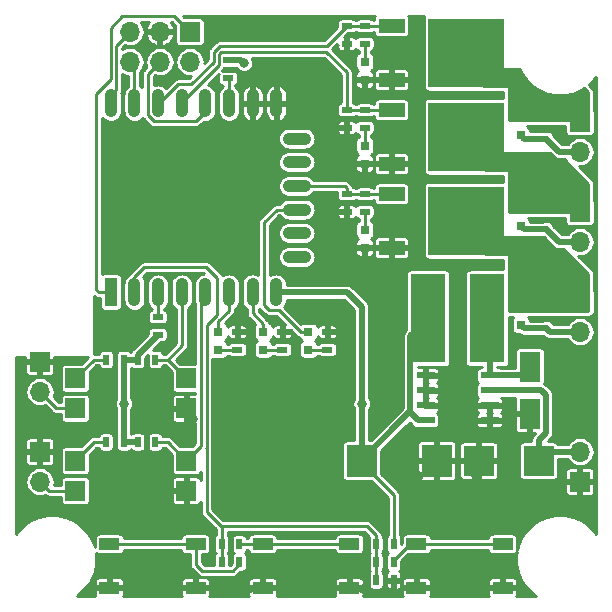
<source format=gtl>
G04 #@! TF.GenerationSoftware,KiCad,Pcbnew,5.0.0-rc3-unknown-eaf938c~65~ubuntu16.04.1*
G04 #@! TF.CreationDate,2018-07-22T11:01:41+02:00*
G04 #@! TF.ProjectId,reservoir_controller,7265736572766F69725F636F6E74726F,rev?*
G04 #@! TF.SameCoordinates,Original*
G04 #@! TF.FileFunction,Copper,L1,Top,Signal*
G04 #@! TF.FilePolarity,Positive*
%FSLAX46Y46*%
G04 Gerber Fmt 4.6, Leading zero omitted, Abs format (unit mm)*
G04 Created by KiCad (PCBNEW 5.0.0-rc3-unknown-eaf938c~65~ubuntu16.04.1) date Sun Jul 22 11:01:41 2018*
%MOMM*%
%LPD*%
G01*
G04 APERTURE LIST*
G04 #@! TA.AperFunction,ViaPad*
%ADD10C,0.800000*%
G04 #@! TD*
G04 #@! TA.AperFunction,ComponentPad*
%ADD11O,1.700000X1.700000*%
G04 #@! TD*
G04 #@! TA.AperFunction,ComponentPad*
%ADD12R,1.700000X1.700000*%
G04 #@! TD*
G04 #@! TA.AperFunction,SMDPad,CuDef*
%ADD13R,3.000000X7.500000*%
G04 #@! TD*
G04 #@! TA.AperFunction,SMDPad,CuDef*
%ADD14R,1.175000X1.175000*%
G04 #@! TD*
G04 #@! TA.AperFunction,SMDPad,CuDef*
%ADD15R,1.550000X0.600000*%
G04 #@! TD*
G04 #@! TA.AperFunction,SMDPad,CuDef*
%ADD16R,0.797560X0.797560*%
G04 #@! TD*
G04 #@! TA.AperFunction,SMDPad,CuDef*
%ADD17R,1.700000X1.000000*%
G04 #@! TD*
G04 #@! TA.AperFunction,SMDPad,CuDef*
%ADD18R,2.550000X2.500000*%
G04 #@! TD*
G04 #@! TA.AperFunction,SMDPad,CuDef*
%ADD19R,2.550000X2.700000*%
G04 #@! TD*
G04 #@! TA.AperFunction,SMDPad,CuDef*
%ADD20R,1.800000X2.500000*%
G04 #@! TD*
G04 #@! TA.AperFunction,SMDPad,CuDef*
%ADD21R,0.900000X0.500000*%
G04 #@! TD*
G04 #@! TA.AperFunction,SMDPad,CuDef*
%ADD22R,0.500000X0.900000*%
G04 #@! TD*
G04 #@! TA.AperFunction,SMDPad,CuDef*
%ADD23R,0.450000X0.600000*%
G04 #@! TD*
G04 #@! TA.AperFunction,SMDPad,CuDef*
%ADD24R,0.750000X0.800000*%
G04 #@! TD*
G04 #@! TA.AperFunction,SMDPad,CuDef*
%ADD25O,2.400000X1.100000*%
G04 #@! TD*
G04 #@! TA.AperFunction,SMDPad,CuDef*
%ADD26R,1.100000X2.400000*%
G04 #@! TD*
G04 #@! TA.AperFunction,SMDPad,CuDef*
%ADD27O,1.100000X2.400000*%
G04 #@! TD*
G04 #@! TA.AperFunction,SMDPad,CuDef*
%ADD28R,1.680000X1.710000*%
G04 #@! TD*
G04 #@! TA.AperFunction,SMDPad,CuDef*
%ADD29R,2.200000X1.200000*%
G04 #@! TD*
G04 #@! TA.AperFunction,SMDPad,CuDef*
%ADD30R,6.400000X5.800000*%
G04 #@! TD*
G04 #@! TA.AperFunction,SMDPad,CuDef*
%ADD31R,3.050000X2.750000*%
G04 #@! TD*
G04 #@! TA.AperFunction,Conductor*
%ADD32C,0.500000*%
G04 #@! TD*
G04 #@! TA.AperFunction,Conductor*
%ADD33C,0.250000*%
G04 #@! TD*
G04 #@! TA.AperFunction,Conductor*
%ADD34C,0.254000*%
G04 #@! TD*
G04 APERTURE END LIST*
D10*
G04 #@! TO.N,GND*
G04 #@! TO.C,*
X1000000Y-34600000D03*
G04 #@! TD*
G04 #@! TO.N,GND*
G04 #@! TO.C,*
X15400000Y-34600000D03*
G04 #@! TD*
G04 #@! TO.N,GND*
G04 #@! TO.C,*
X10600000Y-34600000D03*
G04 #@! TD*
G04 #@! TO.N,GND*
G04 #@! TO.C,*
X20200000Y-34600000D03*
G04 #@! TD*
G04 #@! TO.N,GND*
G04 #@! TO.C,*
X25000000Y-34600000D03*
G04 #@! TD*
G04 #@! TO.N,GND*
G04 #@! TO.C,*
X34600000Y-39400000D03*
G04 #@! TD*
G04 #@! TO.N,GND*
G04 #@! TO.C,*
X39400000Y-39400000D03*
G04 #@! TD*
G04 #@! TO.N,GND*
G04 #@! TO.C,*
X39400000Y-44200000D03*
G04 #@! TD*
G04 #@! TO.N,GND*
G04 #@! TO.C,*
X39400000Y-49000000D03*
G04 #@! TD*
G04 #@! TO.N,GND*
G04 #@! TO.C,*
X34600000Y-49000000D03*
G04 #@! TD*
G04 #@! TO.N,GND*
G04 #@! TO.C,*
X29800000Y-49000000D03*
G04 #@! TD*
G04 #@! TO.N,GND*
G04 #@! TO.C,*
X25000000Y-49000000D03*
G04 #@! TD*
G04 #@! TO.N,GND*
G04 #@! TO.C,*
X20200000Y-49000000D03*
G04 #@! TD*
G04 #@! TO.N,GND*
G04 #@! TO.C,*
X15400000Y-49000000D03*
G04 #@! TD*
G04 #@! TO.N,GND*
G04 #@! TO.C,*
X10600000Y-49000000D03*
G04 #@! TD*
G04 #@! TO.N,GND*
G04 #@! TO.C,*
X10600000Y-44200000D03*
G04 #@! TD*
G04 #@! TO.N,GND*
G04 #@! TO.C,*
X25000000Y-39400000D03*
G04 #@! TD*
G04 #@! TO.N,GND*
G04 #@! TO.C,*
X20200000Y-39400000D03*
G04 #@! TD*
G04 #@! TO.N,GND*
G04 #@! TO.C,*
X10600000Y-39400000D03*
G04 #@! TD*
G04 #@! TO.N,GND*
G04 #@! TO.C,*
X1000000Y-39400000D03*
G04 #@! TD*
G04 #@! TO.N,GND*
G04 #@! TO.C,*
X49000000Y-29800000D03*
G04 #@! TD*
G04 #@! TO.N,GND*
G04 #@! TO.C,*
X25000000Y-29800000D03*
G04 #@! TD*
G04 #@! TO.N,GND*
G04 #@! TO.C,*
X20200000Y-29800000D03*
G04 #@! TD*
G04 #@! TO.N,GND*
G04 #@! TO.C,*
X1000000Y-29800000D03*
G04 #@! TD*
G04 #@! TO.N,GND*
G04 #@! TO.C,*
X25000000Y-25000000D03*
G04 #@! TD*
G04 #@! TO.N,GND*
G04 #@! TO.C,*
X34600000Y-20200000D03*
G04 #@! TD*
G04 #@! TO.N,GND*
G04 #@! TO.C,*
X20200000Y-20200000D03*
G04 #@! TD*
G04 #@! TO.N,GND*
G04 #@! TO.C,*
X15400000Y-20200000D03*
G04 #@! TD*
G04 #@! TO.N,GND*
G04 #@! TO.C,*
X10600000Y-20200000D03*
G04 #@! TD*
G04 #@! TO.N,GND*
G04 #@! TO.C,*
X34600000Y-15400000D03*
G04 #@! TD*
G04 #@! TO.N,GND*
G04 #@! TO.C,*
X20200000Y-15400000D03*
G04 #@! TD*
G04 #@! TO.N,GND*
G04 #@! TO.C,*
X15400000Y-15400000D03*
G04 #@! TD*
G04 #@! TO.N,GND*
G04 #@! TO.C,*
X10600000Y-15400000D03*
G04 #@! TD*
G04 #@! TO.N,GND*
G04 #@! TO.C,*
X34600000Y-10600000D03*
G04 #@! TD*
G04 #@! TO.N,GND*
G04 #@! TO.C,*
X20200000Y-10600000D03*
G04 #@! TD*
G04 #@! TO.N,GND*
G04 #@! TO.C,*
X15400000Y-10600000D03*
G04 #@! TD*
G04 #@! TO.N,GND*
G04 #@! TO.C,*
X10600000Y-10600000D03*
G04 #@! TD*
G04 #@! TO.N,GND*
G04 #@! TO.C,*
X34600000Y-5800000D03*
G04 #@! TD*
G04 #@! TO.N,GND*
G04 #@! TO.C,*
X25000000Y-5800000D03*
G04 #@! TD*
G04 #@! TO.N,GND*
G04 #@! TO.C,*
X20200000Y-5800000D03*
G04 #@! TD*
G04 #@! TO.N,GND*
G04 #@! TO.C,*
X34600000Y-1000000D03*
G04 #@! TD*
G04 #@! TO.N,GND*
G04 #@! TO.C,*
X25000000Y-1000000D03*
G04 #@! TD*
G04 #@! TO.N,GND*
G04 #@! TO.C,*
X20200000Y-1000000D03*
G04 #@! TD*
D11*
G04 #@! TO.P,J1,6*
G04 #@! TO.N,/ESP-12E/ESP_RXD*
X10096500Y-4318000D03*
G04 #@! TO.P,J1,5*
G04 #@! TO.N,/ESP-12E/ESP_TXD*
X10096500Y-1778000D03*
G04 #@! TO.P,J1,4*
G04 #@! TO.N,/ESP-12E/gpio0*
X12636500Y-4318000D03*
G04 #@! TO.P,J1,3*
G04 #@! TO.N,GND*
X12636500Y-1778000D03*
G04 #@! TO.P,J1,2*
G04 #@! TO.N,+3V3*
X15176500Y-4318000D03*
D12*
G04 #@! TO.P,J1,1*
G04 #@! TO.N,/ESP-12E/reset*
X15176500Y-1778000D03*
G04 #@! TD*
D13*
G04 #@! TO.P,L1,2*
G04 #@! TO.N,Net-(D10-Pad1)*
X40346000Y-26035000D03*
G04 #@! TO.P,L1,1*
G04 #@! TO.N,+3V3*
X35346000Y-26035000D03*
G04 #@! TD*
D14*
G04 #@! TO.P,U4,9*
G04 #@! TO.N,GND*
X37258500Y-32178500D03*
X37258500Y-33353500D03*
X38433500Y-32178500D03*
X38433500Y-33353500D03*
D15*
G04 #@! TO.P,U4,8*
G04 #@! TO.N,Net-(D10-Pad1)*
X40546000Y-30861000D03*
G04 #@! TO.P,U4,7*
G04 #@! TO.N,+12V*
X40546000Y-32131000D03*
G04 #@! TO.P,U4,6*
G04 #@! TO.N,GND*
X40546000Y-33401000D03*
G04 #@! TO.P,U4,5*
X40546000Y-34671000D03*
G04 #@! TO.P,U4,4*
G04 #@! TO.N,+3V3*
X35146000Y-34671000D03*
G04 #@! TO.P,U4,3*
G04 #@! TO.N,GND*
X35146000Y-33401000D03*
G04 #@! TO.P,U4,2*
X35146000Y-32131000D03*
G04 #@! TO.P,U4,1*
X35146000Y-30861000D03*
G04 #@! TD*
D16*
G04 #@! TO.P,D3,2*
G04 #@! TO.N,/ESP-12E/ESP_GPIO9*
X25209500Y-27190700D03*
G04 #@! TO.P,D3,1*
G04 #@! TO.N,Net-(D3-Pad1)*
X25209500Y-28689300D03*
G04 #@! TD*
G04 #@! TO.P,D1,2*
G04 #@! TO.N,Net-(D1-Pad2)*
X29972000Y-18554700D03*
G04 #@! TO.P,D1,1*
G04 #@! TO.N,GND*
X29972000Y-20053300D03*
G04 #@! TD*
G04 #@! TO.P,D4,2*
G04 #@! TO.N,Net-(D4-Pad2)*
X29972000Y-11442700D03*
G04 #@! TO.P,D4,1*
G04 #@! TO.N,GND*
X29972000Y-12941300D03*
G04 #@! TD*
G04 #@! TO.P,D6,2*
G04 #@! TO.N,Net-(D6-Pad2)*
X29972000Y-4330700D03*
G04 #@! TO.P,D6,1*
G04 #@! TO.N,GND*
X29972000Y-5829300D03*
G04 #@! TD*
G04 #@! TO.P,D8,2*
G04 #@! TO.N,/ESP-12E/ESP_GPIO12*
X17589500Y-27190700D03*
G04 #@! TO.P,D8,1*
G04 #@! TO.N,Net-(D8-Pad1)*
X17589500Y-28689300D03*
G04 #@! TD*
G04 #@! TO.P,D9,2*
G04 #@! TO.N,/ESP-12E/ESP_GPIO13*
X21399500Y-27190700D03*
G04 #@! TO.P,D9,1*
G04 #@! TO.N,Net-(D9-Pad1)*
X21399500Y-28689300D03*
G04 #@! TD*
D17*
G04 #@! TO.P,SW3,1*
G04 #@! TO.N,Net-(R9-Pad1)*
X34350000Y-45140000D03*
X41650000Y-45140000D03*
G04 #@! TO.P,SW3,2*
G04 #@! TO.N,GND*
X34350000Y-48840000D03*
X41650000Y-48840000D03*
G04 #@! TD*
G04 #@! TO.P,SW1,1*
G04 #@! TO.N,Net-(R7-Pad1)*
X8350000Y-45140000D03*
X15650000Y-45140000D03*
G04 #@! TO.P,SW1,2*
G04 #@! TO.N,GND*
X8350000Y-48840000D03*
X15650000Y-48840000D03*
G04 #@! TD*
G04 #@! TO.P,SW2,2*
G04 #@! TO.N,GND*
X28650000Y-48840000D03*
X21350000Y-48840000D03*
G04 #@! TO.P,SW2,1*
G04 #@! TO.N,Net-(R8-Pad1)*
X28650000Y-45140000D03*
X21350000Y-45140000D03*
G04 #@! TD*
D18*
G04 #@! TO.P,C4,2*
G04 #@! TO.N,GND*
X39639000Y-38100000D03*
G04 #@! TO.P,C4,1*
G04 #@! TO.N,+12V*
X44689000Y-38100000D03*
G04 #@! TD*
D19*
G04 #@! TO.P,C5,2*
G04 #@! TO.N,GND*
X36068000Y-38100000D03*
G04 #@! TO.P,C5,1*
G04 #@! TO.N,+3V3*
X29718000Y-38100000D03*
G04 #@! TD*
D20*
G04 #@! TO.P,D10,2*
G04 #@! TO.N,GND*
X43942000Y-34131000D03*
G04 #@! TO.P,D10,1*
G04 #@! TO.N,Net-(D10-Pad1)*
X43942000Y-30131000D03*
G04 #@! TD*
D21*
G04 #@! TO.P,R1,2*
G04 #@! TO.N,+3V3*
X12446000Y-27420000D03*
G04 #@! TO.P,R1,1*
G04 #@! TO.N,Net-(R1-Pad1)*
X12446000Y-25920000D03*
G04 #@! TD*
G04 #@! TO.P,R2,2*
G04 #@! TO.N,Net-(R2-Pad2)*
X18415000Y-5703000D03*
G04 #@! TO.P,R2,1*
G04 #@! TO.N,+3V3*
X18415000Y-4203000D03*
G04 #@! TD*
G04 #@! TO.P,R3,1*
G04 #@! TO.N,/ESP-12E/ESP_GPIO10*
X28448000Y-15506000D03*
G04 #@! TO.P,R3,2*
G04 #@! TO.N,GND*
X28448000Y-17006000D03*
G04 #@! TD*
G04 #@! TO.P,R4,2*
G04 #@! TO.N,Net-(D1-Pad2)*
X29972000Y-17006000D03*
G04 #@! TO.P,R4,1*
G04 #@! TO.N,/ESP-12E/ESP_GPIO10*
X29972000Y-15506000D03*
G04 #@! TD*
D22*
G04 #@! TO.P,R5,1*
G04 #@! TO.N,+3V3*
X32436500Y-45148500D03*
G04 #@! TO.P,R5,2*
G04 #@! TO.N,/ESP-12E/ESP_ADC*
X30936500Y-45148500D03*
G04 #@! TD*
G04 #@! TO.P,R6,1*
G04 #@! TO.N,/ESP-12E/ESP_ADC*
X30936500Y-48196500D03*
G04 #@! TO.P,R6,2*
G04 #@! TO.N,GND*
X32436500Y-48196500D03*
G04 #@! TD*
G04 #@! TO.P,R7,2*
G04 #@! TO.N,/ESP-12E/ESP_ADC*
X17855500Y-46672500D03*
G04 #@! TO.P,R7,1*
G04 #@! TO.N,Net-(R7-Pad1)*
X19355500Y-46672500D03*
G04 #@! TD*
G04 #@! TO.P,R8,1*
G04 #@! TO.N,Net-(R8-Pad1)*
X19355500Y-45148500D03*
G04 #@! TO.P,R8,2*
G04 #@! TO.N,/ESP-12E/ESP_ADC*
X17855500Y-45148500D03*
G04 #@! TD*
G04 #@! TO.P,R9,1*
G04 #@! TO.N,Net-(R9-Pad1)*
X32436500Y-46672500D03*
G04 #@! TO.P,R9,2*
G04 #@! TO.N,/ESP-12E/ESP_ADC*
X30936500Y-46672500D03*
G04 #@! TD*
D21*
G04 #@! TO.P,R10,2*
G04 #@! TO.N,GND*
X26797000Y-27190000D03*
G04 #@! TO.P,R10,1*
G04 #@! TO.N,Net-(D3-Pad1)*
X26797000Y-28690000D03*
G04 #@! TD*
G04 #@! TO.P,R13,2*
G04 #@! TO.N,GND*
X28448000Y-9894000D03*
G04 #@! TO.P,R13,1*
G04 #@! TO.N,/ESP-12E/ESP_GPIO4*
X28448000Y-8394000D03*
G04 #@! TD*
G04 #@! TO.P,R14,1*
G04 #@! TO.N,/ESP-12E/ESP_GPIO4*
X29972000Y-8394000D03*
G04 #@! TO.P,R14,2*
G04 #@! TO.N,Net-(D4-Pad2)*
X29972000Y-9894000D03*
G04 #@! TD*
G04 #@! TO.P,R15,2*
G04 #@! TO.N,GND*
X28448000Y-2782000D03*
G04 #@! TO.P,R15,1*
G04 #@! TO.N,/ESP-12E/ESP_GPIO5*
X28448000Y-1282000D03*
G04 #@! TD*
G04 #@! TO.P,R16,1*
G04 #@! TO.N,/ESP-12E/ESP_GPIO5*
X29972000Y-1282000D03*
G04 #@! TO.P,R16,2*
G04 #@! TO.N,Net-(D6-Pad2)*
X29972000Y-2782000D03*
G04 #@! TD*
G04 #@! TO.P,R19,2*
G04 #@! TO.N,GND*
X19177000Y-27190000D03*
G04 #@! TO.P,R19,1*
G04 #@! TO.N,Net-(D8-Pad1)*
X19177000Y-28690000D03*
G04 #@! TD*
G04 #@! TO.P,R20,1*
G04 #@! TO.N,Net-(D9-Pad1)*
X22987000Y-28690000D03*
G04 #@! TO.P,R20,2*
G04 #@! TO.N,GND*
X22987000Y-27190000D03*
G04 #@! TD*
D23*
G04 #@! TO.P,D2,1*
G04 #@! TO.N,+12V*
X45339000Y-26894500D03*
G04 #@! TO.P,D2,2*
G04 #@! TO.N,Net-(C1-Pad2)*
X45339000Y-24794500D03*
G04 #@! TD*
G04 #@! TO.P,D5,2*
G04 #@! TO.N,Net-(C2-Pad2)*
X45339000Y-16412500D03*
G04 #@! TO.P,D5,1*
G04 #@! TO.N,+12V*
X45339000Y-18512500D03*
G04 #@! TD*
G04 #@! TO.P,D7,1*
G04 #@! TO.N,+12V*
X45339000Y-10829000D03*
G04 #@! TO.P,D7,2*
G04 #@! TO.N,Net-(C3-Pad2)*
X45339000Y-8729000D03*
G04 #@! TD*
D12*
G04 #@! TO.P,J2,1*
G04 #@! TO.N,Net-(C1-Pad2)*
X48196500Y-24638000D03*
D11*
G04 #@! TO.P,J2,2*
G04 #@! TO.N,+12V*
X48196500Y-27178000D03*
G04 #@! TD*
G04 #@! TO.P,J4,2*
G04 #@! TO.N,+12V*
X48196500Y-19558000D03*
D12*
G04 #@! TO.P,J4,1*
G04 #@! TO.N,Net-(C2-Pad2)*
X48196500Y-17018000D03*
G04 #@! TD*
G04 #@! TO.P,J5,1*
G04 #@! TO.N,Net-(C3-Pad2)*
X48196500Y-9398000D03*
D11*
G04 #@! TO.P,J5,2*
G04 #@! TO.N,+12V*
X48196500Y-11938000D03*
G04 #@! TD*
D12*
G04 #@! TO.P,J7,1*
G04 #@! TO.N,GND*
X48196500Y-39878000D03*
D11*
G04 #@! TO.P,J7,2*
G04 #@! TO.N,+12V*
X48196500Y-37338000D03*
G04 #@! TD*
D24*
G04 #@! TO.P,C1,1*
G04 #@! TO.N,+12V*
X43180000Y-26594500D03*
G04 #@! TO.P,C1,2*
G04 #@! TO.N,Net-(C1-Pad2)*
X43180000Y-25094500D03*
G04 #@! TD*
G04 #@! TO.P,C2,1*
G04 #@! TO.N,+12V*
X43180000Y-18212500D03*
G04 #@! TO.P,C2,2*
G04 #@! TO.N,Net-(C2-Pad2)*
X43180000Y-16712500D03*
G04 #@! TD*
G04 #@! TO.P,C3,2*
G04 #@! TO.N,Net-(C3-Pad2)*
X43180000Y-9029000D03*
G04 #@! TO.P,C3,1*
G04 #@! TO.N,+12V*
X43180000Y-10529000D03*
G04 #@! TD*
D25*
G04 #@! TO.P,U1,9*
G04 #@! TO.N,Net-(U1-Pad9)*
X24226201Y-20829000D03*
G04 #@! TO.P,U1,10*
G04 #@! TO.N,Net-(U1-Pad10)*
X24226201Y-18829000D03*
G04 #@! TO.P,U1,11*
G04 #@! TO.N,/ESP-12E/ESP_GPIO9*
X24226201Y-16829000D03*
G04 #@! TO.P,U1,12*
G04 #@! TO.N,/ESP-12E/ESP_GPIO10*
X24226201Y-14829000D03*
G04 #@! TO.P,U1,13*
G04 #@! TO.N,Net-(U1-Pad13)*
X24226201Y-12829000D03*
G04 #@! TO.P,U1,14*
G04 #@! TO.N,Net-(U1-Pad14)*
X24226201Y-10829000D03*
D26*
G04 #@! TO.P,U1,1*
G04 #@! TO.N,/ESP-12E/reset*
X8476201Y-23819000D03*
D27*
G04 #@! TO.P,U1,2*
G04 #@! TO.N,/ESP-12E/ESP_ADC*
X10476201Y-23819000D03*
G04 #@! TO.P,U1,3*
G04 #@! TO.N,Net-(R1-Pad1)*
X12476201Y-23819000D03*
G04 #@! TO.P,U1,4*
G04 #@! TO.N,/ESP-12E/ESP_GPIO16*
X14476201Y-23819000D03*
G04 #@! TO.P,U1,5*
G04 #@! TO.N,/ESP-12E/ESP_GPIO14*
X16476201Y-23819000D03*
G04 #@! TO.P,U1,6*
G04 #@! TO.N,/ESP-12E/ESP_GPIO12*
X18476201Y-23819000D03*
G04 #@! TO.P,U1,7*
G04 #@! TO.N,/ESP-12E/ESP_GPIO13*
X20476201Y-23819000D03*
G04 #@! TO.P,U1,8*
G04 #@! TO.N,+3V3*
X22476201Y-23819000D03*
G04 #@! TO.P,U1,15*
G04 #@! TO.N,GND*
X22476201Y-7819000D03*
G04 #@! TO.P,U1,16*
X20476201Y-7819000D03*
G04 #@! TO.P,U1,17*
G04 #@! TO.N,Net-(R2-Pad2)*
X18476201Y-7819000D03*
G04 #@! TO.P,U1,18*
G04 #@! TO.N,/ESP-12E/gpio0*
X16476201Y-7819000D03*
G04 #@! TO.P,U1,19*
G04 #@! TO.N,/ESP-12E/ESP_GPIO4*
X14476201Y-7819000D03*
G04 #@! TO.P,U1,20*
G04 #@! TO.N,/ESP-12E/ESP_GPIO5*
X12476201Y-7819000D03*
G04 #@! TO.P,U1,21*
G04 #@! TO.N,/ESP-12E/ESP_RXD*
X10476201Y-7819000D03*
G04 #@! TO.P,U1,22*
G04 #@! TO.N,/ESP-12E/ESP_TXD*
X8476201Y-7819000D03*
G04 #@! TD*
D11*
G04 #@! TO.P,J3,2*
G04 #@! TO.N,Net-(J3-Pad2)*
X2476500Y-39878000D03*
D12*
G04 #@! TO.P,J3,1*
G04 #@! TO.N,GND*
X2476500Y-37338000D03*
G04 #@! TD*
G04 #@! TO.P,J6,1*
G04 #@! TO.N,GND*
X2476500Y-29718000D03*
D11*
G04 #@! TO.P,J6,2*
G04 #@! TO.N,Net-(J6-Pad2)*
X2476500Y-32258000D03*
G04 #@! TD*
D22*
G04 #@! TO.P,R11,1*
G04 #@! TO.N,+3V3*
X9576500Y-36512500D03*
G04 #@! TO.P,R11,2*
G04 #@! TO.N,Net-(R11-Pad2)*
X8076500Y-36512500D03*
G04 #@! TD*
G04 #@! TO.P,R12,1*
G04 #@! TO.N,+3V3*
X10743500Y-36512500D03*
G04 #@! TO.P,R12,2*
G04 #@! TO.N,/ESP-12E/ESP_GPIO14*
X12243500Y-36512500D03*
G04 #@! TD*
G04 #@! TO.P,R17,2*
G04 #@! TO.N,Net-(R17-Pad2)*
X8076500Y-29527500D03*
G04 #@! TO.P,R17,1*
G04 #@! TO.N,+3V3*
X9576500Y-29527500D03*
G04 #@! TD*
G04 #@! TO.P,R18,2*
G04 #@! TO.N,/ESP-12E/ESP_GPIO16*
X12243500Y-29527500D03*
G04 #@! TO.P,R18,1*
G04 #@! TO.N,+3V3*
X10743500Y-29527500D03*
G04 #@! TD*
D28*
G04 #@! TO.P,U2,1*
G04 #@! TO.N,Net-(R11-Pad2)*
X5460000Y-38100000D03*
G04 #@! TO.P,U2,2*
G04 #@! TO.N,Net-(J3-Pad2)*
X5460000Y-40640000D03*
G04 #@! TO.P,U2,3*
G04 #@! TO.N,GND*
X14860000Y-40640000D03*
G04 #@! TO.P,U2,4*
G04 #@! TO.N,/ESP-12E/ESP_GPIO14*
X14860000Y-38100000D03*
G04 #@! TD*
G04 #@! TO.P,U3,4*
G04 #@! TO.N,/ESP-12E/ESP_GPIO16*
X14860000Y-31115000D03*
G04 #@! TO.P,U3,3*
G04 #@! TO.N,GND*
X14860000Y-33655000D03*
G04 #@! TO.P,U3,2*
G04 #@! TO.N,Net-(J6-Pad2)*
X5460000Y-33655000D03*
G04 #@! TO.P,U3,1*
G04 #@! TO.N,Net-(R17-Pad2)*
X5460000Y-31115000D03*
G04 #@! TD*
D29*
G04 #@! TO.P,Q1,1*
G04 #@! TO.N,/ESP-12E/ESP_GPIO10*
X32249000Y-15500000D03*
G04 #@! TO.P,Q1,3*
G04 #@! TO.N,GND*
X32249000Y-20060000D03*
D30*
G04 #@! TO.P,Q1,2*
G04 #@! TO.N,Net-(C1-Pad2)*
X38549000Y-17780000D03*
D31*
X40224000Y-19305000D03*
X36874000Y-16255000D03*
X40224000Y-16255000D03*
X36874000Y-19305000D03*
G04 #@! TD*
G04 #@! TO.P,Q2,2*
G04 #@! TO.N,Net-(C2-Pad2)*
X36874000Y-12193000D03*
X40224000Y-9143000D03*
X36874000Y-9143000D03*
X40224000Y-12193000D03*
D30*
X38549000Y-10668000D03*
D29*
G04 #@! TO.P,Q2,3*
G04 #@! TO.N,GND*
X32249000Y-12948000D03*
G04 #@! TO.P,Q2,1*
G04 #@! TO.N,/ESP-12E/ESP_GPIO4*
X32249000Y-8388000D03*
G04 #@! TD*
D31*
G04 #@! TO.P,Q3,2*
G04 #@! TO.N,Net-(C3-Pad2)*
X36874000Y-5081000D03*
X40224000Y-2031000D03*
X36874000Y-2031000D03*
X40224000Y-5081000D03*
D30*
X38549000Y-3556000D03*
D29*
G04 #@! TO.P,Q3,3*
G04 #@! TO.N,GND*
X32249000Y-5836000D03*
G04 #@! TO.P,Q3,1*
G04 #@! TO.N,/ESP-12E/ESP_GPIO5*
X32249000Y-1276000D03*
G04 #@! TD*
D10*
G04 #@! TO.N,+3V3*
X19748500Y-4445000D03*
X9588500Y-33274000D03*
X29718000Y-33274000D03*
G04 #@! TD*
D32*
G04 #@! TO.N,+12V*
X44689000Y-36350000D02*
X44689000Y-38100000D01*
X45292001Y-32520999D02*
X45292001Y-35746999D01*
X44902002Y-32131000D02*
X45292001Y-32520999D01*
X45292001Y-35746999D02*
X44689000Y-36350000D01*
X40546000Y-32131000D02*
X44902002Y-32131000D01*
X45451000Y-37338000D02*
X44689000Y-38100000D01*
X48196500Y-37338000D02*
X45451000Y-37338000D01*
X46448000Y-11938000D02*
X45339000Y-10829000D01*
X48196500Y-11938000D02*
X46448000Y-11938000D01*
X43480000Y-10829000D02*
X43180000Y-10529000D01*
X45339000Y-10829000D02*
X43480000Y-10829000D01*
X45622500Y-27178000D02*
X45339000Y-26894500D01*
X48196500Y-27178000D02*
X45622500Y-27178000D01*
X43480000Y-26894500D02*
X43180000Y-26594500D01*
X45339000Y-26894500D02*
X43480000Y-26894500D01*
X46384500Y-19558000D02*
X45339000Y-18512500D01*
X45339000Y-18512500D02*
X43480000Y-18512500D01*
X43480000Y-18512500D02*
X43180000Y-18212500D01*
X48196500Y-19558000D02*
X46384500Y-19558000D01*
G04 #@! TO.N,+3V3*
X29718000Y-38025000D02*
X33072000Y-34671000D01*
X29718000Y-37211000D02*
X29718000Y-37136000D01*
X18427000Y-4191000D02*
X18415000Y-4203000D01*
X19494500Y-4191000D02*
X18427000Y-4191000D01*
X19748500Y-4445000D02*
X19494500Y-4191000D01*
D33*
X29718000Y-37401500D02*
X29718000Y-37211000D01*
X32436500Y-41009000D02*
X29718000Y-38290500D01*
D32*
X9576500Y-36512500D02*
X10743500Y-36512500D01*
X9576500Y-29527500D02*
X10743500Y-29527500D01*
X9588500Y-36500500D02*
X9576500Y-36512500D01*
X9588500Y-34226500D02*
X9588500Y-36500500D01*
X9588500Y-29539500D02*
X9576500Y-29527500D01*
X9588500Y-33591500D02*
X9588500Y-29539500D01*
X10743500Y-29122500D02*
X12446000Y-27420000D01*
X10743500Y-29527500D02*
X10743500Y-29122500D01*
X9588500Y-34226500D02*
X9588500Y-33591500D01*
X33083500Y-34671000D02*
X33782000Y-33972500D01*
X33782000Y-33972500D02*
X34480500Y-34671000D01*
X33845500Y-33897500D02*
X33072000Y-34671000D01*
X33845500Y-27546500D02*
X33845500Y-33897500D01*
X34646000Y-26746000D02*
X33845500Y-27546500D01*
X34646000Y-25146000D02*
X34646000Y-26746000D01*
D33*
X32436500Y-45148500D02*
X32436500Y-41009000D01*
D32*
X29718000Y-25082500D02*
X29718000Y-33724315D01*
X28454500Y-23819000D02*
X29718000Y-25082500D01*
X22476201Y-23819000D02*
X28454500Y-23819000D01*
X29718000Y-33724315D02*
X29718000Y-38100000D01*
D33*
G04 #@! TO.N,Net-(D1-Pad2)*
X29972000Y-17006000D02*
X29972000Y-18554700D01*
G04 #@! TO.N,Net-(D3-Pad1)*
X26796300Y-28689300D02*
X26797000Y-28690000D01*
X25209500Y-28689300D02*
X26796300Y-28689300D01*
G04 #@! TO.N,/ESP-12E/ESP_GPIO10*
X28448000Y-15506000D02*
X29972000Y-15506000D01*
X32243000Y-15506000D02*
X32249000Y-15500000D01*
X29972000Y-15506000D02*
X32243000Y-15506000D01*
X28448000Y-15006000D02*
X28448000Y-15506000D01*
X28271000Y-14829000D02*
X28448000Y-15006000D01*
X24226201Y-14829000D02*
X28271000Y-14829000D01*
G04 #@! TO.N,Net-(D4-Pad2)*
X29972000Y-9894000D02*
X29972000Y-11442700D01*
G04 #@! TO.N,Net-(D6-Pad2)*
X29972000Y-2782000D02*
X29972000Y-4330700D01*
G04 #@! TO.N,/ESP-12E/ESP_GPIO16*
X14860000Y-31100000D02*
X14860000Y-31115000D01*
X13287500Y-29527500D02*
X14860000Y-31100000D01*
X12243500Y-29527500D02*
X13287500Y-29527500D01*
X14476201Y-28338799D02*
X13287500Y-29527500D01*
X14476201Y-28338799D02*
X14476201Y-23819000D01*
G04 #@! TO.N,Net-(D8-Pad1)*
X19176300Y-28689300D02*
X19177000Y-28690000D01*
X17589500Y-28689300D02*
X19176300Y-28689300D01*
G04 #@! TO.N,/ESP-12E/ESP_GPIO14*
X14860000Y-38085000D02*
X14860000Y-38100000D01*
X13287500Y-36512500D02*
X14860000Y-38085000D01*
X12243500Y-36512500D02*
X13287500Y-36512500D01*
X14860000Y-38099000D02*
X14860000Y-38100000D01*
X16129000Y-36830000D02*
X14860000Y-38099000D01*
X16129000Y-24166201D02*
X16129000Y-36830000D01*
X16476201Y-23819000D02*
X16129000Y-24166201D01*
G04 #@! TO.N,Net-(D9-Pad1)*
X22986300Y-28689300D02*
X22987000Y-28690000D01*
X21399500Y-28689300D02*
X22986300Y-28689300D01*
D32*
G04 #@! TO.N,Net-(D10-Pad1)*
X43212000Y-30861000D02*
X43942000Y-30131000D01*
X40546000Y-30861000D02*
X43212000Y-30861000D01*
X40546000Y-25646000D02*
X41046000Y-25146000D01*
X40546000Y-30861000D02*
X40546000Y-26535000D01*
D33*
G04 #@! TO.N,/ESP-12E/ESP_RXD*
X10476201Y-4697701D02*
X10096500Y-4318000D01*
X10476201Y-7819000D02*
X10476201Y-4697701D01*
G04 #@! TO.N,/ESP-12E/ESP_TXD*
X8921500Y-2953000D02*
X9246501Y-2627999D01*
X8921500Y-6723701D02*
X8921500Y-2953000D01*
X8476201Y-7169000D02*
X8921500Y-6723701D01*
X9246501Y-2627999D02*
X10096500Y-1778000D01*
X8476201Y-7819000D02*
X8476201Y-7169000D01*
G04 #@! TO.N,/ESP-12E/gpio0*
X11786501Y-5167999D02*
X12636500Y-4318000D01*
X11601191Y-8831441D02*
X11601191Y-5353309D01*
X16476201Y-7819000D02*
X16476201Y-8542799D01*
X16476201Y-8542799D02*
X15674990Y-9344010D01*
X11601191Y-5353309D02*
X11786501Y-5167999D01*
X15674990Y-9344010D02*
X12113760Y-9344010D01*
X12113760Y-9344010D02*
X11601191Y-8831441D01*
G04 #@! TO.N,/ESP-12E/reset*
X13843000Y-444500D02*
X14541500Y-1143000D01*
X8471490Y-1434510D02*
X9461500Y-444500D01*
X8471490Y-5816010D02*
X8471490Y-1434510D01*
X8476201Y-23819000D02*
X7436000Y-23819000D01*
X14541500Y-1143000D02*
X15176500Y-1778000D01*
X7436000Y-23819000D02*
X7246510Y-23629510D01*
X7246510Y-23629510D02*
X7246510Y-7040990D01*
X9461500Y-444500D02*
X13843000Y-444500D01*
X7246510Y-7040990D02*
X8471490Y-5816010D01*
G04 #@! TO.N,Net-(J3-Pad2)*
X3238500Y-40640000D02*
X2476500Y-39878000D01*
X5460000Y-40640000D02*
X3238500Y-40640000D01*
G04 #@! TO.N,Net-(J6-Pad2)*
X3873500Y-33655000D02*
X2476500Y-32258000D01*
X5460000Y-33655000D02*
X3873500Y-33655000D01*
G04 #@! TO.N,/ESP-12E/ESP_GPIO5*
X28448000Y-1282000D02*
X29972000Y-1282000D01*
X32243000Y-1282000D02*
X32249000Y-1276000D01*
X29972000Y-1282000D02*
X32243000Y-1282000D01*
X12588750Y-7819000D02*
X12501000Y-7819000D01*
X17189989Y-4336511D02*
X15303500Y-6223000D01*
X28448000Y-1282000D02*
X26745500Y-2984500D01*
X14184750Y-6223000D02*
X12588750Y-7819000D01*
X26745500Y-2984500D02*
X17712088Y-2984500D01*
X15303500Y-6223000D02*
X14184750Y-6223000D01*
X17712088Y-2984500D02*
X17189989Y-3506599D01*
X17189989Y-3506599D02*
X17189989Y-4336511D01*
G04 #@! TO.N,/ESP-12E/ESP_GPIO4*
X28448000Y-8394000D02*
X29972000Y-8394000D01*
X32243000Y-8394000D02*
X32249000Y-8388000D01*
X29972000Y-8394000D02*
X32243000Y-8394000D01*
X14476201Y-7748799D02*
X14476201Y-7819000D01*
X17639999Y-4585001D02*
X14476201Y-7748799D01*
X17639999Y-3692999D02*
X17639999Y-4585001D01*
X28448000Y-8394000D02*
X28448000Y-5207000D01*
X28448000Y-5207000D02*
X26733500Y-3492500D01*
X26733500Y-3492500D02*
X17840498Y-3492500D01*
X17840498Y-3492500D02*
X17639999Y-3692999D01*
G04 #@! TO.N,/ESP-12E/ESP_GPIO9*
X22541000Y-16829000D02*
X24226201Y-16829000D01*
X21463000Y-17907000D02*
X22541000Y-16829000D01*
X21463000Y-24943230D02*
X21463000Y-17907000D01*
X21863780Y-25344010D02*
X21463000Y-24943230D01*
X22714030Y-25344010D02*
X21863780Y-25344010D01*
X24560720Y-27190700D02*
X22714030Y-25344010D01*
X25209500Y-27190700D02*
X24560720Y-27190700D01*
G04 #@! TO.N,Net-(R1-Pad1)*
X12476201Y-25889799D02*
X12446000Y-25920000D01*
X12476201Y-23819000D02*
X12476201Y-25889799D01*
G04 #@! TO.N,Net-(R2-Pad2)*
X18476201Y-5764201D02*
X18415000Y-5703000D01*
X18476201Y-7819000D02*
X18476201Y-5764201D01*
G04 #@! TO.N,/ESP-12E/ESP_ADC*
X30936500Y-48196500D02*
X30936500Y-46672500D01*
X30936500Y-46672500D02*
X30936500Y-45148500D01*
X17855500Y-45148500D02*
X17855500Y-46672500D01*
X16573500Y-37021910D02*
X16579010Y-37016400D01*
X16579010Y-42423510D02*
X16579010Y-37016400D01*
X30936500Y-45148500D02*
X30936500Y-44398500D01*
X30936500Y-44398500D02*
X30162500Y-43624500D01*
X17780000Y-43624500D02*
X16579010Y-42423510D01*
X17855500Y-45148500D02*
X17855500Y-43676000D01*
X17855500Y-43676000D02*
X17907000Y-43624500D01*
X17907000Y-43624500D02*
X17780000Y-43624500D01*
X30162500Y-43624500D02*
X17907000Y-43624500D01*
X11303000Y-21717000D02*
X10476201Y-22543799D01*
X10476201Y-22543799D02*
X10476201Y-23819000D01*
X16573500Y-21717000D02*
X11303000Y-21717000D01*
X16579010Y-37016400D02*
X16579010Y-26600990D01*
X17462500Y-22606000D02*
X16573500Y-21717000D01*
X16579010Y-26600990D02*
X17462500Y-25717500D01*
X17462500Y-25717500D02*
X17462500Y-22606000D01*
G04 #@! TO.N,Net-(R7-Pad1)*
X8350000Y-45140000D02*
X15650000Y-45140000D01*
X19355500Y-46672500D02*
X19355500Y-46872500D01*
X15650000Y-46892000D02*
X15650000Y-45140000D01*
X19355500Y-46872500D02*
X18780499Y-47447501D01*
X18780499Y-47447501D02*
X16205501Y-47447501D01*
X16205501Y-47447501D02*
X15650000Y-46892000D01*
G04 #@! TO.N,Net-(R8-Pad1)*
X21341500Y-45148500D02*
X21350000Y-45140000D01*
X19355500Y-45148500D02*
X21341500Y-45148500D01*
X21350000Y-45140000D02*
X28650000Y-45140000D01*
G04 #@! TO.N,Net-(R9-Pad1)*
X32436500Y-46472500D02*
X33769000Y-45140000D01*
X33769000Y-45140000D02*
X34450000Y-45140000D01*
X32436500Y-46672500D02*
X32436500Y-46472500D01*
X34450000Y-45140000D02*
X41750000Y-45140000D01*
G04 #@! TO.N,Net-(R11-Pad2)*
X7576500Y-36512500D02*
X8076500Y-36512500D01*
X7032500Y-36512500D02*
X7576500Y-36512500D01*
X5460000Y-38085000D02*
X7032500Y-36512500D01*
X5460000Y-38100000D02*
X5460000Y-38085000D01*
G04 #@! TO.N,/ESP-12E/ESP_GPIO12*
X18478500Y-23821299D02*
X18476201Y-23819000D01*
X18476201Y-25269000D02*
X18476201Y-23819000D01*
X18476201Y-25402299D02*
X18476201Y-25269000D01*
X17589500Y-26289000D02*
X18476201Y-25402299D01*
X17589500Y-27190700D02*
X17589500Y-26289000D01*
G04 #@! TO.N,Net-(R17-Pad2)*
X7576500Y-29527500D02*
X8076500Y-29527500D01*
X5460000Y-31100000D02*
X7032500Y-29527500D01*
X7032500Y-29527500D02*
X7576500Y-29527500D01*
X5460000Y-31115000D02*
X5460000Y-31100000D01*
G04 #@! TO.N,/ESP-12E/ESP_GPIO13*
X20476201Y-25618621D02*
X20476201Y-25269000D01*
X21399500Y-26541920D02*
X20476201Y-25618621D01*
X20476201Y-25269000D02*
X20476201Y-23819000D01*
X21399500Y-27190700D02*
X21399500Y-26541920D01*
G04 #@! TD*
D34*
G04 #@! TO.N,GND*
G36*
X34995299Y-509492D02*
X34973513Y-581311D01*
X34966157Y-656000D01*
X34966157Y-6456000D01*
X34973513Y-6530689D01*
X34995299Y-6602508D01*
X35030678Y-6668696D01*
X35078289Y-6726711D01*
X35136304Y-6774322D01*
X35202492Y-6809701D01*
X35274311Y-6831487D01*
X35349000Y-6838843D01*
X39781692Y-6838843D01*
X39878000Y-6858000D01*
X41656000Y-6858000D01*
X41656000Y-7385157D01*
X35349000Y-7385157D01*
X35274311Y-7392513D01*
X35202492Y-7414299D01*
X35136304Y-7449678D01*
X35078289Y-7497289D01*
X35030678Y-7555304D01*
X34995299Y-7621492D01*
X34973513Y-7693311D01*
X34966157Y-7768000D01*
X34966157Y-13568000D01*
X34973513Y-13642689D01*
X34995299Y-13714508D01*
X35030678Y-13780696D01*
X35078289Y-13838711D01*
X35136304Y-13886322D01*
X35202492Y-13921701D01*
X35274311Y-13943487D01*
X35349000Y-13950843D01*
X39908692Y-13950843D01*
X40005000Y-13970000D01*
X41656000Y-13970000D01*
X41656000Y-14497157D01*
X35349000Y-14497157D01*
X35274311Y-14504513D01*
X35202492Y-14526299D01*
X35136304Y-14561678D01*
X35078289Y-14609289D01*
X35030678Y-14667304D01*
X34995299Y-14733492D01*
X34973513Y-14805311D01*
X34966157Y-14880000D01*
X34966157Y-20680000D01*
X34973513Y-20754689D01*
X34995299Y-20826508D01*
X35030678Y-20892696D01*
X35078289Y-20950711D01*
X35136304Y-20998322D01*
X35202492Y-21033701D01*
X35274311Y-21055487D01*
X35349000Y-21062843D01*
X39908692Y-21062843D01*
X40005000Y-21082000D01*
X41719500Y-21082000D01*
X41719500Y-21902157D01*
X38846000Y-21902157D01*
X38771311Y-21909513D01*
X38699492Y-21931299D01*
X38633304Y-21966678D01*
X38575289Y-22014289D01*
X38527678Y-22072304D01*
X38492299Y-22138492D01*
X38470513Y-22210311D01*
X38463157Y-22285000D01*
X38463157Y-29785000D01*
X38470513Y-29859689D01*
X38492299Y-29931508D01*
X38527678Y-29997696D01*
X38575289Y-30055711D01*
X38633304Y-30103322D01*
X38699492Y-30138701D01*
X38771311Y-30160487D01*
X38846000Y-30167843D01*
X39915000Y-30167843D01*
X39915000Y-30178157D01*
X39771000Y-30178157D01*
X39696311Y-30185513D01*
X39624492Y-30207299D01*
X39558304Y-30242678D01*
X39500289Y-30290289D01*
X39452678Y-30348304D01*
X39417299Y-30414492D01*
X39395513Y-30486311D01*
X39388157Y-30561000D01*
X39388157Y-31161000D01*
X39395513Y-31235689D01*
X39417299Y-31307508D01*
X39452678Y-31373696D01*
X39500289Y-31431711D01*
X39558304Y-31479322D01*
X39589506Y-31496000D01*
X39558304Y-31512678D01*
X39500289Y-31560289D01*
X39452678Y-31618304D01*
X39417299Y-31684492D01*
X39395513Y-31756311D01*
X39388157Y-31831000D01*
X39388157Y-32431000D01*
X39395513Y-32505689D01*
X39417299Y-32577508D01*
X39452678Y-32643696D01*
X39500289Y-32701711D01*
X39558304Y-32749322D01*
X39587881Y-32765131D01*
X39528127Y-32805058D01*
X39475058Y-32858126D01*
X39433362Y-32920529D01*
X39404642Y-32989866D01*
X39390000Y-33063475D01*
X39390000Y-33178750D01*
X39485250Y-33274000D01*
X40419000Y-33274000D01*
X40419000Y-33254000D01*
X40673000Y-33254000D01*
X40673000Y-33274000D01*
X41606750Y-33274000D01*
X41702000Y-33178750D01*
X41702000Y-33063475D01*
X41687358Y-32989866D01*
X41658638Y-32920529D01*
X41616942Y-32858126D01*
X41563873Y-32805058D01*
X41504119Y-32765131D01*
X41509978Y-32762000D01*
X42678901Y-32762000D01*
X42675642Y-32769867D01*
X42661000Y-32843475D01*
X42661000Y-33908750D01*
X42756250Y-34004000D01*
X43815000Y-34004000D01*
X43815000Y-33984000D01*
X44069000Y-33984000D01*
X44069000Y-34004000D01*
X44089000Y-34004000D01*
X44089000Y-34258000D01*
X44069000Y-34258000D01*
X44069000Y-35666750D01*
X44164250Y-35762000D01*
X44384632Y-35762000D01*
X44264737Y-35881895D01*
X44240657Y-35901657D01*
X44161804Y-35997740D01*
X44103211Y-36107359D01*
X44067130Y-36226303D01*
X44058000Y-36319003D01*
X44058000Y-36319010D01*
X44054948Y-36350000D01*
X44058000Y-36380991D01*
X44058000Y-36467157D01*
X43414000Y-36467157D01*
X43339311Y-36474513D01*
X43267492Y-36496299D01*
X43201304Y-36531678D01*
X43143289Y-36579289D01*
X43095678Y-36637304D01*
X43060299Y-36703492D01*
X43038513Y-36775311D01*
X43031157Y-36850000D01*
X43031157Y-39350000D01*
X43038513Y-39424689D01*
X43060299Y-39496508D01*
X43095678Y-39562696D01*
X43143289Y-39620711D01*
X43201304Y-39668322D01*
X43267492Y-39703701D01*
X43339311Y-39725487D01*
X43414000Y-39732843D01*
X45964000Y-39732843D01*
X46038689Y-39725487D01*
X46110508Y-39703701D01*
X46176696Y-39668322D01*
X46234711Y-39620711D01*
X46282322Y-39562696D01*
X46317701Y-39496508D01*
X46339487Y-39424689D01*
X46346843Y-39350000D01*
X46346843Y-38990475D01*
X46965500Y-38990475D01*
X46965500Y-39655750D01*
X47060750Y-39751000D01*
X48069500Y-39751000D01*
X48069500Y-38742250D01*
X48323500Y-38742250D01*
X48323500Y-39751000D01*
X49332250Y-39751000D01*
X49427500Y-39655750D01*
X49427500Y-38990475D01*
X49412858Y-38916866D01*
X49384138Y-38847529D01*
X49342442Y-38785126D01*
X49289373Y-38732058D01*
X49226971Y-38690362D01*
X49157633Y-38661642D01*
X49084025Y-38647000D01*
X48418750Y-38647000D01*
X48323500Y-38742250D01*
X48069500Y-38742250D01*
X47974250Y-38647000D01*
X47308975Y-38647000D01*
X47235367Y-38661642D01*
X47166029Y-38690362D01*
X47103627Y-38732058D01*
X47050558Y-38785126D01*
X47008862Y-38847529D01*
X46980142Y-38916866D01*
X46965500Y-38990475D01*
X46346843Y-38990475D01*
X46346843Y-37969000D01*
X47137961Y-37969000D01*
X47168009Y-38025216D01*
X47321840Y-38212660D01*
X47509284Y-38366491D01*
X47723137Y-38480798D01*
X47955182Y-38551188D01*
X48136028Y-38569000D01*
X48256972Y-38569000D01*
X48437818Y-38551188D01*
X48669863Y-38480798D01*
X48883716Y-38366491D01*
X49071160Y-38212660D01*
X49224991Y-38025216D01*
X49339298Y-37811363D01*
X49409688Y-37579318D01*
X49433456Y-37338000D01*
X49409688Y-37096682D01*
X49339298Y-36864637D01*
X49224991Y-36650784D01*
X49071160Y-36463340D01*
X48883716Y-36309509D01*
X48669863Y-36195202D01*
X48437818Y-36124812D01*
X48256972Y-36107000D01*
X48136028Y-36107000D01*
X47955182Y-36124812D01*
X47723137Y-36195202D01*
X47509284Y-36309509D01*
X47321840Y-36463340D01*
X47168009Y-36650784D01*
X47137961Y-36707000D01*
X46318765Y-36707000D01*
X46317701Y-36703492D01*
X46282322Y-36637304D01*
X46234711Y-36579289D01*
X46176696Y-36531678D01*
X46110508Y-36496299D01*
X46038689Y-36474513D01*
X45964000Y-36467157D01*
X45464212Y-36467157D01*
X45716269Y-36215100D01*
X45740344Y-36195342D01*
X45769153Y-36160239D01*
X45819197Y-36099260D01*
X45877790Y-35989641D01*
X45896879Y-35926711D01*
X45913871Y-35870697D01*
X45923001Y-35777997D01*
X45923001Y-35777988D01*
X45926053Y-35747000D01*
X45923001Y-35716012D01*
X45923001Y-32551989D01*
X45926053Y-32520999D01*
X45923001Y-32490008D01*
X45923001Y-32490001D01*
X45913871Y-32397301D01*
X45877790Y-32278357D01*
X45819197Y-32168738D01*
X45740344Y-32072656D01*
X45716265Y-32052895D01*
X45370107Y-31706737D01*
X45350345Y-31682657D01*
X45254263Y-31603804D01*
X45176995Y-31562503D01*
X45195701Y-31527508D01*
X45217487Y-31455689D01*
X45224843Y-31381000D01*
X45224843Y-28881000D01*
X45217487Y-28806311D01*
X45195701Y-28734492D01*
X45160322Y-28668304D01*
X45112711Y-28610289D01*
X45054696Y-28562678D01*
X44988508Y-28527299D01*
X44916689Y-28505513D01*
X44842000Y-28498157D01*
X43042000Y-28498157D01*
X42967311Y-28505513D01*
X42895492Y-28527299D01*
X42829304Y-28562678D01*
X42771289Y-28610289D01*
X42723678Y-28668304D01*
X42688299Y-28734492D01*
X42666513Y-28806311D01*
X42659157Y-28881000D01*
X42659157Y-30230000D01*
X41509978Y-30230000D01*
X41467508Y-30207299D01*
X41395689Y-30185513D01*
X41321000Y-30178157D01*
X41177000Y-30178157D01*
X41177000Y-30167843D01*
X41846000Y-30167843D01*
X41920689Y-30160487D01*
X41992508Y-30138701D01*
X42058696Y-30103322D01*
X42116711Y-30055711D01*
X42164322Y-29997696D01*
X42199701Y-29931508D01*
X42221487Y-29859689D01*
X42228843Y-29785000D01*
X42228843Y-25908000D01*
X42553528Y-25908000D01*
X42534289Y-25923789D01*
X42486678Y-25981804D01*
X42451299Y-26047992D01*
X42429513Y-26119811D01*
X42422157Y-26194500D01*
X42422157Y-26994500D01*
X42429513Y-27069189D01*
X42451299Y-27141008D01*
X42486678Y-27207196D01*
X42534289Y-27265211D01*
X42592304Y-27312822D01*
X42658492Y-27348201D01*
X42730311Y-27369987D01*
X42805000Y-27377343D01*
X43073695Y-27377343D01*
X43127739Y-27421696D01*
X43237358Y-27480289D01*
X43356302Y-27516370D01*
X43449002Y-27525500D01*
X43449011Y-27525500D01*
X43479999Y-27528552D01*
X43510987Y-27525500D01*
X44925022Y-27525500D01*
X44967492Y-27548201D01*
X45039311Y-27569987D01*
X45114000Y-27577343D01*
X45129475Y-27577343D01*
X45154395Y-27602263D01*
X45174157Y-27626343D01*
X45270239Y-27705196D01*
X45344125Y-27744689D01*
X45379858Y-27763789D01*
X45498802Y-27799870D01*
X45622500Y-27812053D01*
X45653498Y-27809000D01*
X47137961Y-27809000D01*
X47168009Y-27865216D01*
X47321840Y-28052660D01*
X47509284Y-28206491D01*
X47723137Y-28320798D01*
X47955182Y-28391188D01*
X48136028Y-28409000D01*
X48256972Y-28409000D01*
X48437818Y-28391188D01*
X48669863Y-28320798D01*
X48883716Y-28206491D01*
X49071160Y-28052660D01*
X49224991Y-27865216D01*
X49339298Y-27651363D01*
X49409688Y-27419318D01*
X49433456Y-27178000D01*
X49409688Y-26936682D01*
X49339298Y-26704637D01*
X49224991Y-26490784D01*
X49071160Y-26303340D01*
X48883716Y-26149509D01*
X48669863Y-26035202D01*
X48437818Y-25964812D01*
X48256972Y-25947000D01*
X48136028Y-25947000D01*
X47955182Y-25964812D01*
X47723137Y-26035202D01*
X47509284Y-26149509D01*
X47321840Y-26303340D01*
X47168009Y-26490784D01*
X47137961Y-26547000D01*
X45942165Y-26547000D01*
X45939487Y-26519811D01*
X45917701Y-26447992D01*
X45882322Y-26381804D01*
X45834711Y-26323789D01*
X45776696Y-26276178D01*
X45710508Y-26240799D01*
X45638689Y-26219013D01*
X45564000Y-26211657D01*
X45114000Y-26211657D01*
X45039311Y-26219013D01*
X44967492Y-26240799D01*
X44925022Y-26263500D01*
X43937843Y-26263500D01*
X43937843Y-26194500D01*
X43930487Y-26119811D01*
X43908701Y-26047992D01*
X43873322Y-25981804D01*
X43825711Y-25923789D01*
X43806472Y-25908000D01*
X49022000Y-25908000D01*
X49167802Y-25878998D01*
X49291408Y-25796408D01*
X49315849Y-25759828D01*
X49317211Y-25758711D01*
X49364822Y-25700696D01*
X49400201Y-25634508D01*
X49421987Y-25562689D01*
X49429343Y-25488000D01*
X49429343Y-23788000D01*
X49421987Y-23713311D01*
X49403000Y-23650719D01*
X49403000Y-22225000D01*
X49371072Y-22072325D01*
X49286074Y-21950363D01*
X48071663Y-20782661D01*
X48136028Y-20789000D01*
X48256972Y-20789000D01*
X48437818Y-20771188D01*
X48669863Y-20700798D01*
X48883716Y-20586491D01*
X49071160Y-20432660D01*
X49224991Y-20245216D01*
X49339298Y-20031363D01*
X49409688Y-19799318D01*
X49433456Y-19558000D01*
X49409688Y-19316682D01*
X49339298Y-19084637D01*
X49224991Y-18870784D01*
X49071160Y-18683340D01*
X48883716Y-18529509D01*
X48669863Y-18415202D01*
X48437818Y-18344812D01*
X48256972Y-18327000D01*
X48136028Y-18327000D01*
X47955182Y-18344812D01*
X47723137Y-18415202D01*
X47509284Y-18529509D01*
X47321840Y-18683340D01*
X47168009Y-18870784D01*
X47137961Y-18927000D01*
X46645869Y-18927000D01*
X45946843Y-18227975D01*
X45946843Y-18212500D01*
X45939487Y-18137811D01*
X45917701Y-18065992D01*
X45882322Y-17999804D01*
X45834711Y-17941789D01*
X45776696Y-17894178D01*
X45710508Y-17858799D01*
X45638689Y-17837013D01*
X45564000Y-17829657D01*
X45114000Y-17829657D01*
X45039311Y-17837013D01*
X44967492Y-17858799D01*
X44925022Y-17881500D01*
X43937843Y-17881500D01*
X43937843Y-17812500D01*
X43930487Y-17737811D01*
X43908701Y-17665992D01*
X43873322Y-17599804D01*
X43825711Y-17541789D01*
X43806472Y-17526000D01*
X46963657Y-17526000D01*
X46963657Y-17868000D01*
X46971013Y-17942689D01*
X46992799Y-18014508D01*
X47028178Y-18080696D01*
X47075789Y-18138711D01*
X47133804Y-18186322D01*
X47199992Y-18221701D01*
X47271811Y-18243487D01*
X47346500Y-18250843D01*
X49046500Y-18250843D01*
X49121189Y-18243487D01*
X49193008Y-18221701D01*
X49259196Y-18186322D01*
X49317211Y-18138711D01*
X49364822Y-18080696D01*
X49400201Y-18014508D01*
X49421987Y-17942689D01*
X49429343Y-17868000D01*
X49429343Y-16168000D01*
X49421987Y-16093311D01*
X49403000Y-16030719D01*
X49403000Y-14605000D01*
X49375689Y-14463349D01*
X49294558Y-14338780D01*
X48151982Y-13169000D01*
X48256972Y-13169000D01*
X48437818Y-13151188D01*
X48669863Y-13080798D01*
X48883716Y-12966491D01*
X49071160Y-12812660D01*
X49224991Y-12625216D01*
X49339298Y-12411363D01*
X49409688Y-12179318D01*
X49433456Y-11938000D01*
X49409688Y-11696682D01*
X49339298Y-11464637D01*
X49224991Y-11250784D01*
X49071160Y-11063340D01*
X48883716Y-10909509D01*
X48669863Y-10795202D01*
X48437818Y-10724812D01*
X48256972Y-10707000D01*
X48136028Y-10707000D01*
X47955182Y-10724812D01*
X47723137Y-10795202D01*
X47509284Y-10909509D01*
X47321840Y-11063340D01*
X47168009Y-11250784D01*
X47137961Y-11307000D01*
X46709369Y-11307000D01*
X45946843Y-10544475D01*
X45946843Y-10529000D01*
X45939487Y-10454311D01*
X45917701Y-10382492D01*
X45882322Y-10316304D01*
X45834711Y-10258289D01*
X45776696Y-10210678D01*
X45710508Y-10175299D01*
X45638689Y-10153513D01*
X45564000Y-10146157D01*
X45114000Y-10146157D01*
X45039311Y-10153513D01*
X44967492Y-10175299D01*
X44925022Y-10198000D01*
X43937843Y-10198000D01*
X43937843Y-10129000D01*
X43930487Y-10054311D01*
X43908701Y-9982492D01*
X43873322Y-9916304D01*
X43825711Y-9858289D01*
X43767696Y-9810678D01*
X43708432Y-9779000D01*
X43715514Y-9775214D01*
X46963657Y-9767887D01*
X46963657Y-10248000D01*
X46971013Y-10322689D01*
X46992799Y-10394508D01*
X47028178Y-10460696D01*
X47075789Y-10518711D01*
X47133804Y-10566322D01*
X47199992Y-10601701D01*
X47271811Y-10623487D01*
X47346500Y-10630843D01*
X49046500Y-10630843D01*
X49121189Y-10623487D01*
X49193008Y-10601701D01*
X49259196Y-10566322D01*
X49317211Y-10518711D01*
X49364822Y-10460696D01*
X49400201Y-10394508D01*
X49421987Y-10322689D01*
X49429343Y-10248000D01*
X49429343Y-8548000D01*
X49421987Y-8473311D01*
X49403000Y-8410719D01*
X49403000Y-6858000D01*
X49373998Y-6712198D01*
X49291408Y-6588592D01*
X48967795Y-6264979D01*
X49412950Y-5819824D01*
X49544000Y-5623693D01*
X49544001Y-44264308D01*
X49412950Y-44068176D01*
X48893824Y-43549050D01*
X48283396Y-43141176D01*
X47605126Y-42860227D01*
X46885077Y-42717000D01*
X46150923Y-42717000D01*
X45430874Y-42860227D01*
X44752604Y-43141176D01*
X44142176Y-43549050D01*
X43623050Y-44068176D01*
X43215176Y-44678604D01*
X42934227Y-45356874D01*
X42882843Y-45615198D01*
X42882843Y-44640000D01*
X42875487Y-44565311D01*
X42853701Y-44493492D01*
X42818322Y-44427304D01*
X42770711Y-44369289D01*
X42712696Y-44321678D01*
X42646508Y-44286299D01*
X42574689Y-44264513D01*
X42500000Y-44257157D01*
X40800000Y-44257157D01*
X40725311Y-44264513D01*
X40653492Y-44286299D01*
X40587304Y-44321678D01*
X40529289Y-44369289D01*
X40481678Y-44427304D01*
X40446299Y-44493492D01*
X40424513Y-44565311D01*
X40417748Y-44634000D01*
X35582252Y-44634000D01*
X35575487Y-44565311D01*
X35553701Y-44493492D01*
X35518322Y-44427304D01*
X35470711Y-44369289D01*
X35412696Y-44321678D01*
X35346508Y-44286299D01*
X35274689Y-44264513D01*
X35200000Y-44257157D01*
X33500000Y-44257157D01*
X33425311Y-44264513D01*
X33353492Y-44286299D01*
X33287304Y-44321678D01*
X33229289Y-44369289D01*
X33181678Y-44427304D01*
X33146299Y-44493492D01*
X33124513Y-44565311D01*
X33117157Y-44640000D01*
X33117157Y-45076251D01*
X33069343Y-45124065D01*
X33069343Y-44698500D01*
X33061987Y-44623811D01*
X33040201Y-44551992D01*
X33004822Y-44485804D01*
X32957211Y-44427789D01*
X32942500Y-44415716D01*
X32942500Y-41033854D01*
X32944948Y-41009000D01*
X32935178Y-40909807D01*
X32906245Y-40814425D01*
X32859259Y-40726521D01*
X32796027Y-40649473D01*
X32776720Y-40633628D01*
X32243342Y-40100250D01*
X46965500Y-40100250D01*
X46965500Y-40765525D01*
X46980142Y-40839134D01*
X47008862Y-40908471D01*
X47050558Y-40970874D01*
X47103627Y-41023942D01*
X47166029Y-41065638D01*
X47235367Y-41094358D01*
X47308975Y-41109000D01*
X47974250Y-41109000D01*
X48069500Y-41013750D01*
X48069500Y-40005000D01*
X48323500Y-40005000D01*
X48323500Y-41013750D01*
X48418750Y-41109000D01*
X49084025Y-41109000D01*
X49157633Y-41094358D01*
X49226971Y-41065638D01*
X49289373Y-41023942D01*
X49342442Y-40970874D01*
X49384138Y-40908471D01*
X49412858Y-40839134D01*
X49427500Y-40765525D01*
X49427500Y-40100250D01*
X49332250Y-40005000D01*
X48323500Y-40005000D01*
X48069500Y-40005000D01*
X47060750Y-40005000D01*
X46965500Y-40100250D01*
X32243342Y-40100250D01*
X31375843Y-39232752D01*
X31375843Y-38322250D01*
X34412000Y-38322250D01*
X34412000Y-39487525D01*
X34426642Y-39561134D01*
X34455362Y-39630471D01*
X34497058Y-39692874D01*
X34550127Y-39745942D01*
X34612529Y-39787638D01*
X34681867Y-39816358D01*
X34755475Y-39831000D01*
X35845750Y-39831000D01*
X35941000Y-39735750D01*
X35941000Y-38227000D01*
X36195000Y-38227000D01*
X36195000Y-39735750D01*
X36290250Y-39831000D01*
X37380525Y-39831000D01*
X37454133Y-39816358D01*
X37523471Y-39787638D01*
X37585873Y-39745942D01*
X37638942Y-39692874D01*
X37680638Y-39630471D01*
X37709358Y-39561134D01*
X37724000Y-39487525D01*
X37724000Y-38322250D01*
X37983000Y-38322250D01*
X37983000Y-39387525D01*
X37997642Y-39461134D01*
X38026362Y-39530471D01*
X38068058Y-39592874D01*
X38121127Y-39645942D01*
X38183529Y-39687638D01*
X38252867Y-39716358D01*
X38326475Y-39731000D01*
X39416750Y-39731000D01*
X39512000Y-39635750D01*
X39512000Y-38227000D01*
X39766000Y-38227000D01*
X39766000Y-39635750D01*
X39861250Y-39731000D01*
X40951525Y-39731000D01*
X41025133Y-39716358D01*
X41094471Y-39687638D01*
X41156873Y-39645942D01*
X41209942Y-39592874D01*
X41251638Y-39530471D01*
X41280358Y-39461134D01*
X41295000Y-39387525D01*
X41295000Y-38322250D01*
X41199750Y-38227000D01*
X39766000Y-38227000D01*
X39512000Y-38227000D01*
X38078250Y-38227000D01*
X37983000Y-38322250D01*
X37724000Y-38322250D01*
X37628750Y-38227000D01*
X36195000Y-38227000D01*
X35941000Y-38227000D01*
X34507250Y-38227000D01*
X34412000Y-38322250D01*
X31375843Y-38322250D01*
X31375843Y-37259525D01*
X31922893Y-36712475D01*
X34412000Y-36712475D01*
X34412000Y-37877750D01*
X34507250Y-37973000D01*
X35941000Y-37973000D01*
X35941000Y-36464250D01*
X36195000Y-36464250D01*
X36195000Y-37973000D01*
X37628750Y-37973000D01*
X37724000Y-37877750D01*
X37724000Y-36812475D01*
X37983000Y-36812475D01*
X37983000Y-37877750D01*
X38078250Y-37973000D01*
X39512000Y-37973000D01*
X39512000Y-36564250D01*
X39766000Y-36564250D01*
X39766000Y-37973000D01*
X41199750Y-37973000D01*
X41295000Y-37877750D01*
X41295000Y-36812475D01*
X41280358Y-36738866D01*
X41251638Y-36669529D01*
X41209942Y-36607126D01*
X41156873Y-36554058D01*
X41094471Y-36512362D01*
X41025133Y-36483642D01*
X40951525Y-36469000D01*
X39861250Y-36469000D01*
X39766000Y-36564250D01*
X39512000Y-36564250D01*
X39416750Y-36469000D01*
X38326475Y-36469000D01*
X38252867Y-36483642D01*
X38183529Y-36512362D01*
X38121127Y-36554058D01*
X38068058Y-36607126D01*
X38026362Y-36669529D01*
X37997642Y-36738866D01*
X37983000Y-36812475D01*
X37724000Y-36812475D01*
X37724000Y-36712475D01*
X37709358Y-36638866D01*
X37680638Y-36569529D01*
X37638942Y-36507126D01*
X37585873Y-36454058D01*
X37523471Y-36412362D01*
X37454133Y-36383642D01*
X37380525Y-36369000D01*
X36290250Y-36369000D01*
X36195000Y-36464250D01*
X35941000Y-36464250D01*
X35845750Y-36369000D01*
X34755475Y-36369000D01*
X34681867Y-36383642D01*
X34612529Y-36412362D01*
X34550127Y-36454058D01*
X34497058Y-36507126D01*
X34455362Y-36569529D01*
X34426642Y-36638866D01*
X34412000Y-36712475D01*
X31922893Y-36712475D01*
X33443640Y-35191729D01*
X33507765Y-35139103D01*
X33782000Y-34864869D01*
X34009749Y-35092618D01*
X34017299Y-35117508D01*
X34052678Y-35183696D01*
X34100289Y-35241711D01*
X34158304Y-35289322D01*
X34224492Y-35324701D01*
X34296311Y-35346487D01*
X34371000Y-35353843D01*
X35921000Y-35353843D01*
X35995689Y-35346487D01*
X36067508Y-35324701D01*
X36133696Y-35289322D01*
X36191711Y-35241711D01*
X36239322Y-35183696D01*
X36274701Y-35117508D01*
X36296487Y-35045689D01*
X36303843Y-34971000D01*
X36303843Y-34893250D01*
X39390000Y-34893250D01*
X39390000Y-35008525D01*
X39404642Y-35082134D01*
X39433362Y-35151471D01*
X39475058Y-35213874D01*
X39528127Y-35266942D01*
X39590529Y-35308638D01*
X39659867Y-35337358D01*
X39733475Y-35352000D01*
X40323750Y-35352000D01*
X40419000Y-35256750D01*
X40419000Y-34798000D01*
X40673000Y-34798000D01*
X40673000Y-35256750D01*
X40768250Y-35352000D01*
X41358525Y-35352000D01*
X41432133Y-35337358D01*
X41501471Y-35308638D01*
X41563873Y-35266942D01*
X41616942Y-35213874D01*
X41658638Y-35151471D01*
X41687358Y-35082134D01*
X41702000Y-35008525D01*
X41702000Y-34893250D01*
X41606750Y-34798000D01*
X40673000Y-34798000D01*
X40419000Y-34798000D01*
X39485250Y-34798000D01*
X39390000Y-34893250D01*
X36303843Y-34893250D01*
X36303843Y-34371000D01*
X36296487Y-34296311D01*
X36274701Y-34224492D01*
X36239322Y-34158304D01*
X36191711Y-34100289D01*
X36133696Y-34052678D01*
X36104119Y-34036869D01*
X36163873Y-33996942D01*
X36216942Y-33943874D01*
X36258638Y-33881471D01*
X36287358Y-33812134D01*
X36302000Y-33738525D01*
X36302000Y-33623250D01*
X39390000Y-33623250D01*
X39390000Y-33738525D01*
X39404642Y-33812134D01*
X39433362Y-33881471D01*
X39475058Y-33943874D01*
X39528127Y-33996942D01*
X39586581Y-34036000D01*
X39528127Y-34075058D01*
X39475058Y-34128126D01*
X39433362Y-34190529D01*
X39404642Y-34259866D01*
X39390000Y-34333475D01*
X39390000Y-34448750D01*
X39485250Y-34544000D01*
X40419000Y-34544000D01*
X40419000Y-34085250D01*
X40369750Y-34036000D01*
X40419000Y-33986750D01*
X40419000Y-33528000D01*
X40673000Y-33528000D01*
X40673000Y-33986750D01*
X40722250Y-34036000D01*
X40673000Y-34085250D01*
X40673000Y-34544000D01*
X41606750Y-34544000D01*
X41702000Y-34448750D01*
X41702000Y-34353250D01*
X42661000Y-34353250D01*
X42661000Y-35418525D01*
X42675642Y-35492133D01*
X42704362Y-35561471D01*
X42746058Y-35623873D01*
X42799126Y-35676942D01*
X42861529Y-35718638D01*
X42930866Y-35747358D01*
X43004475Y-35762000D01*
X43719750Y-35762000D01*
X43815000Y-35666750D01*
X43815000Y-34258000D01*
X42756250Y-34258000D01*
X42661000Y-34353250D01*
X41702000Y-34353250D01*
X41702000Y-34333475D01*
X41687358Y-34259866D01*
X41658638Y-34190529D01*
X41616942Y-34128126D01*
X41563873Y-34075058D01*
X41505419Y-34036000D01*
X41563873Y-33996942D01*
X41616942Y-33943874D01*
X41658638Y-33881471D01*
X41687358Y-33812134D01*
X41702000Y-33738525D01*
X41702000Y-33623250D01*
X41606750Y-33528000D01*
X40673000Y-33528000D01*
X40419000Y-33528000D01*
X39485250Y-33528000D01*
X39390000Y-33623250D01*
X36302000Y-33623250D01*
X36206750Y-33528000D01*
X35273000Y-33528000D01*
X35273000Y-33548000D01*
X35019000Y-33548000D01*
X35019000Y-33528000D01*
X34999000Y-33528000D01*
X34999000Y-33274000D01*
X35019000Y-33274000D01*
X35019000Y-32815250D01*
X34969750Y-32766000D01*
X35019000Y-32716750D01*
X35019000Y-32258000D01*
X35273000Y-32258000D01*
X35273000Y-32716750D01*
X35322250Y-32766000D01*
X35273000Y-32815250D01*
X35273000Y-33274000D01*
X36206750Y-33274000D01*
X36302000Y-33178750D01*
X36302000Y-33063475D01*
X36287358Y-32989866D01*
X36258638Y-32920529D01*
X36216942Y-32858126D01*
X36163873Y-32805058D01*
X36105419Y-32766000D01*
X36163873Y-32726942D01*
X36216942Y-32673874D01*
X36258638Y-32611471D01*
X36287358Y-32542134D01*
X36302000Y-32468525D01*
X36302000Y-32353250D01*
X36206750Y-32258000D01*
X35273000Y-32258000D01*
X35019000Y-32258000D01*
X34999000Y-32258000D01*
X34999000Y-32004000D01*
X35019000Y-32004000D01*
X35019000Y-31545250D01*
X34969750Y-31496000D01*
X35019000Y-31446750D01*
X35019000Y-30988000D01*
X35273000Y-30988000D01*
X35273000Y-31446750D01*
X35322250Y-31496000D01*
X35273000Y-31545250D01*
X35273000Y-32004000D01*
X36206750Y-32004000D01*
X36302000Y-31908750D01*
X36302000Y-31793475D01*
X36287358Y-31719866D01*
X36258638Y-31650529D01*
X36216942Y-31588126D01*
X36163873Y-31535058D01*
X36105419Y-31496000D01*
X36163873Y-31456942D01*
X36216942Y-31403874D01*
X36258638Y-31341471D01*
X36287358Y-31272134D01*
X36302000Y-31198525D01*
X36302000Y-31083250D01*
X36206750Y-30988000D01*
X35273000Y-30988000D01*
X35019000Y-30988000D01*
X34999000Y-30988000D01*
X34999000Y-30734000D01*
X35019000Y-30734000D01*
X35019000Y-30275250D01*
X35273000Y-30275250D01*
X35273000Y-30734000D01*
X36206750Y-30734000D01*
X36302000Y-30638750D01*
X36302000Y-30523475D01*
X36287358Y-30449866D01*
X36258638Y-30380529D01*
X36216942Y-30318126D01*
X36163873Y-30265058D01*
X36101471Y-30223362D01*
X36032133Y-30194642D01*
X35958525Y-30180000D01*
X35368250Y-30180000D01*
X35273000Y-30275250D01*
X35019000Y-30275250D01*
X34923750Y-30180000D01*
X34476500Y-30180000D01*
X34476500Y-30167843D01*
X36846000Y-30167843D01*
X36920689Y-30160487D01*
X36992508Y-30138701D01*
X37058696Y-30103322D01*
X37116711Y-30055711D01*
X37164322Y-29997696D01*
X37199701Y-29931508D01*
X37221487Y-29859689D01*
X37228843Y-29785000D01*
X37228843Y-22285000D01*
X37221487Y-22210311D01*
X37199701Y-22138492D01*
X37164322Y-22072304D01*
X37116711Y-22014289D01*
X37058696Y-21966678D01*
X36992508Y-21931299D01*
X36920689Y-21909513D01*
X36846000Y-21902157D01*
X33846000Y-21902157D01*
X33771311Y-21909513D01*
X33699492Y-21931299D01*
X33633304Y-21966678D01*
X33575289Y-22014289D01*
X33527678Y-22072304D01*
X33492299Y-22138492D01*
X33470513Y-22210311D01*
X33463157Y-22285000D01*
X33463157Y-27036475D01*
X33421237Y-27078395D01*
X33397157Y-27098157D01*
X33318304Y-27194240D01*
X33259711Y-27303859D01*
X33223630Y-27422803D01*
X33214500Y-27515503D01*
X33214500Y-27515510D01*
X33211448Y-27546500D01*
X33214500Y-27577490D01*
X33214501Y-33636130D01*
X32647739Y-34202893D01*
X32647734Y-34202897D01*
X30483475Y-36367157D01*
X30349000Y-36367157D01*
X30349000Y-33735405D01*
X30410113Y-33643942D01*
X30468987Y-33501809D01*
X30499000Y-33350922D01*
X30499000Y-33197078D01*
X30468987Y-33046191D01*
X30410113Y-32904058D01*
X30349000Y-32812595D01*
X30349000Y-25113490D01*
X30352052Y-25082500D01*
X30349000Y-25051509D01*
X30349000Y-25051502D01*
X30339870Y-24958802D01*
X30303789Y-24839858D01*
X30245196Y-24730239D01*
X30186103Y-24658234D01*
X30186101Y-24658232D01*
X30166343Y-24634157D01*
X30142269Y-24614400D01*
X28922605Y-23394737D01*
X28902843Y-23370657D01*
X28806761Y-23291804D01*
X28697142Y-23233211D01*
X28578198Y-23197130D01*
X28485498Y-23188000D01*
X28485490Y-23188000D01*
X28454500Y-23184948D01*
X28423510Y-23188000D01*
X23407201Y-23188000D01*
X23407201Y-23123269D01*
X23393730Y-22986492D01*
X23340494Y-22810998D01*
X23254044Y-22649262D01*
X23137702Y-22507499D01*
X22995938Y-22391157D01*
X22834202Y-22304707D01*
X22658708Y-22251471D01*
X22476201Y-22233496D01*
X22293693Y-22251471D01*
X22118199Y-22304707D01*
X21969000Y-22384456D01*
X21969000Y-20829000D01*
X22640697Y-20829000D01*
X22658672Y-21011508D01*
X22711908Y-21187002D01*
X22798358Y-21348738D01*
X22914700Y-21490501D01*
X23056463Y-21606843D01*
X23218199Y-21693293D01*
X23393693Y-21746529D01*
X23530470Y-21760000D01*
X24921932Y-21760000D01*
X25058709Y-21746529D01*
X25234203Y-21693293D01*
X25395939Y-21606843D01*
X25537702Y-21490501D01*
X25654044Y-21348738D01*
X25740494Y-21187002D01*
X25793730Y-21011508D01*
X25811705Y-20829000D01*
X25793730Y-20646492D01*
X25740494Y-20470998D01*
X25654044Y-20309262D01*
X25626378Y-20275550D01*
X29192220Y-20275550D01*
X29192220Y-20489605D01*
X29206862Y-20563213D01*
X29235582Y-20632551D01*
X29277278Y-20694953D01*
X29330346Y-20748022D01*
X29392749Y-20789718D01*
X29462086Y-20818438D01*
X29535695Y-20833080D01*
X29749750Y-20833080D01*
X29845000Y-20737830D01*
X29845000Y-20180300D01*
X30099000Y-20180300D01*
X30099000Y-20737830D01*
X30194250Y-20833080D01*
X30408305Y-20833080D01*
X30481914Y-20818438D01*
X30551251Y-20789718D01*
X30613654Y-20748022D01*
X30666722Y-20694953D01*
X30708418Y-20632551D01*
X30737138Y-20563213D01*
X30751780Y-20489605D01*
X30751780Y-20282250D01*
X30768000Y-20282250D01*
X30768000Y-20697525D01*
X30782642Y-20771134D01*
X30811362Y-20840471D01*
X30853058Y-20902874D01*
X30906127Y-20955942D01*
X30968529Y-20997638D01*
X31037867Y-21026358D01*
X31111475Y-21041000D01*
X32026750Y-21041000D01*
X32122000Y-20945750D01*
X32122000Y-20187000D01*
X32376000Y-20187000D01*
X32376000Y-20945750D01*
X32471250Y-21041000D01*
X33386525Y-21041000D01*
X33460133Y-21026358D01*
X33529471Y-20997638D01*
X33591873Y-20955942D01*
X33644942Y-20902874D01*
X33686638Y-20840471D01*
X33715358Y-20771134D01*
X33730000Y-20697525D01*
X33730000Y-20282250D01*
X33634750Y-20187000D01*
X32376000Y-20187000D01*
X32122000Y-20187000D01*
X30863250Y-20187000D01*
X30768000Y-20282250D01*
X30751780Y-20282250D01*
X30751780Y-20275550D01*
X30656530Y-20180300D01*
X30099000Y-20180300D01*
X29845000Y-20180300D01*
X29287470Y-20180300D01*
X29192220Y-20275550D01*
X25626378Y-20275550D01*
X25537702Y-20167499D01*
X25395939Y-20051157D01*
X25234203Y-19964707D01*
X25058709Y-19911471D01*
X24921932Y-19898000D01*
X23530470Y-19898000D01*
X23393693Y-19911471D01*
X23218199Y-19964707D01*
X23056463Y-20051157D01*
X22914700Y-20167499D01*
X22798358Y-20309262D01*
X22711908Y-20470998D01*
X22658672Y-20646492D01*
X22640697Y-20829000D01*
X21969000Y-20829000D01*
X21969000Y-18829000D01*
X22640697Y-18829000D01*
X22658672Y-19011508D01*
X22711908Y-19187002D01*
X22798358Y-19348738D01*
X22914700Y-19490501D01*
X23056463Y-19606843D01*
X23218199Y-19693293D01*
X23393693Y-19746529D01*
X23530470Y-19760000D01*
X24921932Y-19760000D01*
X25058709Y-19746529D01*
X25234203Y-19693293D01*
X25395939Y-19606843D01*
X25537702Y-19490501D01*
X25654044Y-19348738D01*
X25740494Y-19187002D01*
X25793730Y-19011508D01*
X25811705Y-18829000D01*
X25793730Y-18646492D01*
X25740494Y-18470998D01*
X25654044Y-18309262D01*
X25537702Y-18167499D01*
X25395939Y-18051157D01*
X25234203Y-17964707D01*
X25058709Y-17911471D01*
X24921932Y-17898000D01*
X23530470Y-17898000D01*
X23393693Y-17911471D01*
X23218199Y-17964707D01*
X23056463Y-18051157D01*
X22914700Y-18167499D01*
X22798358Y-18309262D01*
X22711908Y-18470998D01*
X22658672Y-18646492D01*
X22640697Y-18829000D01*
X21969000Y-18829000D01*
X21969000Y-18116591D01*
X22750592Y-17335000D01*
X22791015Y-17335000D01*
X22798358Y-17348738D01*
X22914700Y-17490501D01*
X23056463Y-17606843D01*
X23218199Y-17693293D01*
X23393693Y-17746529D01*
X23530470Y-17760000D01*
X24921932Y-17760000D01*
X25058709Y-17746529D01*
X25234203Y-17693293D01*
X25395939Y-17606843D01*
X25537702Y-17490501D01*
X25654044Y-17348738D01*
X25719515Y-17226250D01*
X27617000Y-17226250D01*
X27617000Y-17293525D01*
X27631642Y-17367133D01*
X27660362Y-17436471D01*
X27702058Y-17498873D01*
X27755126Y-17551942D01*
X27817529Y-17593638D01*
X27886866Y-17622358D01*
X27960475Y-17637000D01*
X28225750Y-17637000D01*
X28321000Y-17541750D01*
X28321000Y-17131000D01*
X27712250Y-17131000D01*
X27617000Y-17226250D01*
X25719515Y-17226250D01*
X25740494Y-17187002D01*
X25793730Y-17011508D01*
X25811705Y-16829000D01*
X25800820Y-16718475D01*
X27617000Y-16718475D01*
X27617000Y-16785750D01*
X27712250Y-16881000D01*
X28321000Y-16881000D01*
X28321000Y-16470250D01*
X28575000Y-16470250D01*
X28575000Y-16881000D01*
X28595000Y-16881000D01*
X28595000Y-17131000D01*
X28575000Y-17131000D01*
X28575000Y-17541750D01*
X28670250Y-17637000D01*
X28935525Y-17637000D01*
X29009134Y-17622358D01*
X29078471Y-17593638D01*
X29140874Y-17551942D01*
X29193942Y-17498873D01*
X29209426Y-17475700D01*
X29251289Y-17526711D01*
X29309304Y-17574322D01*
X29375492Y-17609701D01*
X29447311Y-17631487D01*
X29466000Y-17633328D01*
X29466001Y-17790301D01*
X29426712Y-17802219D01*
X29360524Y-17837598D01*
X29302509Y-17885209D01*
X29254898Y-17943224D01*
X29219519Y-18009412D01*
X29197733Y-18081231D01*
X29190377Y-18155920D01*
X29190377Y-18953480D01*
X29197733Y-19028169D01*
X29219519Y-19099988D01*
X29254898Y-19166176D01*
X29302509Y-19224191D01*
X29360524Y-19271802D01*
X29422109Y-19304721D01*
X29392749Y-19316882D01*
X29330346Y-19358578D01*
X29277278Y-19411647D01*
X29235582Y-19474049D01*
X29206862Y-19543387D01*
X29192220Y-19616995D01*
X29192220Y-19831050D01*
X29287470Y-19926300D01*
X29845000Y-19926300D01*
X29845000Y-19906300D01*
X30099000Y-19906300D01*
X30099000Y-19926300D01*
X30656530Y-19926300D01*
X30751780Y-19831050D01*
X30751780Y-19616995D01*
X30737138Y-19543387D01*
X30708418Y-19474049D01*
X30673958Y-19422475D01*
X30768000Y-19422475D01*
X30768000Y-19837750D01*
X30863250Y-19933000D01*
X32122000Y-19933000D01*
X32122000Y-19174250D01*
X32376000Y-19174250D01*
X32376000Y-19933000D01*
X33634750Y-19933000D01*
X33730000Y-19837750D01*
X33730000Y-19422475D01*
X33715358Y-19348866D01*
X33686638Y-19279529D01*
X33644942Y-19217126D01*
X33591873Y-19164058D01*
X33529471Y-19122362D01*
X33460133Y-19093642D01*
X33386525Y-19079000D01*
X32471250Y-19079000D01*
X32376000Y-19174250D01*
X32122000Y-19174250D01*
X32026750Y-19079000D01*
X31111475Y-19079000D01*
X31037867Y-19093642D01*
X30968529Y-19122362D01*
X30906127Y-19164058D01*
X30853058Y-19217126D01*
X30811362Y-19279529D01*
X30782642Y-19348866D01*
X30768000Y-19422475D01*
X30673958Y-19422475D01*
X30666722Y-19411647D01*
X30613654Y-19358578D01*
X30551251Y-19316882D01*
X30521891Y-19304721D01*
X30583476Y-19271802D01*
X30641491Y-19224191D01*
X30689102Y-19166176D01*
X30724481Y-19099988D01*
X30746267Y-19028169D01*
X30753623Y-18953480D01*
X30753623Y-18155920D01*
X30746267Y-18081231D01*
X30724481Y-18009412D01*
X30689102Y-17943224D01*
X30641491Y-17885209D01*
X30583476Y-17837598D01*
X30517288Y-17802219D01*
X30478000Y-17790301D01*
X30478000Y-17633328D01*
X30496689Y-17631487D01*
X30568508Y-17609701D01*
X30634696Y-17574322D01*
X30692711Y-17526711D01*
X30740322Y-17468696D01*
X30775701Y-17402508D01*
X30797487Y-17330689D01*
X30804843Y-17256000D01*
X30804843Y-16756000D01*
X30797487Y-16681311D01*
X30775701Y-16609492D01*
X30740322Y-16543304D01*
X30692711Y-16485289D01*
X30634696Y-16437678D01*
X30568508Y-16402299D01*
X30496689Y-16380513D01*
X30422000Y-16373157D01*
X29522000Y-16373157D01*
X29447311Y-16380513D01*
X29375492Y-16402299D01*
X29309304Y-16437678D01*
X29251289Y-16485289D01*
X29209426Y-16536300D01*
X29193942Y-16513127D01*
X29140874Y-16460058D01*
X29078471Y-16418362D01*
X29009134Y-16389642D01*
X28935525Y-16375000D01*
X28670250Y-16375000D01*
X28575000Y-16470250D01*
X28321000Y-16470250D01*
X28225750Y-16375000D01*
X27960475Y-16375000D01*
X27886866Y-16389642D01*
X27817529Y-16418362D01*
X27755126Y-16460058D01*
X27702058Y-16513127D01*
X27660362Y-16575529D01*
X27631642Y-16644867D01*
X27617000Y-16718475D01*
X25800820Y-16718475D01*
X25793730Y-16646492D01*
X25740494Y-16470998D01*
X25654044Y-16309262D01*
X25537702Y-16167499D01*
X25395939Y-16051157D01*
X25234203Y-15964707D01*
X25058709Y-15911471D01*
X24921932Y-15898000D01*
X23530470Y-15898000D01*
X23393693Y-15911471D01*
X23218199Y-15964707D01*
X23056463Y-16051157D01*
X22914700Y-16167499D01*
X22798358Y-16309262D01*
X22791015Y-16323000D01*
X22565845Y-16323000D01*
X22540999Y-16320553D01*
X22516153Y-16323000D01*
X22516146Y-16323000D01*
X22451694Y-16329348D01*
X22441806Y-16330322D01*
X22346425Y-16359255D01*
X22258521Y-16406241D01*
X22181473Y-16469473D01*
X22165628Y-16488780D01*
X21122780Y-17531629D01*
X21103474Y-17547473D01*
X21040242Y-17624521D01*
X21036519Y-17631487D01*
X20993255Y-17712426D01*
X20964322Y-17807808D01*
X20954553Y-17907000D01*
X20957001Y-17931856D01*
X20957000Y-22370344D01*
X20834202Y-22304707D01*
X20658708Y-22251471D01*
X20476201Y-22233496D01*
X20293693Y-22251471D01*
X20118199Y-22304707D01*
X19956463Y-22391157D01*
X19814700Y-22507499D01*
X19698358Y-22649263D01*
X19611908Y-22810999D01*
X19558672Y-22986493D01*
X19545201Y-23123270D01*
X19545202Y-24514731D01*
X19558673Y-24651508D01*
X19611909Y-24827002D01*
X19698359Y-24988738D01*
X19814701Y-25130501D01*
X19956464Y-25246843D01*
X19970201Y-25254186D01*
X19970201Y-25593775D01*
X19967754Y-25618621D01*
X19970201Y-25643467D01*
X19970201Y-25643474D01*
X19977523Y-25717813D01*
X20006456Y-25813195D01*
X20053442Y-25901100D01*
X20116674Y-25978148D01*
X20135986Y-25993997D01*
X20699894Y-26557905D01*
X20682398Y-26579224D01*
X20647019Y-26645412D01*
X20625233Y-26717231D01*
X20617877Y-26791920D01*
X20617877Y-27589480D01*
X20625233Y-27664169D01*
X20647019Y-27735988D01*
X20682398Y-27802176D01*
X20730009Y-27860191D01*
X20788024Y-27907802D01*
X20848261Y-27940000D01*
X20788024Y-27972198D01*
X20730009Y-28019809D01*
X20682398Y-28077824D01*
X20647019Y-28144012D01*
X20625233Y-28215831D01*
X20617877Y-28290520D01*
X20617877Y-29088080D01*
X20625233Y-29162769D01*
X20647019Y-29234588D01*
X20682398Y-29300776D01*
X20730009Y-29358791D01*
X20788024Y-29406402D01*
X20854212Y-29441781D01*
X20926031Y-29463567D01*
X21000720Y-29470923D01*
X21798280Y-29470923D01*
X21872969Y-29463567D01*
X21944788Y-29441781D01*
X22010976Y-29406402D01*
X22068991Y-29358791D01*
X22116602Y-29300776D01*
X22151981Y-29234588D01*
X22163899Y-29195300D01*
X22253642Y-29195300D01*
X22266289Y-29210711D01*
X22324304Y-29258322D01*
X22390492Y-29293701D01*
X22462311Y-29315487D01*
X22537000Y-29322843D01*
X23437000Y-29322843D01*
X23511689Y-29315487D01*
X23583508Y-29293701D01*
X23649696Y-29258322D01*
X23707711Y-29210711D01*
X23755322Y-29152696D01*
X23790701Y-29086508D01*
X23812487Y-29014689D01*
X23819843Y-28940000D01*
X23819843Y-28440000D01*
X23812487Y-28365311D01*
X23790701Y-28293492D01*
X23755322Y-28227304D01*
X23707711Y-28169289D01*
X23649696Y-28121678D01*
X23583508Y-28086299D01*
X23511689Y-28064513D01*
X23437000Y-28057157D01*
X22537000Y-28057157D01*
X22462311Y-28064513D01*
X22390492Y-28086299D01*
X22324304Y-28121678D01*
X22266289Y-28169289D01*
X22254791Y-28183300D01*
X22163899Y-28183300D01*
X22151981Y-28144012D01*
X22116602Y-28077824D01*
X22068991Y-28019809D01*
X22010976Y-27972198D01*
X21950739Y-27940000D01*
X22010976Y-27907802D01*
X22068991Y-27860191D01*
X22116602Y-27802176D01*
X22151981Y-27735988D01*
X22173767Y-27664169D01*
X22181123Y-27589480D01*
X22181123Y-27576437D01*
X22199362Y-27620471D01*
X22241058Y-27682873D01*
X22294126Y-27735942D01*
X22356529Y-27777638D01*
X22425866Y-27806358D01*
X22499475Y-27821000D01*
X22764750Y-27821000D01*
X22860000Y-27725750D01*
X22860000Y-27315000D01*
X23114000Y-27315000D01*
X23114000Y-27725750D01*
X23209250Y-27821000D01*
X23474525Y-27821000D01*
X23548134Y-27806358D01*
X23617471Y-27777638D01*
X23679874Y-27735942D01*
X23732942Y-27682873D01*
X23774638Y-27620471D01*
X23803358Y-27551133D01*
X23818000Y-27477525D01*
X23818000Y-27410250D01*
X23722750Y-27315000D01*
X23114000Y-27315000D01*
X22860000Y-27315000D01*
X22840000Y-27315000D01*
X22840000Y-27065000D01*
X22860000Y-27065000D01*
X22860000Y-26654250D01*
X22764750Y-26559000D01*
X22499475Y-26559000D01*
X22425866Y-26573642D01*
X22356529Y-26602362D01*
X22294126Y-26644058D01*
X22241058Y-26697127D01*
X22199362Y-26759529D01*
X22181123Y-26803563D01*
X22181123Y-26791920D01*
X22173767Y-26717231D01*
X22151981Y-26645412D01*
X22116602Y-26579224D01*
X22068991Y-26521209D01*
X22010976Y-26473598D01*
X21944788Y-26438219D01*
X21891948Y-26422190D01*
X21869245Y-26347345D01*
X21822259Y-26259441D01*
X21759027Y-26182393D01*
X21739720Y-26166548D01*
X20982201Y-25409030D01*
X20982201Y-25254186D01*
X20995939Y-25246843D01*
X21034585Y-25215127D01*
X21040241Y-25225709D01*
X21103473Y-25302757D01*
X21122785Y-25318606D01*
X21488408Y-25684230D01*
X21504253Y-25703537D01*
X21581301Y-25766769D01*
X21668157Y-25813195D01*
X21669205Y-25813755D01*
X21764587Y-25842688D01*
X21863780Y-25852458D01*
X21888634Y-25850010D01*
X22504439Y-25850010D01*
X23213429Y-26559000D01*
X23209250Y-26559000D01*
X23114000Y-26654250D01*
X23114000Y-27065000D01*
X23719428Y-27065000D01*
X24185348Y-27530920D01*
X24201193Y-27550227D01*
X24278241Y-27613459D01*
X24366145Y-27660445D01*
X24440990Y-27683148D01*
X24457019Y-27735988D01*
X24492398Y-27802176D01*
X24540009Y-27860191D01*
X24598024Y-27907802D01*
X24658261Y-27940000D01*
X24598024Y-27972198D01*
X24540009Y-28019809D01*
X24492398Y-28077824D01*
X24457019Y-28144012D01*
X24435233Y-28215831D01*
X24427877Y-28290520D01*
X24427877Y-29088080D01*
X24435233Y-29162769D01*
X24457019Y-29234588D01*
X24492398Y-29300776D01*
X24540009Y-29358791D01*
X24598024Y-29406402D01*
X24664212Y-29441781D01*
X24736031Y-29463567D01*
X24810720Y-29470923D01*
X25608280Y-29470923D01*
X25682969Y-29463567D01*
X25754788Y-29441781D01*
X25820976Y-29406402D01*
X25878991Y-29358791D01*
X25926602Y-29300776D01*
X25961981Y-29234588D01*
X25973899Y-29195300D01*
X26063642Y-29195300D01*
X26076289Y-29210711D01*
X26134304Y-29258322D01*
X26200492Y-29293701D01*
X26272311Y-29315487D01*
X26347000Y-29322843D01*
X27247000Y-29322843D01*
X27321689Y-29315487D01*
X27393508Y-29293701D01*
X27459696Y-29258322D01*
X27517711Y-29210711D01*
X27565322Y-29152696D01*
X27600701Y-29086508D01*
X27622487Y-29014689D01*
X27629843Y-28940000D01*
X27629843Y-28440000D01*
X27622487Y-28365311D01*
X27600701Y-28293492D01*
X27565322Y-28227304D01*
X27517711Y-28169289D01*
X27459696Y-28121678D01*
X27393508Y-28086299D01*
X27321689Y-28064513D01*
X27247000Y-28057157D01*
X26347000Y-28057157D01*
X26272311Y-28064513D01*
X26200492Y-28086299D01*
X26134304Y-28121678D01*
X26076289Y-28169289D01*
X26064791Y-28183300D01*
X25973899Y-28183300D01*
X25961981Y-28144012D01*
X25926602Y-28077824D01*
X25878991Y-28019809D01*
X25820976Y-27972198D01*
X25760739Y-27940000D01*
X25820976Y-27907802D01*
X25878991Y-27860191D01*
X25926602Y-27802176D01*
X25961981Y-27735988D01*
X25983767Y-27664169D01*
X25991123Y-27589480D01*
X25991123Y-27576437D01*
X26009362Y-27620471D01*
X26051058Y-27682873D01*
X26104126Y-27735942D01*
X26166529Y-27777638D01*
X26235866Y-27806358D01*
X26309475Y-27821000D01*
X26574750Y-27821000D01*
X26670000Y-27725750D01*
X26670000Y-27315000D01*
X26924000Y-27315000D01*
X26924000Y-27725750D01*
X27019250Y-27821000D01*
X27284525Y-27821000D01*
X27358134Y-27806358D01*
X27427471Y-27777638D01*
X27489874Y-27735942D01*
X27542942Y-27682873D01*
X27584638Y-27620471D01*
X27613358Y-27551133D01*
X27628000Y-27477525D01*
X27628000Y-27410250D01*
X27532750Y-27315000D01*
X26924000Y-27315000D01*
X26670000Y-27315000D01*
X26650000Y-27315000D01*
X26650000Y-27065000D01*
X26670000Y-27065000D01*
X26670000Y-26654250D01*
X26924000Y-26654250D01*
X26924000Y-27065000D01*
X27532750Y-27065000D01*
X27628000Y-26969750D01*
X27628000Y-26902475D01*
X27613358Y-26828867D01*
X27584638Y-26759529D01*
X27542942Y-26697127D01*
X27489874Y-26644058D01*
X27427471Y-26602362D01*
X27358134Y-26573642D01*
X27284525Y-26559000D01*
X27019250Y-26559000D01*
X26924000Y-26654250D01*
X26670000Y-26654250D01*
X26574750Y-26559000D01*
X26309475Y-26559000D01*
X26235866Y-26573642D01*
X26166529Y-26602362D01*
X26104126Y-26644058D01*
X26051058Y-26697127D01*
X26009362Y-26759529D01*
X25991123Y-26803563D01*
X25991123Y-26791920D01*
X25983767Y-26717231D01*
X25961981Y-26645412D01*
X25926602Y-26579224D01*
X25878991Y-26521209D01*
X25820976Y-26473598D01*
X25754788Y-26438219D01*
X25682969Y-26416433D01*
X25608280Y-26409077D01*
X24810720Y-26409077D01*
X24736031Y-26416433D01*
X24664212Y-26438219D01*
X24598024Y-26473598D01*
X24576705Y-26491094D01*
X23173046Y-25087435D01*
X23254044Y-24988738D01*
X23340494Y-24827002D01*
X23393730Y-24651508D01*
X23407201Y-24514731D01*
X23407201Y-24450000D01*
X28193132Y-24450000D01*
X29087000Y-25343869D01*
X29087001Y-32812594D01*
X29025887Y-32904058D01*
X28967013Y-33046191D01*
X28937000Y-33197078D01*
X28937000Y-33350922D01*
X28967013Y-33501809D01*
X29025887Y-33643942D01*
X29087000Y-33735405D01*
X29087001Y-36367157D01*
X28443000Y-36367157D01*
X28368311Y-36374513D01*
X28296492Y-36396299D01*
X28230304Y-36431678D01*
X28172289Y-36479289D01*
X28124678Y-36537304D01*
X28089299Y-36603492D01*
X28067513Y-36675311D01*
X28060157Y-36750000D01*
X28060157Y-39450000D01*
X28067513Y-39524689D01*
X28089299Y-39596508D01*
X28124678Y-39662696D01*
X28172289Y-39720711D01*
X28230304Y-39768322D01*
X28296492Y-39803701D01*
X28368311Y-39825487D01*
X28443000Y-39832843D01*
X30544752Y-39832843D01*
X31930501Y-41218593D01*
X31930500Y-44415716D01*
X31915789Y-44427789D01*
X31868178Y-44485804D01*
X31832799Y-44551992D01*
X31811013Y-44623811D01*
X31803657Y-44698500D01*
X31803657Y-45598500D01*
X31811013Y-45673189D01*
X31832799Y-45745008D01*
X31868178Y-45811196D01*
X31915789Y-45869211D01*
X31966101Y-45910500D01*
X31915789Y-45951789D01*
X31868178Y-46009804D01*
X31832799Y-46075992D01*
X31811013Y-46147811D01*
X31803657Y-46222500D01*
X31803657Y-47122500D01*
X31811013Y-47197189D01*
X31832799Y-47269008D01*
X31868178Y-47335196D01*
X31915789Y-47393211D01*
X31966800Y-47435074D01*
X31943627Y-47450558D01*
X31890558Y-47503626D01*
X31848862Y-47566029D01*
X31820142Y-47635366D01*
X31805500Y-47708975D01*
X31805500Y-47974250D01*
X31900750Y-48069500D01*
X32311500Y-48069500D01*
X32311500Y-48049500D01*
X32561500Y-48049500D01*
X32561500Y-48069500D01*
X32972250Y-48069500D01*
X33067500Y-47974250D01*
X33067500Y-47708975D01*
X33052858Y-47635366D01*
X33024138Y-47566029D01*
X32982442Y-47503626D01*
X32929373Y-47450558D01*
X32906200Y-47435074D01*
X32957211Y-47393211D01*
X33004822Y-47335196D01*
X33040201Y-47269008D01*
X33061987Y-47197189D01*
X33069343Y-47122500D01*
X33069343Y-46555248D01*
X33601749Y-46022843D01*
X35200000Y-46022843D01*
X35274689Y-46015487D01*
X35346508Y-45993701D01*
X35412696Y-45958322D01*
X35470711Y-45910711D01*
X35518322Y-45852696D01*
X35553701Y-45786508D01*
X35575487Y-45714689D01*
X35582252Y-45646000D01*
X40417748Y-45646000D01*
X40424513Y-45714689D01*
X40446299Y-45786508D01*
X40481678Y-45852696D01*
X40529289Y-45910711D01*
X40587304Y-45958322D01*
X40653492Y-45993701D01*
X40725311Y-46015487D01*
X40800000Y-46022843D01*
X42500000Y-46022843D01*
X42574689Y-46015487D01*
X42646508Y-45993701D01*
X42712696Y-45958322D01*
X42770711Y-45910711D01*
X42818322Y-45852696D01*
X42845843Y-45801209D01*
X42791000Y-46076923D01*
X42791000Y-46811077D01*
X42934227Y-47531126D01*
X43215176Y-48209396D01*
X43623050Y-48819824D01*
X44142176Y-49338950D01*
X44449056Y-49544000D01*
X42821917Y-49544000D01*
X42837638Y-49520471D01*
X42866358Y-49451134D01*
X42881000Y-49377525D01*
X42881000Y-49062250D01*
X42785750Y-48967000D01*
X41777000Y-48967000D01*
X41777000Y-48987000D01*
X41523000Y-48987000D01*
X41523000Y-48967000D01*
X40514250Y-48967000D01*
X40419000Y-49062250D01*
X40419000Y-49377525D01*
X40433642Y-49451134D01*
X40462362Y-49520471D01*
X40478083Y-49544000D01*
X35521917Y-49544000D01*
X35537638Y-49520471D01*
X35566358Y-49451134D01*
X35581000Y-49377525D01*
X35581000Y-49062250D01*
X35485750Y-48967000D01*
X34477000Y-48967000D01*
X34477000Y-48987000D01*
X34223000Y-48987000D01*
X34223000Y-48967000D01*
X33214250Y-48967000D01*
X33119000Y-49062250D01*
X33119000Y-49377525D01*
X33133642Y-49451134D01*
X33162362Y-49520471D01*
X33178083Y-49544000D01*
X29821917Y-49544000D01*
X29837638Y-49520471D01*
X29866358Y-49451134D01*
X29881000Y-49377525D01*
X29881000Y-49062250D01*
X29785750Y-48967000D01*
X28777000Y-48967000D01*
X28777000Y-48987000D01*
X28523000Y-48987000D01*
X28523000Y-48967000D01*
X27514250Y-48967000D01*
X27419000Y-49062250D01*
X27419000Y-49377525D01*
X27433642Y-49451134D01*
X27462362Y-49520471D01*
X27478083Y-49544000D01*
X22521917Y-49544000D01*
X22537638Y-49520471D01*
X22566358Y-49451134D01*
X22581000Y-49377525D01*
X22581000Y-49062250D01*
X22485750Y-48967000D01*
X21477000Y-48967000D01*
X21477000Y-48987000D01*
X21223000Y-48987000D01*
X21223000Y-48967000D01*
X20214250Y-48967000D01*
X20119000Y-49062250D01*
X20119000Y-49377525D01*
X20133642Y-49451134D01*
X20162362Y-49520471D01*
X20178083Y-49544000D01*
X16821917Y-49544000D01*
X16837638Y-49520471D01*
X16866358Y-49451134D01*
X16881000Y-49377525D01*
X16881000Y-49062250D01*
X16785750Y-48967000D01*
X15777000Y-48967000D01*
X15777000Y-48987000D01*
X15523000Y-48987000D01*
X15523000Y-48967000D01*
X14514250Y-48967000D01*
X14419000Y-49062250D01*
X14419000Y-49377525D01*
X14433642Y-49451134D01*
X14462362Y-49520471D01*
X14478083Y-49544000D01*
X9521917Y-49544000D01*
X9537638Y-49520471D01*
X9566358Y-49451134D01*
X9581000Y-49377525D01*
X9581000Y-49062250D01*
X9485750Y-48967000D01*
X8477000Y-48967000D01*
X8477000Y-48987000D01*
X8223000Y-48987000D01*
X8223000Y-48967000D01*
X7214250Y-48967000D01*
X7119000Y-49062250D01*
X7119000Y-49377525D01*
X7133642Y-49451134D01*
X7162362Y-49520471D01*
X7178083Y-49544000D01*
X5586944Y-49544000D01*
X5893824Y-49338950D01*
X6412950Y-48819824D01*
X6758630Y-48302475D01*
X7119000Y-48302475D01*
X7119000Y-48617750D01*
X7214250Y-48713000D01*
X8223000Y-48713000D01*
X8223000Y-48054250D01*
X8477000Y-48054250D01*
X8477000Y-48713000D01*
X9485750Y-48713000D01*
X9581000Y-48617750D01*
X9581000Y-48302475D01*
X14419000Y-48302475D01*
X14419000Y-48617750D01*
X14514250Y-48713000D01*
X15523000Y-48713000D01*
X15523000Y-48054250D01*
X15777000Y-48054250D01*
X15777000Y-48713000D01*
X16785750Y-48713000D01*
X16881000Y-48617750D01*
X16881000Y-48302475D01*
X20119000Y-48302475D01*
X20119000Y-48617750D01*
X20214250Y-48713000D01*
X21223000Y-48713000D01*
X21223000Y-48054250D01*
X21477000Y-48054250D01*
X21477000Y-48713000D01*
X22485750Y-48713000D01*
X22581000Y-48617750D01*
X22581000Y-48302475D01*
X27419000Y-48302475D01*
X27419000Y-48617750D01*
X27514250Y-48713000D01*
X28523000Y-48713000D01*
X28523000Y-48054250D01*
X28777000Y-48054250D01*
X28777000Y-48713000D01*
X29785750Y-48713000D01*
X29881000Y-48617750D01*
X29881000Y-48302475D01*
X29866358Y-48228866D01*
X29837638Y-48159529D01*
X29795942Y-48097126D01*
X29742873Y-48044058D01*
X29680471Y-48002362D01*
X29611133Y-47973642D01*
X29537525Y-47959000D01*
X28872250Y-47959000D01*
X28777000Y-48054250D01*
X28523000Y-48054250D01*
X28427750Y-47959000D01*
X27762475Y-47959000D01*
X27688867Y-47973642D01*
X27619529Y-48002362D01*
X27557127Y-48044058D01*
X27504058Y-48097126D01*
X27462362Y-48159529D01*
X27433642Y-48228866D01*
X27419000Y-48302475D01*
X22581000Y-48302475D01*
X22566358Y-48228866D01*
X22537638Y-48159529D01*
X22495942Y-48097126D01*
X22442873Y-48044058D01*
X22380471Y-48002362D01*
X22311133Y-47973642D01*
X22237525Y-47959000D01*
X21572250Y-47959000D01*
X21477000Y-48054250D01*
X21223000Y-48054250D01*
X21127750Y-47959000D01*
X20462475Y-47959000D01*
X20388867Y-47973642D01*
X20319529Y-48002362D01*
X20257127Y-48044058D01*
X20204058Y-48097126D01*
X20162362Y-48159529D01*
X20133642Y-48228866D01*
X20119000Y-48302475D01*
X16881000Y-48302475D01*
X16866358Y-48228866D01*
X16837638Y-48159529D01*
X16795942Y-48097126D01*
X16742873Y-48044058D01*
X16680471Y-48002362D01*
X16611133Y-47973642D01*
X16537525Y-47959000D01*
X15872250Y-47959000D01*
X15777000Y-48054250D01*
X15523000Y-48054250D01*
X15427750Y-47959000D01*
X14762475Y-47959000D01*
X14688867Y-47973642D01*
X14619529Y-48002362D01*
X14557127Y-48044058D01*
X14504058Y-48097126D01*
X14462362Y-48159529D01*
X14433642Y-48228866D01*
X14419000Y-48302475D01*
X9581000Y-48302475D01*
X9566358Y-48228866D01*
X9537638Y-48159529D01*
X9495942Y-48097126D01*
X9442873Y-48044058D01*
X9380471Y-48002362D01*
X9311133Y-47973642D01*
X9237525Y-47959000D01*
X8572250Y-47959000D01*
X8477000Y-48054250D01*
X8223000Y-48054250D01*
X8127750Y-47959000D01*
X7462475Y-47959000D01*
X7388867Y-47973642D01*
X7319529Y-48002362D01*
X7257127Y-48044058D01*
X7204058Y-48097126D01*
X7162362Y-48159529D01*
X7133642Y-48228866D01*
X7119000Y-48302475D01*
X6758630Y-48302475D01*
X6820824Y-48209396D01*
X7101773Y-47531126D01*
X7245000Y-46811077D01*
X7245000Y-46076923D01*
X7206387Y-45882805D01*
X7229289Y-45910711D01*
X7287304Y-45958322D01*
X7353492Y-45993701D01*
X7425311Y-46015487D01*
X7500000Y-46022843D01*
X9200000Y-46022843D01*
X9274689Y-46015487D01*
X9346508Y-45993701D01*
X9412696Y-45958322D01*
X9470711Y-45910711D01*
X9518322Y-45852696D01*
X9553701Y-45786508D01*
X9575487Y-45714689D01*
X9582252Y-45646000D01*
X14417748Y-45646000D01*
X14424513Y-45714689D01*
X14446299Y-45786508D01*
X14481678Y-45852696D01*
X14529289Y-45910711D01*
X14587304Y-45958322D01*
X14653492Y-45993701D01*
X14725311Y-46015487D01*
X14800000Y-46022843D01*
X15144000Y-46022843D01*
X15144000Y-46867153D01*
X15141553Y-46892000D01*
X15144000Y-46916846D01*
X15144000Y-46916853D01*
X15151322Y-46991192D01*
X15180255Y-47086574D01*
X15227241Y-47174479D01*
X15290473Y-47251527D01*
X15309785Y-47267376D01*
X15830129Y-47787721D01*
X15845974Y-47807028D01*
X15923022Y-47870260D01*
X16010926Y-47917246D01*
X16106308Y-47946179D01*
X16180647Y-47953501D01*
X16180654Y-47953501D01*
X16205500Y-47955948D01*
X16230346Y-47953501D01*
X18755653Y-47953501D01*
X18780499Y-47955948D01*
X18805345Y-47953501D01*
X18805353Y-47953501D01*
X18879692Y-47946179D01*
X18975074Y-47917246D01*
X19062978Y-47870260D01*
X19140026Y-47807028D01*
X19155875Y-47787716D01*
X19438249Y-47505343D01*
X19605500Y-47505343D01*
X19680189Y-47497987D01*
X19752008Y-47476201D01*
X19818196Y-47440822D01*
X19876211Y-47393211D01*
X19923822Y-47335196D01*
X19959201Y-47269008D01*
X19980987Y-47197189D01*
X19988343Y-47122500D01*
X19988343Y-46222500D01*
X19980987Y-46147811D01*
X19959201Y-46075992D01*
X19923822Y-46009804D01*
X19876211Y-45951789D01*
X19825899Y-45910500D01*
X19876211Y-45869211D01*
X19923822Y-45811196D01*
X19959201Y-45745008D01*
X19980987Y-45673189D01*
X19982828Y-45654500D01*
X20118585Y-45654500D01*
X20124513Y-45714689D01*
X20146299Y-45786508D01*
X20181678Y-45852696D01*
X20229289Y-45910711D01*
X20287304Y-45958322D01*
X20353492Y-45993701D01*
X20425311Y-46015487D01*
X20500000Y-46022843D01*
X22200000Y-46022843D01*
X22274689Y-46015487D01*
X22346508Y-45993701D01*
X22412696Y-45958322D01*
X22470711Y-45910711D01*
X22518322Y-45852696D01*
X22553701Y-45786508D01*
X22575487Y-45714689D01*
X22582252Y-45646000D01*
X27417748Y-45646000D01*
X27424513Y-45714689D01*
X27446299Y-45786508D01*
X27481678Y-45852696D01*
X27529289Y-45910711D01*
X27587304Y-45958322D01*
X27653492Y-45993701D01*
X27725311Y-46015487D01*
X27800000Y-46022843D01*
X29500000Y-46022843D01*
X29574689Y-46015487D01*
X29646508Y-45993701D01*
X29712696Y-45958322D01*
X29770711Y-45910711D01*
X29818322Y-45852696D01*
X29853701Y-45786508D01*
X29875487Y-45714689D01*
X29882843Y-45640000D01*
X29882843Y-44640000D01*
X29875487Y-44565311D01*
X29853701Y-44493492D01*
X29818322Y-44427304D01*
X29770711Y-44369289D01*
X29712696Y-44321678D01*
X29646508Y-44286299D01*
X29574689Y-44264513D01*
X29500000Y-44257157D01*
X27800000Y-44257157D01*
X27725311Y-44264513D01*
X27653492Y-44286299D01*
X27587304Y-44321678D01*
X27529289Y-44369289D01*
X27481678Y-44427304D01*
X27446299Y-44493492D01*
X27424513Y-44565311D01*
X27417748Y-44634000D01*
X22582252Y-44634000D01*
X22575487Y-44565311D01*
X22553701Y-44493492D01*
X22518322Y-44427304D01*
X22470711Y-44369289D01*
X22412696Y-44321678D01*
X22346508Y-44286299D01*
X22274689Y-44264513D01*
X22200000Y-44257157D01*
X20500000Y-44257157D01*
X20425311Y-44264513D01*
X20353492Y-44286299D01*
X20287304Y-44321678D01*
X20229289Y-44369289D01*
X20181678Y-44427304D01*
X20146299Y-44493492D01*
X20124513Y-44565311D01*
X20117157Y-44640000D01*
X20117157Y-44642500D01*
X19982828Y-44642500D01*
X19980987Y-44623811D01*
X19959201Y-44551992D01*
X19923822Y-44485804D01*
X19876211Y-44427789D01*
X19818196Y-44380178D01*
X19752008Y-44344799D01*
X19680189Y-44323013D01*
X19605500Y-44315657D01*
X19105500Y-44315657D01*
X19030811Y-44323013D01*
X18958992Y-44344799D01*
X18892804Y-44380178D01*
X18834789Y-44427789D01*
X18787178Y-44485804D01*
X18751799Y-44551992D01*
X18730013Y-44623811D01*
X18722657Y-44698500D01*
X18722657Y-45598500D01*
X18730013Y-45673189D01*
X18751799Y-45745008D01*
X18787178Y-45811196D01*
X18834789Y-45869211D01*
X18885101Y-45910500D01*
X18834789Y-45951789D01*
X18787178Y-46009804D01*
X18751799Y-46075992D01*
X18730013Y-46147811D01*
X18722657Y-46222500D01*
X18722657Y-46789751D01*
X18570908Y-46941501D01*
X18488343Y-46941501D01*
X18488343Y-46222500D01*
X18480987Y-46147811D01*
X18459201Y-46075992D01*
X18423822Y-46009804D01*
X18376211Y-45951789D01*
X18361500Y-45939716D01*
X18361500Y-45881284D01*
X18376211Y-45869211D01*
X18423822Y-45811196D01*
X18459201Y-45745008D01*
X18480987Y-45673189D01*
X18488343Y-45598500D01*
X18488343Y-44698500D01*
X18480987Y-44623811D01*
X18459201Y-44551992D01*
X18423822Y-44485804D01*
X18376211Y-44427789D01*
X18361500Y-44415716D01*
X18361500Y-44130500D01*
X29952909Y-44130500D01*
X30347290Y-44524882D01*
X30332799Y-44551992D01*
X30311013Y-44623811D01*
X30303657Y-44698500D01*
X30303657Y-45598500D01*
X30311013Y-45673189D01*
X30332799Y-45745008D01*
X30368178Y-45811196D01*
X30415789Y-45869211D01*
X30430501Y-45881284D01*
X30430500Y-45939716D01*
X30415789Y-45951789D01*
X30368178Y-46009804D01*
X30332799Y-46075992D01*
X30311013Y-46147811D01*
X30303657Y-46222500D01*
X30303657Y-47122500D01*
X30311013Y-47197189D01*
X30332799Y-47269008D01*
X30368178Y-47335196D01*
X30415789Y-47393211D01*
X30430501Y-47405284D01*
X30430500Y-47463716D01*
X30415789Y-47475789D01*
X30368178Y-47533804D01*
X30332799Y-47599992D01*
X30311013Y-47671811D01*
X30303657Y-47746500D01*
X30303657Y-48646500D01*
X30311013Y-48721189D01*
X30332799Y-48793008D01*
X30368178Y-48859196D01*
X30415789Y-48917211D01*
X30473804Y-48964822D01*
X30539992Y-49000201D01*
X30611811Y-49021987D01*
X30686500Y-49029343D01*
X31186500Y-49029343D01*
X31261189Y-49021987D01*
X31333008Y-49000201D01*
X31399196Y-48964822D01*
X31457211Y-48917211D01*
X31504822Y-48859196D01*
X31540201Y-48793008D01*
X31561987Y-48721189D01*
X31569343Y-48646500D01*
X31569343Y-48418750D01*
X31805500Y-48418750D01*
X31805500Y-48684025D01*
X31820142Y-48757634D01*
X31848862Y-48826971D01*
X31890558Y-48889374D01*
X31943627Y-48942442D01*
X32006029Y-48984138D01*
X32075367Y-49012858D01*
X32148975Y-49027500D01*
X32216250Y-49027500D01*
X32311500Y-48932250D01*
X32311500Y-48323500D01*
X32561500Y-48323500D01*
X32561500Y-48932250D01*
X32656750Y-49027500D01*
X32724025Y-49027500D01*
X32797633Y-49012858D01*
X32866971Y-48984138D01*
X32929373Y-48942442D01*
X32982442Y-48889374D01*
X33024138Y-48826971D01*
X33052858Y-48757634D01*
X33067500Y-48684025D01*
X33067500Y-48418750D01*
X32972250Y-48323500D01*
X32561500Y-48323500D01*
X32311500Y-48323500D01*
X31900750Y-48323500D01*
X31805500Y-48418750D01*
X31569343Y-48418750D01*
X31569343Y-48302475D01*
X33119000Y-48302475D01*
X33119000Y-48617750D01*
X33214250Y-48713000D01*
X34223000Y-48713000D01*
X34223000Y-48054250D01*
X34477000Y-48054250D01*
X34477000Y-48713000D01*
X35485750Y-48713000D01*
X35581000Y-48617750D01*
X35581000Y-48302475D01*
X40419000Y-48302475D01*
X40419000Y-48617750D01*
X40514250Y-48713000D01*
X41523000Y-48713000D01*
X41523000Y-48054250D01*
X41777000Y-48054250D01*
X41777000Y-48713000D01*
X42785750Y-48713000D01*
X42881000Y-48617750D01*
X42881000Y-48302475D01*
X42866358Y-48228866D01*
X42837638Y-48159529D01*
X42795942Y-48097126D01*
X42742873Y-48044058D01*
X42680471Y-48002362D01*
X42611133Y-47973642D01*
X42537525Y-47959000D01*
X41872250Y-47959000D01*
X41777000Y-48054250D01*
X41523000Y-48054250D01*
X41427750Y-47959000D01*
X40762475Y-47959000D01*
X40688867Y-47973642D01*
X40619529Y-48002362D01*
X40557127Y-48044058D01*
X40504058Y-48097126D01*
X40462362Y-48159529D01*
X40433642Y-48228866D01*
X40419000Y-48302475D01*
X35581000Y-48302475D01*
X35566358Y-48228866D01*
X35537638Y-48159529D01*
X35495942Y-48097126D01*
X35442873Y-48044058D01*
X35380471Y-48002362D01*
X35311133Y-47973642D01*
X35237525Y-47959000D01*
X34572250Y-47959000D01*
X34477000Y-48054250D01*
X34223000Y-48054250D01*
X34127750Y-47959000D01*
X33462475Y-47959000D01*
X33388867Y-47973642D01*
X33319529Y-48002362D01*
X33257127Y-48044058D01*
X33204058Y-48097126D01*
X33162362Y-48159529D01*
X33133642Y-48228866D01*
X33119000Y-48302475D01*
X31569343Y-48302475D01*
X31569343Y-47746500D01*
X31561987Y-47671811D01*
X31540201Y-47599992D01*
X31504822Y-47533804D01*
X31457211Y-47475789D01*
X31442500Y-47463716D01*
X31442500Y-47405284D01*
X31457211Y-47393211D01*
X31504822Y-47335196D01*
X31540201Y-47269008D01*
X31561987Y-47197189D01*
X31569343Y-47122500D01*
X31569343Y-46222500D01*
X31561987Y-46147811D01*
X31540201Y-46075992D01*
X31504822Y-46009804D01*
X31457211Y-45951789D01*
X31442500Y-45939716D01*
X31442500Y-45881284D01*
X31457211Y-45869211D01*
X31504822Y-45811196D01*
X31540201Y-45745008D01*
X31561987Y-45673189D01*
X31569343Y-45598500D01*
X31569343Y-44698500D01*
X31561987Y-44623811D01*
X31540201Y-44551992D01*
X31504822Y-44485804D01*
X31457211Y-44427789D01*
X31443195Y-44416287D01*
X31444947Y-44398499D01*
X31442500Y-44373653D01*
X31442500Y-44373646D01*
X31435178Y-44299307D01*
X31406245Y-44203925D01*
X31359259Y-44116021D01*
X31296027Y-44038973D01*
X31276720Y-44023128D01*
X30537876Y-43284285D01*
X30522027Y-43264973D01*
X30444979Y-43201741D01*
X30357075Y-43154755D01*
X30261693Y-43125822D01*
X30187354Y-43118500D01*
X30187346Y-43118500D01*
X30162500Y-43116053D01*
X30137654Y-43118500D01*
X17989592Y-43118500D01*
X17085010Y-42213919D01*
X17085010Y-37041247D01*
X17087457Y-37016401D01*
X17085010Y-36991555D01*
X17085010Y-29454157D01*
X17116031Y-29463567D01*
X17190720Y-29470923D01*
X17988280Y-29470923D01*
X18062969Y-29463567D01*
X18134788Y-29441781D01*
X18200976Y-29406402D01*
X18258991Y-29358791D01*
X18306602Y-29300776D01*
X18341981Y-29234588D01*
X18353899Y-29195300D01*
X18443642Y-29195300D01*
X18456289Y-29210711D01*
X18514304Y-29258322D01*
X18580492Y-29293701D01*
X18652311Y-29315487D01*
X18727000Y-29322843D01*
X19627000Y-29322843D01*
X19701689Y-29315487D01*
X19773508Y-29293701D01*
X19839696Y-29258322D01*
X19897711Y-29210711D01*
X19945322Y-29152696D01*
X19980701Y-29086508D01*
X20002487Y-29014689D01*
X20009843Y-28940000D01*
X20009843Y-28440000D01*
X20002487Y-28365311D01*
X19980701Y-28293492D01*
X19945322Y-28227304D01*
X19897711Y-28169289D01*
X19839696Y-28121678D01*
X19773508Y-28086299D01*
X19701689Y-28064513D01*
X19627000Y-28057157D01*
X18727000Y-28057157D01*
X18652311Y-28064513D01*
X18580492Y-28086299D01*
X18514304Y-28121678D01*
X18456289Y-28169289D01*
X18444791Y-28183300D01*
X18353899Y-28183300D01*
X18341981Y-28144012D01*
X18306602Y-28077824D01*
X18258991Y-28019809D01*
X18200976Y-27972198D01*
X18140739Y-27940000D01*
X18200976Y-27907802D01*
X18258991Y-27860191D01*
X18306602Y-27802176D01*
X18341981Y-27735988D01*
X18363767Y-27664169D01*
X18371123Y-27589480D01*
X18371123Y-27576437D01*
X18389362Y-27620471D01*
X18431058Y-27682873D01*
X18484126Y-27735942D01*
X18546529Y-27777638D01*
X18615866Y-27806358D01*
X18689475Y-27821000D01*
X18954750Y-27821000D01*
X19050000Y-27725750D01*
X19050000Y-27315000D01*
X19304000Y-27315000D01*
X19304000Y-27725750D01*
X19399250Y-27821000D01*
X19664525Y-27821000D01*
X19738134Y-27806358D01*
X19807471Y-27777638D01*
X19869874Y-27735942D01*
X19922942Y-27682873D01*
X19964638Y-27620471D01*
X19993358Y-27551133D01*
X20008000Y-27477525D01*
X20008000Y-27410250D01*
X19912750Y-27315000D01*
X19304000Y-27315000D01*
X19050000Y-27315000D01*
X19030000Y-27315000D01*
X19030000Y-27065000D01*
X19050000Y-27065000D01*
X19050000Y-26654250D01*
X19304000Y-26654250D01*
X19304000Y-27065000D01*
X19912750Y-27065000D01*
X20008000Y-26969750D01*
X20008000Y-26902475D01*
X19993358Y-26828867D01*
X19964638Y-26759529D01*
X19922942Y-26697127D01*
X19869874Y-26644058D01*
X19807471Y-26602362D01*
X19738134Y-26573642D01*
X19664525Y-26559000D01*
X19399250Y-26559000D01*
X19304000Y-26654250D01*
X19050000Y-26654250D01*
X18954750Y-26559000D01*
X18689475Y-26559000D01*
X18615866Y-26573642D01*
X18546529Y-26602362D01*
X18484126Y-26644058D01*
X18431058Y-26697127D01*
X18389362Y-26759529D01*
X18371123Y-26803563D01*
X18371123Y-26791920D01*
X18363767Y-26717231D01*
X18341981Y-26645412D01*
X18306602Y-26579224D01*
X18258991Y-26521209D01*
X18200976Y-26473598D01*
X18148528Y-26445563D01*
X18816421Y-25777671D01*
X18835728Y-25761826D01*
X18898960Y-25684778D01*
X18945946Y-25596874D01*
X18974879Y-25501492D01*
X18982201Y-25427153D01*
X18982201Y-25427152D01*
X18984649Y-25402299D01*
X18982201Y-25377445D01*
X18982201Y-25254186D01*
X18995939Y-25246843D01*
X19137702Y-25130501D01*
X19254044Y-24988738D01*
X19340494Y-24827002D01*
X19393730Y-24651508D01*
X19407201Y-24514731D01*
X19407201Y-23123269D01*
X19393730Y-22986492D01*
X19340494Y-22810998D01*
X19254044Y-22649262D01*
X19137702Y-22507499D01*
X18995938Y-22391157D01*
X18834202Y-22304707D01*
X18658708Y-22251471D01*
X18476201Y-22233496D01*
X18293693Y-22251471D01*
X18118199Y-22304707D01*
X17956463Y-22391157D01*
X17932099Y-22411152D01*
X17921411Y-22391157D01*
X17885259Y-22323521D01*
X17822027Y-22246473D01*
X17802720Y-22230628D01*
X16948876Y-21376785D01*
X16933027Y-21357473D01*
X16855979Y-21294241D01*
X16768075Y-21247255D01*
X16672693Y-21218322D01*
X16598354Y-21211000D01*
X16598346Y-21211000D01*
X16573500Y-21208553D01*
X16548654Y-21211000D01*
X11327845Y-21211000D01*
X11302999Y-21208553D01*
X11278153Y-21211000D01*
X11278146Y-21211000D01*
X11213694Y-21217348D01*
X11203806Y-21218322D01*
X11181607Y-21225056D01*
X11108425Y-21247255D01*
X11020521Y-21294241D01*
X10943473Y-21357473D01*
X10927628Y-21376780D01*
X10135986Y-22168423D01*
X10116674Y-22184272D01*
X10053442Y-22261320D01*
X10006456Y-22349225D01*
X10000949Y-22367378D01*
X9956463Y-22391157D01*
X9814700Y-22507499D01*
X9698358Y-22649263D01*
X9611908Y-22810999D01*
X9558672Y-22986493D01*
X9545201Y-23123270D01*
X9545202Y-24514731D01*
X9558673Y-24651508D01*
X9611909Y-24827002D01*
X9698359Y-24988738D01*
X9814701Y-25130501D01*
X9956464Y-25246843D01*
X10118200Y-25333293D01*
X10293694Y-25386529D01*
X10476201Y-25404504D01*
X10658709Y-25386529D01*
X10834203Y-25333293D01*
X10995939Y-25246843D01*
X11137702Y-25130501D01*
X11254044Y-24988738D01*
X11340494Y-24827002D01*
X11393730Y-24651508D01*
X11407201Y-24514731D01*
X11407201Y-23123270D01*
X11545201Y-23123270D01*
X11545202Y-24514731D01*
X11558673Y-24651508D01*
X11611909Y-24827002D01*
X11698359Y-24988738D01*
X11814701Y-25130501D01*
X11956464Y-25246843D01*
X11970202Y-25254186D01*
X11970202Y-25289698D01*
X11921311Y-25294513D01*
X11849492Y-25316299D01*
X11783304Y-25351678D01*
X11725289Y-25399289D01*
X11677678Y-25457304D01*
X11642299Y-25523492D01*
X11620513Y-25595311D01*
X11613157Y-25670000D01*
X11613157Y-26170000D01*
X11620513Y-26244689D01*
X11642299Y-26316508D01*
X11677678Y-26382696D01*
X11725289Y-26440711D01*
X11783304Y-26488322D01*
X11849492Y-26523701D01*
X11921311Y-26545487D01*
X11996000Y-26552843D01*
X12896000Y-26552843D01*
X12970689Y-26545487D01*
X13042508Y-26523701D01*
X13108696Y-26488322D01*
X13166711Y-26440711D01*
X13214322Y-26382696D01*
X13249701Y-26316508D01*
X13271487Y-26244689D01*
X13278843Y-26170000D01*
X13278843Y-25670000D01*
X13271487Y-25595311D01*
X13249701Y-25523492D01*
X13214322Y-25457304D01*
X13166711Y-25399289D01*
X13108696Y-25351678D01*
X13042508Y-25316299D01*
X12982201Y-25298005D01*
X12982201Y-25254186D01*
X12995939Y-25246843D01*
X13137702Y-25130501D01*
X13254044Y-24988738D01*
X13340494Y-24827002D01*
X13393730Y-24651508D01*
X13407201Y-24514731D01*
X13407201Y-23123269D01*
X13393730Y-22986492D01*
X13340494Y-22810998D01*
X13254044Y-22649262D01*
X13137702Y-22507499D01*
X12995938Y-22391157D01*
X12834202Y-22304707D01*
X12658708Y-22251471D01*
X12476201Y-22233496D01*
X12293693Y-22251471D01*
X12118199Y-22304707D01*
X11956463Y-22391157D01*
X11814700Y-22507499D01*
X11698358Y-22649263D01*
X11611908Y-22810999D01*
X11558672Y-22986493D01*
X11545201Y-23123270D01*
X11407201Y-23123270D01*
X11407201Y-23123269D01*
X11393730Y-22986492D01*
X11340494Y-22810998D01*
X11254044Y-22649262D01*
X11178446Y-22557146D01*
X11512592Y-22223000D01*
X16363909Y-22223000D01*
X16383532Y-22242623D01*
X16293693Y-22251471D01*
X16118199Y-22304707D01*
X15956463Y-22391157D01*
X15814700Y-22507499D01*
X15698358Y-22649263D01*
X15611908Y-22810999D01*
X15558672Y-22986493D01*
X15545201Y-23123270D01*
X15545202Y-24514731D01*
X15558673Y-24651508D01*
X15611909Y-24827002D01*
X15623000Y-24847752D01*
X15623000Y-29877157D01*
X14352748Y-29877157D01*
X14003091Y-29527500D01*
X14816421Y-28714171D01*
X14835728Y-28698326D01*
X14898960Y-28621278D01*
X14945946Y-28533374D01*
X14974879Y-28437992D01*
X14982201Y-28363653D01*
X14982201Y-28363646D01*
X14984648Y-28338800D01*
X14982201Y-28313954D01*
X14982201Y-25254186D01*
X14995939Y-25246843D01*
X15137702Y-25130501D01*
X15254044Y-24988738D01*
X15340494Y-24827002D01*
X15393730Y-24651508D01*
X15407201Y-24514731D01*
X15407201Y-23123269D01*
X15393730Y-22986492D01*
X15340494Y-22810998D01*
X15254044Y-22649262D01*
X15137702Y-22507499D01*
X14995938Y-22391157D01*
X14834202Y-22304707D01*
X14658708Y-22251471D01*
X14476201Y-22233496D01*
X14293693Y-22251471D01*
X14118199Y-22304707D01*
X13956463Y-22391157D01*
X13814700Y-22507499D01*
X13698358Y-22649263D01*
X13611908Y-22810999D01*
X13558672Y-22986493D01*
X13545201Y-23123270D01*
X13545202Y-24514731D01*
X13558673Y-24651508D01*
X13611909Y-24827002D01*
X13698359Y-24988738D01*
X13814701Y-25130501D01*
X13956464Y-25246843D01*
X13970202Y-25254186D01*
X13970201Y-28129207D01*
X13077909Y-29021500D01*
X12870828Y-29021500D01*
X12868987Y-29002811D01*
X12847201Y-28930992D01*
X12811822Y-28864804D01*
X12764211Y-28806789D01*
X12706196Y-28759178D01*
X12640008Y-28723799D01*
X12568189Y-28702013D01*
X12493500Y-28694657D01*
X12063712Y-28694657D01*
X12705526Y-28052843D01*
X12896000Y-28052843D01*
X12970689Y-28045487D01*
X13042508Y-28023701D01*
X13108696Y-27988322D01*
X13166711Y-27940711D01*
X13214322Y-27882696D01*
X13249701Y-27816508D01*
X13271487Y-27744689D01*
X13278843Y-27670000D01*
X13278843Y-27170000D01*
X13271487Y-27095311D01*
X13249701Y-27023492D01*
X13214322Y-26957304D01*
X13166711Y-26899289D01*
X13108696Y-26851678D01*
X13042508Y-26816299D01*
X12970689Y-26794513D01*
X12896000Y-26787157D01*
X12458286Y-26787157D01*
X12446000Y-26785947D01*
X12433714Y-26787157D01*
X11996000Y-26787157D01*
X11921311Y-26794513D01*
X11849492Y-26816299D01*
X11783304Y-26851678D01*
X11725289Y-26899289D01*
X11677678Y-26957304D01*
X11642299Y-27023492D01*
X11620513Y-27095311D01*
X11613157Y-27170000D01*
X11613157Y-27360474D01*
X10319233Y-28654399D01*
X10295158Y-28674157D01*
X10275399Y-28698233D01*
X10275397Y-28698235D01*
X10259194Y-28717979D01*
X10216304Y-28770239D01*
X10157711Y-28879858D01*
X10155958Y-28885637D01*
X10144822Y-28864804D01*
X10097211Y-28806789D01*
X10039196Y-28759178D01*
X9973008Y-28723799D01*
X9901189Y-28702013D01*
X9826500Y-28694657D01*
X9326500Y-28694657D01*
X9251811Y-28702013D01*
X9179992Y-28723799D01*
X9113804Y-28759178D01*
X9055789Y-28806789D01*
X9008178Y-28864804D01*
X8972799Y-28930992D01*
X8951013Y-29002811D01*
X8943657Y-29077500D01*
X8943657Y-29515214D01*
X8942447Y-29527500D01*
X8943657Y-29539786D01*
X8943657Y-29977500D01*
X8951013Y-30052189D01*
X8957501Y-30073577D01*
X8957500Y-32812595D01*
X8896387Y-32904058D01*
X8837513Y-33046191D01*
X8807500Y-33197078D01*
X8807500Y-33350922D01*
X8837513Y-33501809D01*
X8896387Y-33643942D01*
X8957500Y-33735405D01*
X8957500Y-34195503D01*
X8957501Y-35966424D01*
X8951013Y-35987811D01*
X8943657Y-36062500D01*
X8943657Y-36500214D01*
X8942447Y-36512500D01*
X8943657Y-36524786D01*
X8943657Y-36962500D01*
X8951013Y-37037189D01*
X8972799Y-37109008D01*
X9008178Y-37175196D01*
X9055789Y-37233211D01*
X9113804Y-37280822D01*
X9179992Y-37316201D01*
X9251811Y-37337987D01*
X9326500Y-37345343D01*
X9826500Y-37345343D01*
X9901189Y-37337987D01*
X9973008Y-37316201D01*
X10039196Y-37280822D01*
X10097211Y-37233211D01*
X10144822Y-37175196D01*
X10160000Y-37146801D01*
X10175178Y-37175196D01*
X10222789Y-37233211D01*
X10280804Y-37280822D01*
X10346992Y-37316201D01*
X10418811Y-37337987D01*
X10493500Y-37345343D01*
X10993500Y-37345343D01*
X11068189Y-37337987D01*
X11140008Y-37316201D01*
X11206196Y-37280822D01*
X11264211Y-37233211D01*
X11311822Y-37175196D01*
X11347201Y-37109008D01*
X11368987Y-37037189D01*
X11376343Y-36962500D01*
X11376343Y-36524786D01*
X11377553Y-36512500D01*
X11376343Y-36500214D01*
X11376343Y-36062500D01*
X11368987Y-35987811D01*
X11347201Y-35915992D01*
X11311822Y-35849804D01*
X11264211Y-35791789D01*
X11206196Y-35744178D01*
X11140008Y-35708799D01*
X11068189Y-35687013D01*
X10993500Y-35679657D01*
X10493500Y-35679657D01*
X10418811Y-35687013D01*
X10346992Y-35708799D01*
X10280804Y-35744178D01*
X10222789Y-35791789D01*
X10219500Y-35795797D01*
X10219500Y-33877250D01*
X13639000Y-33877250D01*
X13639000Y-34547525D01*
X13653642Y-34621134D01*
X13682362Y-34690471D01*
X13724058Y-34752874D01*
X13777127Y-34805942D01*
X13839529Y-34847638D01*
X13908867Y-34876358D01*
X13982475Y-34891000D01*
X14637750Y-34891000D01*
X14733000Y-34795750D01*
X14733000Y-33782000D01*
X13734250Y-33782000D01*
X13639000Y-33877250D01*
X10219500Y-33877250D01*
X10219500Y-33735405D01*
X10280613Y-33643942D01*
X10339487Y-33501809D01*
X10369500Y-33350922D01*
X10369500Y-33197078D01*
X10339487Y-33046191D01*
X10280613Y-32904058D01*
X10219500Y-32812595D01*
X10219500Y-32762475D01*
X13639000Y-32762475D01*
X13639000Y-33432750D01*
X13734250Y-33528000D01*
X14733000Y-33528000D01*
X14733000Y-32514250D01*
X14637750Y-32419000D01*
X13982475Y-32419000D01*
X13908867Y-32433642D01*
X13839529Y-32462362D01*
X13777127Y-32504058D01*
X13724058Y-32557126D01*
X13682362Y-32619529D01*
X13653642Y-32688866D01*
X13639000Y-32762475D01*
X10219500Y-32762475D01*
X10219500Y-30244203D01*
X10222789Y-30248211D01*
X10280804Y-30295822D01*
X10346992Y-30331201D01*
X10418811Y-30352987D01*
X10493500Y-30360343D01*
X10993500Y-30360343D01*
X11068189Y-30352987D01*
X11140008Y-30331201D01*
X11206196Y-30295822D01*
X11264211Y-30248211D01*
X11311822Y-30190196D01*
X11347201Y-30124008D01*
X11368987Y-30052189D01*
X11376343Y-29977500D01*
X11376343Y-29539786D01*
X11377553Y-29527500D01*
X11376343Y-29515214D01*
X11376343Y-29382025D01*
X11610657Y-29147711D01*
X11610657Y-29977500D01*
X11618013Y-30052189D01*
X11639799Y-30124008D01*
X11675178Y-30190196D01*
X11722789Y-30248211D01*
X11780804Y-30295822D01*
X11846992Y-30331201D01*
X11918811Y-30352987D01*
X11993500Y-30360343D01*
X12493500Y-30360343D01*
X12568189Y-30352987D01*
X12640008Y-30331201D01*
X12706196Y-30295822D01*
X12764211Y-30248211D01*
X12811822Y-30190196D01*
X12847201Y-30124008D01*
X12868987Y-30052189D01*
X12870828Y-30033500D01*
X13077909Y-30033500D01*
X13637157Y-30592748D01*
X13637157Y-31970000D01*
X13644513Y-32044689D01*
X13666299Y-32116508D01*
X13701678Y-32182696D01*
X13749289Y-32240711D01*
X13807304Y-32288322D01*
X13873492Y-32323701D01*
X13945311Y-32345487D01*
X14020000Y-32352843D01*
X15623001Y-32352843D01*
X15623001Y-32419000D01*
X15082250Y-32419000D01*
X14987000Y-32514250D01*
X14987000Y-33528000D01*
X15007000Y-33528000D01*
X15007000Y-33782000D01*
X14987000Y-33782000D01*
X14987000Y-34795750D01*
X15082250Y-34891000D01*
X15623001Y-34891000D01*
X15623001Y-36620407D01*
X15381251Y-36862157D01*
X14352748Y-36862157D01*
X13662876Y-36172285D01*
X13647027Y-36152973D01*
X13569979Y-36089741D01*
X13482075Y-36042755D01*
X13386693Y-36013822D01*
X13312354Y-36006500D01*
X13312346Y-36006500D01*
X13287500Y-36004053D01*
X13262654Y-36006500D01*
X12870828Y-36006500D01*
X12868987Y-35987811D01*
X12847201Y-35915992D01*
X12811822Y-35849804D01*
X12764211Y-35791789D01*
X12706196Y-35744178D01*
X12640008Y-35708799D01*
X12568189Y-35687013D01*
X12493500Y-35679657D01*
X11993500Y-35679657D01*
X11918811Y-35687013D01*
X11846992Y-35708799D01*
X11780804Y-35744178D01*
X11722789Y-35791789D01*
X11675178Y-35849804D01*
X11639799Y-35915992D01*
X11618013Y-35987811D01*
X11610657Y-36062500D01*
X11610657Y-36962500D01*
X11618013Y-37037189D01*
X11639799Y-37109008D01*
X11675178Y-37175196D01*
X11722789Y-37233211D01*
X11780804Y-37280822D01*
X11846992Y-37316201D01*
X11918811Y-37337987D01*
X11993500Y-37345343D01*
X12493500Y-37345343D01*
X12568189Y-37337987D01*
X12640008Y-37316201D01*
X12706196Y-37280822D01*
X12764211Y-37233211D01*
X12811822Y-37175196D01*
X12847201Y-37109008D01*
X12868987Y-37037189D01*
X12870828Y-37018500D01*
X13077909Y-37018500D01*
X13637157Y-37577748D01*
X13637157Y-38955000D01*
X13644513Y-39029689D01*
X13666299Y-39101508D01*
X13701678Y-39167696D01*
X13749289Y-39225711D01*
X13807304Y-39273322D01*
X13873492Y-39308701D01*
X13945311Y-39330487D01*
X14020000Y-39337843D01*
X15700000Y-39337843D01*
X15774689Y-39330487D01*
X15846508Y-39308701D01*
X15912696Y-39273322D01*
X15970711Y-39225711D01*
X16018322Y-39167696D01*
X16053701Y-39101508D01*
X16073011Y-39037853D01*
X16073011Y-39707310D01*
X16066358Y-39673866D01*
X16037638Y-39604529D01*
X15995942Y-39542126D01*
X15942873Y-39489058D01*
X15880471Y-39447362D01*
X15811133Y-39418642D01*
X15737525Y-39404000D01*
X15082250Y-39404000D01*
X14987000Y-39499250D01*
X14987000Y-40513000D01*
X15007000Y-40513000D01*
X15007000Y-40767000D01*
X14987000Y-40767000D01*
X14987000Y-41780750D01*
X15082250Y-41876000D01*
X15737525Y-41876000D01*
X15811133Y-41861358D01*
X15880471Y-41832638D01*
X15942873Y-41790942D01*
X15995942Y-41737874D01*
X16037638Y-41675471D01*
X16066358Y-41606134D01*
X16073010Y-41572692D01*
X16073010Y-42398664D01*
X16070563Y-42423510D01*
X16073010Y-42448356D01*
X16073010Y-42448363D01*
X16080332Y-42522702D01*
X16109265Y-42618084D01*
X16156251Y-42705989D01*
X16219483Y-42783037D01*
X16238795Y-42798886D01*
X17349501Y-43909593D01*
X17349500Y-44415716D01*
X17334789Y-44427789D01*
X17287178Y-44485804D01*
X17251799Y-44551992D01*
X17230013Y-44623811D01*
X17222657Y-44698500D01*
X17222657Y-45598500D01*
X17230013Y-45673189D01*
X17251799Y-45745008D01*
X17287178Y-45811196D01*
X17334789Y-45869211D01*
X17349500Y-45881284D01*
X17349501Y-45939716D01*
X17334789Y-45951789D01*
X17287178Y-46009804D01*
X17251799Y-46075992D01*
X17230013Y-46147811D01*
X17222657Y-46222500D01*
X17222657Y-46941501D01*
X16415093Y-46941501D01*
X16156000Y-46682409D01*
X16156000Y-46022843D01*
X16500000Y-46022843D01*
X16574689Y-46015487D01*
X16646508Y-45993701D01*
X16712696Y-45958322D01*
X16770711Y-45910711D01*
X16818322Y-45852696D01*
X16853701Y-45786508D01*
X16875487Y-45714689D01*
X16882843Y-45640000D01*
X16882843Y-44640000D01*
X16875487Y-44565311D01*
X16853701Y-44493492D01*
X16818322Y-44427304D01*
X16770711Y-44369289D01*
X16712696Y-44321678D01*
X16646508Y-44286299D01*
X16574689Y-44264513D01*
X16500000Y-44257157D01*
X14800000Y-44257157D01*
X14725311Y-44264513D01*
X14653492Y-44286299D01*
X14587304Y-44321678D01*
X14529289Y-44369289D01*
X14481678Y-44427304D01*
X14446299Y-44493492D01*
X14424513Y-44565311D01*
X14417748Y-44634000D01*
X9582252Y-44634000D01*
X9575487Y-44565311D01*
X9553701Y-44493492D01*
X9518322Y-44427304D01*
X9470711Y-44369289D01*
X9412696Y-44321678D01*
X9346508Y-44286299D01*
X9274689Y-44264513D01*
X9200000Y-44257157D01*
X7500000Y-44257157D01*
X7425311Y-44264513D01*
X7353492Y-44286299D01*
X7287304Y-44321678D01*
X7229289Y-44369289D01*
X7181678Y-44427304D01*
X7146299Y-44493492D01*
X7124513Y-44565311D01*
X7117157Y-44640000D01*
X7117157Y-45434214D01*
X7101773Y-45356874D01*
X6820824Y-44678604D01*
X6412950Y-44068176D01*
X5893824Y-43549050D01*
X5283396Y-43141176D01*
X4605126Y-42860227D01*
X3885077Y-42717000D01*
X3150923Y-42717000D01*
X2430874Y-42860227D01*
X1752604Y-43141176D01*
X1142176Y-43549050D01*
X623050Y-44068176D01*
X456000Y-44318185D01*
X456000Y-39878000D01*
X1239544Y-39878000D01*
X1263312Y-40119318D01*
X1333702Y-40351363D01*
X1448009Y-40565216D01*
X1601840Y-40752660D01*
X1789284Y-40906491D01*
X2003137Y-41020798D01*
X2235182Y-41091188D01*
X2416028Y-41109000D01*
X2536972Y-41109000D01*
X2717818Y-41091188D01*
X2917028Y-41030758D01*
X2956021Y-41062759D01*
X3041021Y-41108193D01*
X3043925Y-41109745D01*
X3139307Y-41138678D01*
X3238500Y-41148448D01*
X3263354Y-41146000D01*
X4237157Y-41146000D01*
X4237157Y-41495000D01*
X4244513Y-41569689D01*
X4266299Y-41641508D01*
X4301678Y-41707696D01*
X4349289Y-41765711D01*
X4407304Y-41813322D01*
X4473492Y-41848701D01*
X4545311Y-41870487D01*
X4620000Y-41877843D01*
X6300000Y-41877843D01*
X6374689Y-41870487D01*
X6446508Y-41848701D01*
X6512696Y-41813322D01*
X6570711Y-41765711D01*
X6618322Y-41707696D01*
X6653701Y-41641508D01*
X6675487Y-41569689D01*
X6682843Y-41495000D01*
X6682843Y-40862250D01*
X13639000Y-40862250D01*
X13639000Y-41532525D01*
X13653642Y-41606134D01*
X13682362Y-41675471D01*
X13724058Y-41737874D01*
X13777127Y-41790942D01*
X13839529Y-41832638D01*
X13908867Y-41861358D01*
X13982475Y-41876000D01*
X14637750Y-41876000D01*
X14733000Y-41780750D01*
X14733000Y-40767000D01*
X13734250Y-40767000D01*
X13639000Y-40862250D01*
X6682843Y-40862250D01*
X6682843Y-39785000D01*
X6679148Y-39747475D01*
X13639000Y-39747475D01*
X13639000Y-40417750D01*
X13734250Y-40513000D01*
X14733000Y-40513000D01*
X14733000Y-39499250D01*
X14637750Y-39404000D01*
X13982475Y-39404000D01*
X13908867Y-39418642D01*
X13839529Y-39447362D01*
X13777127Y-39489058D01*
X13724058Y-39542126D01*
X13682362Y-39604529D01*
X13653642Y-39673866D01*
X13639000Y-39747475D01*
X6679148Y-39747475D01*
X6675487Y-39710311D01*
X6653701Y-39638492D01*
X6618322Y-39572304D01*
X6570711Y-39514289D01*
X6512696Y-39466678D01*
X6446508Y-39431299D01*
X6374689Y-39409513D01*
X6300000Y-39402157D01*
X4620000Y-39402157D01*
X4545311Y-39409513D01*
X4473492Y-39431299D01*
X4407304Y-39466678D01*
X4349289Y-39514289D01*
X4301678Y-39572304D01*
X4266299Y-39638492D01*
X4244513Y-39710311D01*
X4237157Y-39785000D01*
X4237157Y-40134000D01*
X3685234Y-40134000D01*
X3689688Y-40119318D01*
X3713456Y-39878000D01*
X3689688Y-39636682D01*
X3619298Y-39404637D01*
X3504991Y-39190784D01*
X3351160Y-39003340D01*
X3163716Y-38849509D01*
X2949863Y-38735202D01*
X2717818Y-38664812D01*
X2536972Y-38647000D01*
X2416028Y-38647000D01*
X2235182Y-38664812D01*
X2003137Y-38735202D01*
X1789284Y-38849509D01*
X1601840Y-39003340D01*
X1448009Y-39190784D01*
X1333702Y-39404637D01*
X1263312Y-39636682D01*
X1239544Y-39878000D01*
X456000Y-39878000D01*
X456000Y-37560250D01*
X1245500Y-37560250D01*
X1245500Y-38225525D01*
X1260142Y-38299134D01*
X1288862Y-38368471D01*
X1330558Y-38430874D01*
X1383627Y-38483942D01*
X1446029Y-38525638D01*
X1515367Y-38554358D01*
X1588975Y-38569000D01*
X2254250Y-38569000D01*
X2349500Y-38473750D01*
X2349500Y-37465000D01*
X2603500Y-37465000D01*
X2603500Y-38473750D01*
X2698750Y-38569000D01*
X3364025Y-38569000D01*
X3437633Y-38554358D01*
X3506971Y-38525638D01*
X3569373Y-38483942D01*
X3622442Y-38430874D01*
X3664138Y-38368471D01*
X3692858Y-38299134D01*
X3707500Y-38225525D01*
X3707500Y-37560250D01*
X3612250Y-37465000D01*
X2603500Y-37465000D01*
X2349500Y-37465000D01*
X1340750Y-37465000D01*
X1245500Y-37560250D01*
X456000Y-37560250D01*
X456000Y-37245000D01*
X4237157Y-37245000D01*
X4237157Y-38955000D01*
X4244513Y-39029689D01*
X4266299Y-39101508D01*
X4301678Y-39167696D01*
X4349289Y-39225711D01*
X4407304Y-39273322D01*
X4473492Y-39308701D01*
X4545311Y-39330487D01*
X4620000Y-39337843D01*
X6300000Y-39337843D01*
X6374689Y-39330487D01*
X6446508Y-39308701D01*
X6512696Y-39273322D01*
X6570711Y-39225711D01*
X6618322Y-39167696D01*
X6653701Y-39101508D01*
X6675487Y-39029689D01*
X6682843Y-38955000D01*
X6682843Y-37577749D01*
X7242092Y-37018500D01*
X7449172Y-37018500D01*
X7451013Y-37037189D01*
X7472799Y-37109008D01*
X7508178Y-37175196D01*
X7555789Y-37233211D01*
X7613804Y-37280822D01*
X7679992Y-37316201D01*
X7751811Y-37337987D01*
X7826500Y-37345343D01*
X8326500Y-37345343D01*
X8401189Y-37337987D01*
X8473008Y-37316201D01*
X8539196Y-37280822D01*
X8597211Y-37233211D01*
X8644822Y-37175196D01*
X8680201Y-37109008D01*
X8701987Y-37037189D01*
X8709343Y-36962500D01*
X8709343Y-36062500D01*
X8701987Y-35987811D01*
X8680201Y-35915992D01*
X8644822Y-35849804D01*
X8597211Y-35791789D01*
X8539196Y-35744178D01*
X8473008Y-35708799D01*
X8401189Y-35687013D01*
X8326500Y-35679657D01*
X7826500Y-35679657D01*
X7751811Y-35687013D01*
X7679992Y-35708799D01*
X7613804Y-35744178D01*
X7555789Y-35791789D01*
X7508178Y-35849804D01*
X7472799Y-35915992D01*
X7451013Y-35987811D01*
X7449172Y-36006500D01*
X7057354Y-36006500D01*
X7032500Y-36004052D01*
X7007646Y-36006500D01*
X6933307Y-36013822D01*
X6837925Y-36042755D01*
X6750021Y-36089741D01*
X6672973Y-36152973D01*
X6657128Y-36172280D01*
X5967251Y-36862157D01*
X4620000Y-36862157D01*
X4545311Y-36869513D01*
X4473492Y-36891299D01*
X4407304Y-36926678D01*
X4349289Y-36974289D01*
X4301678Y-37032304D01*
X4266299Y-37098492D01*
X4244513Y-37170311D01*
X4237157Y-37245000D01*
X456000Y-37245000D01*
X456000Y-36450475D01*
X1245500Y-36450475D01*
X1245500Y-37115750D01*
X1340750Y-37211000D01*
X2349500Y-37211000D01*
X2349500Y-36202250D01*
X2603500Y-36202250D01*
X2603500Y-37211000D01*
X3612250Y-37211000D01*
X3707500Y-37115750D01*
X3707500Y-36450475D01*
X3692858Y-36376866D01*
X3664138Y-36307529D01*
X3622442Y-36245126D01*
X3569373Y-36192058D01*
X3506971Y-36150362D01*
X3437633Y-36121642D01*
X3364025Y-36107000D01*
X2698750Y-36107000D01*
X2603500Y-36202250D01*
X2349500Y-36202250D01*
X2254250Y-36107000D01*
X1588975Y-36107000D01*
X1515367Y-36121642D01*
X1446029Y-36150362D01*
X1383627Y-36192058D01*
X1330558Y-36245126D01*
X1288862Y-36307529D01*
X1260142Y-36376866D01*
X1245500Y-36450475D01*
X456000Y-36450475D01*
X456000Y-32258000D01*
X1239544Y-32258000D01*
X1263312Y-32499318D01*
X1333702Y-32731363D01*
X1448009Y-32945216D01*
X1601840Y-33132660D01*
X1789284Y-33286491D01*
X2003137Y-33400798D01*
X2235182Y-33471188D01*
X2416028Y-33489000D01*
X2536972Y-33489000D01*
X2717818Y-33471188D01*
X2914449Y-33411541D01*
X3498128Y-33995220D01*
X3513973Y-34014527D01*
X3591021Y-34077759D01*
X3678925Y-34124745D01*
X3752107Y-34146944D01*
X3774306Y-34153678D01*
X3784194Y-34154652D01*
X3848646Y-34161000D01*
X3848653Y-34161000D01*
X3873499Y-34163447D01*
X3898345Y-34161000D01*
X4237157Y-34161000D01*
X4237157Y-34510000D01*
X4244513Y-34584689D01*
X4266299Y-34656508D01*
X4301678Y-34722696D01*
X4349289Y-34780711D01*
X4407304Y-34828322D01*
X4473492Y-34863701D01*
X4545311Y-34885487D01*
X4620000Y-34892843D01*
X6300000Y-34892843D01*
X6374689Y-34885487D01*
X6446508Y-34863701D01*
X6512696Y-34828322D01*
X6570711Y-34780711D01*
X6618322Y-34722696D01*
X6653701Y-34656508D01*
X6675487Y-34584689D01*
X6682843Y-34510000D01*
X6682843Y-32800000D01*
X6675487Y-32725311D01*
X6653701Y-32653492D01*
X6618322Y-32587304D01*
X6570711Y-32529289D01*
X6512696Y-32481678D01*
X6446508Y-32446299D01*
X6374689Y-32424513D01*
X6300000Y-32417157D01*
X4620000Y-32417157D01*
X4545311Y-32424513D01*
X4473492Y-32446299D01*
X4407304Y-32481678D01*
X4349289Y-32529289D01*
X4301678Y-32587304D01*
X4266299Y-32653492D01*
X4244513Y-32725311D01*
X4237157Y-32800000D01*
X4237157Y-33149000D01*
X4083092Y-33149000D01*
X3630041Y-32695949D01*
X3689688Y-32499318D01*
X3713456Y-32258000D01*
X3689688Y-32016682D01*
X3619298Y-31784637D01*
X3504991Y-31570784D01*
X3351160Y-31383340D01*
X3163716Y-31229509D01*
X2949863Y-31115202D01*
X2717818Y-31044812D01*
X2536972Y-31027000D01*
X2416028Y-31027000D01*
X2235182Y-31044812D01*
X2003137Y-31115202D01*
X1789284Y-31229509D01*
X1601840Y-31383340D01*
X1448009Y-31570784D01*
X1333702Y-31784637D01*
X1263312Y-32016682D01*
X1239544Y-32258000D01*
X456000Y-32258000D01*
X456000Y-29940250D01*
X1245500Y-29940250D01*
X1245500Y-30605525D01*
X1260142Y-30679134D01*
X1288862Y-30748471D01*
X1330558Y-30810874D01*
X1383627Y-30863942D01*
X1446029Y-30905638D01*
X1515367Y-30934358D01*
X1588975Y-30949000D01*
X2254250Y-30949000D01*
X2349500Y-30853750D01*
X2349500Y-29845000D01*
X2603500Y-29845000D01*
X2603500Y-30853750D01*
X2698750Y-30949000D01*
X3364025Y-30949000D01*
X3437633Y-30934358D01*
X3506971Y-30905638D01*
X3569373Y-30863942D01*
X3622442Y-30810874D01*
X3664138Y-30748471D01*
X3692858Y-30679134D01*
X3707500Y-30605525D01*
X3707500Y-29940250D01*
X3612250Y-29845000D01*
X2603500Y-29845000D01*
X2349500Y-29845000D01*
X1340750Y-29845000D01*
X1245500Y-29940250D01*
X456000Y-29940250D01*
X456000Y-29337000D01*
X1245500Y-29337000D01*
X1245500Y-29495750D01*
X1340750Y-29591000D01*
X2349500Y-29591000D01*
X2349500Y-29571000D01*
X2603500Y-29571000D01*
X2603500Y-29591000D01*
X3612250Y-29591000D01*
X3707500Y-29495750D01*
X3707500Y-29337000D01*
X6507408Y-29337000D01*
X5967251Y-29877157D01*
X4620000Y-29877157D01*
X4545311Y-29884513D01*
X4473492Y-29906299D01*
X4407304Y-29941678D01*
X4349289Y-29989289D01*
X4301678Y-30047304D01*
X4266299Y-30113492D01*
X4244513Y-30185311D01*
X4237157Y-30260000D01*
X4237157Y-31970000D01*
X4244513Y-32044689D01*
X4266299Y-32116508D01*
X4301678Y-32182696D01*
X4349289Y-32240711D01*
X4407304Y-32288322D01*
X4473492Y-32323701D01*
X4545311Y-32345487D01*
X4620000Y-32352843D01*
X6300000Y-32352843D01*
X6374689Y-32345487D01*
X6446508Y-32323701D01*
X6512696Y-32288322D01*
X6570711Y-32240711D01*
X6618322Y-32182696D01*
X6653701Y-32116508D01*
X6675487Y-32044689D01*
X6682843Y-31970000D01*
X6682843Y-30592749D01*
X7242092Y-30033500D01*
X7449172Y-30033500D01*
X7451013Y-30052189D01*
X7472799Y-30124008D01*
X7508178Y-30190196D01*
X7555789Y-30248211D01*
X7613804Y-30295822D01*
X7679992Y-30331201D01*
X7751811Y-30352987D01*
X7826500Y-30360343D01*
X8326500Y-30360343D01*
X8401189Y-30352987D01*
X8473008Y-30331201D01*
X8539196Y-30295822D01*
X8597211Y-30248211D01*
X8644822Y-30190196D01*
X8680201Y-30124008D01*
X8701987Y-30052189D01*
X8709343Y-29977500D01*
X8709343Y-29077500D01*
X8701987Y-29002811D01*
X8680201Y-28930992D01*
X8644822Y-28864804D01*
X8597211Y-28806789D01*
X8539196Y-28759178D01*
X8473008Y-28723799D01*
X8401189Y-28702013D01*
X8326500Y-28694657D01*
X7826500Y-28694657D01*
X7751811Y-28702013D01*
X7679992Y-28723799D01*
X7613804Y-28759178D01*
X7555789Y-28806789D01*
X7508178Y-28864804D01*
X7472799Y-28930992D01*
X7451013Y-29002811D01*
X7449172Y-29021500D01*
X7057354Y-29021500D01*
X7048500Y-29020628D01*
X7048500Y-24147091D01*
X7060624Y-24159215D01*
X7076473Y-24178527D01*
X7153521Y-24241759D01*
X7241425Y-24288745D01*
X7316958Y-24311657D01*
X7336806Y-24317678D01*
X7346694Y-24318652D01*
X7411146Y-24325000D01*
X7411153Y-24325000D01*
X7435999Y-24327447D01*
X7460845Y-24325000D01*
X7543358Y-24325000D01*
X7543358Y-25019000D01*
X7550714Y-25093689D01*
X7572500Y-25165508D01*
X7607879Y-25231696D01*
X7655490Y-25289711D01*
X7713505Y-25337322D01*
X7779693Y-25372701D01*
X7851512Y-25394487D01*
X7926201Y-25401843D01*
X9026201Y-25401843D01*
X9100890Y-25394487D01*
X9172709Y-25372701D01*
X9238897Y-25337322D01*
X9296912Y-25289711D01*
X9344523Y-25231696D01*
X9379902Y-25165508D01*
X9401688Y-25093689D01*
X9409044Y-25019000D01*
X9409044Y-22619000D01*
X9401688Y-22544311D01*
X9379902Y-22472492D01*
X9344523Y-22406304D01*
X9296912Y-22348289D01*
X9238897Y-22300678D01*
X9172709Y-22265299D01*
X9100890Y-22243513D01*
X9026201Y-22236157D01*
X7926201Y-22236157D01*
X7851512Y-22243513D01*
X7779693Y-22265299D01*
X7752510Y-22279829D01*
X7752510Y-14829000D01*
X22640697Y-14829000D01*
X22658672Y-15011508D01*
X22711908Y-15187002D01*
X22798358Y-15348738D01*
X22914700Y-15490501D01*
X23056463Y-15606843D01*
X23218199Y-15693293D01*
X23393693Y-15746529D01*
X23530470Y-15760000D01*
X24921932Y-15760000D01*
X25058709Y-15746529D01*
X25234203Y-15693293D01*
X25395939Y-15606843D01*
X25537702Y-15490501D01*
X25654044Y-15348738D01*
X25661387Y-15335000D01*
X27615157Y-15335000D01*
X27615157Y-15756000D01*
X27622513Y-15830689D01*
X27644299Y-15902508D01*
X27679678Y-15968696D01*
X27727289Y-16026711D01*
X27785304Y-16074322D01*
X27851492Y-16109701D01*
X27923311Y-16131487D01*
X27998000Y-16138843D01*
X28898000Y-16138843D01*
X28972689Y-16131487D01*
X29044508Y-16109701D01*
X29110696Y-16074322D01*
X29168711Y-16026711D01*
X29180784Y-16012000D01*
X29239216Y-16012000D01*
X29251289Y-16026711D01*
X29309304Y-16074322D01*
X29375492Y-16109701D01*
X29447311Y-16131487D01*
X29522000Y-16138843D01*
X30422000Y-16138843D01*
X30496689Y-16131487D01*
X30568508Y-16109701D01*
X30634696Y-16074322D01*
X30692711Y-16026711D01*
X30704784Y-16012000D01*
X30766157Y-16012000D01*
X30766157Y-16100000D01*
X30773513Y-16174689D01*
X30795299Y-16246508D01*
X30830678Y-16312696D01*
X30878289Y-16370711D01*
X30936304Y-16418322D01*
X31002492Y-16453701D01*
X31074311Y-16475487D01*
X31149000Y-16482843D01*
X33349000Y-16482843D01*
X33423689Y-16475487D01*
X33495508Y-16453701D01*
X33561696Y-16418322D01*
X33619711Y-16370711D01*
X33667322Y-16312696D01*
X33702701Y-16246508D01*
X33724487Y-16174689D01*
X33731843Y-16100000D01*
X33731843Y-14900000D01*
X33724487Y-14825311D01*
X33702701Y-14753492D01*
X33667322Y-14687304D01*
X33619711Y-14629289D01*
X33561696Y-14581678D01*
X33495508Y-14546299D01*
X33423689Y-14524513D01*
X33349000Y-14517157D01*
X31149000Y-14517157D01*
X31074311Y-14524513D01*
X31002492Y-14546299D01*
X30936304Y-14581678D01*
X30878289Y-14629289D01*
X30830678Y-14687304D01*
X30795299Y-14753492D01*
X30773513Y-14825311D01*
X30766157Y-14900000D01*
X30766157Y-15000000D01*
X30704784Y-15000000D01*
X30692711Y-14985289D01*
X30634696Y-14937678D01*
X30568508Y-14902299D01*
X30496689Y-14880513D01*
X30422000Y-14873157D01*
X29522000Y-14873157D01*
X29447311Y-14880513D01*
X29375492Y-14902299D01*
X29309304Y-14937678D01*
X29251289Y-14985289D01*
X29239216Y-15000000D01*
X29180784Y-15000000D01*
X29168711Y-14985289D01*
X29110696Y-14937678D01*
X29044508Y-14902299D01*
X28972689Y-14880513D01*
X28937655Y-14877063D01*
X28917745Y-14811426D01*
X28917745Y-14811425D01*
X28870759Y-14723521D01*
X28807527Y-14646473D01*
X28788215Y-14630624D01*
X28646376Y-14488785D01*
X28630527Y-14469473D01*
X28553479Y-14406241D01*
X28465575Y-14359255D01*
X28370193Y-14330322D01*
X28295854Y-14323000D01*
X28295846Y-14323000D01*
X28271000Y-14320553D01*
X28246154Y-14323000D01*
X25661387Y-14323000D01*
X25654044Y-14309262D01*
X25537702Y-14167499D01*
X25395939Y-14051157D01*
X25234203Y-13964707D01*
X25058709Y-13911471D01*
X24921932Y-13898000D01*
X23530470Y-13898000D01*
X23393693Y-13911471D01*
X23218199Y-13964707D01*
X23056463Y-14051157D01*
X22914700Y-14167499D01*
X22798358Y-14309262D01*
X22711908Y-14470998D01*
X22658672Y-14646492D01*
X22640697Y-14829000D01*
X7752510Y-14829000D01*
X7752510Y-12829000D01*
X22640697Y-12829000D01*
X22658672Y-13011508D01*
X22711908Y-13187002D01*
X22798358Y-13348738D01*
X22914700Y-13490501D01*
X23056463Y-13606843D01*
X23218199Y-13693293D01*
X23393693Y-13746529D01*
X23530470Y-13760000D01*
X24921932Y-13760000D01*
X25058709Y-13746529D01*
X25234203Y-13693293D01*
X25395939Y-13606843D01*
X25537702Y-13490501D01*
X25654044Y-13348738D01*
X25740494Y-13187002D01*
X25747608Y-13163550D01*
X29192220Y-13163550D01*
X29192220Y-13377605D01*
X29206862Y-13451213D01*
X29235582Y-13520551D01*
X29277278Y-13582953D01*
X29330346Y-13636022D01*
X29392749Y-13677718D01*
X29462086Y-13706438D01*
X29535695Y-13721080D01*
X29749750Y-13721080D01*
X29845000Y-13625830D01*
X29845000Y-13068300D01*
X30099000Y-13068300D01*
X30099000Y-13625830D01*
X30194250Y-13721080D01*
X30408305Y-13721080D01*
X30481914Y-13706438D01*
X30551251Y-13677718D01*
X30613654Y-13636022D01*
X30666722Y-13582953D01*
X30708418Y-13520551D01*
X30737138Y-13451213D01*
X30751780Y-13377605D01*
X30751780Y-13170250D01*
X30768000Y-13170250D01*
X30768000Y-13585525D01*
X30782642Y-13659134D01*
X30811362Y-13728471D01*
X30853058Y-13790874D01*
X30906127Y-13843942D01*
X30968529Y-13885638D01*
X31037867Y-13914358D01*
X31111475Y-13929000D01*
X32026750Y-13929000D01*
X32122000Y-13833750D01*
X32122000Y-13075000D01*
X32376000Y-13075000D01*
X32376000Y-13833750D01*
X32471250Y-13929000D01*
X33386525Y-13929000D01*
X33460133Y-13914358D01*
X33529471Y-13885638D01*
X33591873Y-13843942D01*
X33644942Y-13790874D01*
X33686638Y-13728471D01*
X33715358Y-13659134D01*
X33730000Y-13585525D01*
X33730000Y-13170250D01*
X33634750Y-13075000D01*
X32376000Y-13075000D01*
X32122000Y-13075000D01*
X30863250Y-13075000D01*
X30768000Y-13170250D01*
X30751780Y-13170250D01*
X30751780Y-13163550D01*
X30656530Y-13068300D01*
X30099000Y-13068300D01*
X29845000Y-13068300D01*
X29287470Y-13068300D01*
X29192220Y-13163550D01*
X25747608Y-13163550D01*
X25793730Y-13011508D01*
X25811705Y-12829000D01*
X25793730Y-12646492D01*
X25740494Y-12470998D01*
X25654044Y-12309262D01*
X25537702Y-12167499D01*
X25395939Y-12051157D01*
X25234203Y-11964707D01*
X25058709Y-11911471D01*
X24921932Y-11898000D01*
X23530470Y-11898000D01*
X23393693Y-11911471D01*
X23218199Y-11964707D01*
X23056463Y-12051157D01*
X22914700Y-12167499D01*
X22798358Y-12309262D01*
X22711908Y-12470998D01*
X22658672Y-12646492D01*
X22640697Y-12829000D01*
X7752510Y-12829000D01*
X7752510Y-10829000D01*
X22640697Y-10829000D01*
X22658672Y-11011508D01*
X22711908Y-11187002D01*
X22798358Y-11348738D01*
X22914700Y-11490501D01*
X23056463Y-11606843D01*
X23218199Y-11693293D01*
X23393693Y-11746529D01*
X23530470Y-11760000D01*
X24921932Y-11760000D01*
X25058709Y-11746529D01*
X25234203Y-11693293D01*
X25395939Y-11606843D01*
X25537702Y-11490501D01*
X25654044Y-11348738D01*
X25740494Y-11187002D01*
X25793730Y-11011508D01*
X25811705Y-10829000D01*
X25793730Y-10646492D01*
X25740494Y-10470998D01*
X25654044Y-10309262D01*
X25537702Y-10167499D01*
X25472818Y-10114250D01*
X27617000Y-10114250D01*
X27617000Y-10181525D01*
X27631642Y-10255133D01*
X27660362Y-10324471D01*
X27702058Y-10386873D01*
X27755126Y-10439942D01*
X27817529Y-10481638D01*
X27886866Y-10510358D01*
X27960475Y-10525000D01*
X28225750Y-10525000D01*
X28321000Y-10429750D01*
X28321000Y-10019000D01*
X27712250Y-10019000D01*
X27617000Y-10114250D01*
X25472818Y-10114250D01*
X25395939Y-10051157D01*
X25234203Y-9964707D01*
X25058709Y-9911471D01*
X24921932Y-9898000D01*
X23530470Y-9898000D01*
X23393693Y-9911471D01*
X23218199Y-9964707D01*
X23056463Y-10051157D01*
X22914700Y-10167499D01*
X22798358Y-10309262D01*
X22711908Y-10470998D01*
X22658672Y-10646492D01*
X22640697Y-10829000D01*
X7752510Y-10829000D01*
X7752510Y-9054721D01*
X7814701Y-9130501D01*
X7956464Y-9246843D01*
X8118200Y-9333293D01*
X8293694Y-9386529D01*
X8476201Y-9404504D01*
X8658709Y-9386529D01*
X8834203Y-9333293D01*
X8995939Y-9246843D01*
X9137702Y-9130501D01*
X9254044Y-8988738D01*
X9340494Y-8827002D01*
X9393730Y-8651508D01*
X9407201Y-8514731D01*
X9407201Y-7123269D01*
X9393730Y-6986492D01*
X9379629Y-6940008D01*
X9391245Y-6918276D01*
X9420178Y-6822894D01*
X9427500Y-6748555D01*
X9427500Y-6748554D01*
X9429948Y-6723701D01*
X9427500Y-6698847D01*
X9427500Y-5356228D01*
X9623137Y-5460798D01*
X9855182Y-5531188D01*
X9970202Y-5542517D01*
X9970201Y-6383814D01*
X9956463Y-6391157D01*
X9814700Y-6507499D01*
X9698358Y-6649263D01*
X9611908Y-6810999D01*
X9558672Y-6986493D01*
X9545201Y-7123270D01*
X9545202Y-8514731D01*
X9558673Y-8651508D01*
X9611909Y-8827002D01*
X9698359Y-8988738D01*
X9814701Y-9130501D01*
X9956464Y-9246843D01*
X10118200Y-9333293D01*
X10293694Y-9386529D01*
X10476201Y-9404504D01*
X10658709Y-9386529D01*
X10834203Y-9333293D01*
X10995939Y-9246843D01*
X11137702Y-9130501D01*
X11167735Y-9093906D01*
X11178432Y-9113920D01*
X11241664Y-9190968D01*
X11260976Y-9206817D01*
X11738388Y-9684230D01*
X11754233Y-9703537D01*
X11831281Y-9766769D01*
X11919185Y-9813755D01*
X12014567Y-9842688D01*
X12088906Y-9850010D01*
X12088913Y-9850010D01*
X12113759Y-9852457D01*
X12138605Y-9850010D01*
X15650144Y-9850010D01*
X15674990Y-9852457D01*
X15699836Y-9850010D01*
X15699844Y-9850010D01*
X15774183Y-9842688D01*
X15869565Y-9813755D01*
X15957469Y-9766769D01*
X16034517Y-9703537D01*
X16050366Y-9684225D01*
X16128116Y-9606475D01*
X27617000Y-9606475D01*
X27617000Y-9673750D01*
X27712250Y-9769000D01*
X28321000Y-9769000D01*
X28321000Y-9358250D01*
X28575000Y-9358250D01*
X28575000Y-9769000D01*
X28595000Y-9769000D01*
X28595000Y-10019000D01*
X28575000Y-10019000D01*
X28575000Y-10429750D01*
X28670250Y-10525000D01*
X28935525Y-10525000D01*
X29009134Y-10510358D01*
X29078471Y-10481638D01*
X29140874Y-10439942D01*
X29193942Y-10386873D01*
X29209426Y-10363700D01*
X29251289Y-10414711D01*
X29309304Y-10462322D01*
X29375492Y-10497701D01*
X29447311Y-10519487D01*
X29466000Y-10521328D01*
X29466001Y-10678301D01*
X29426712Y-10690219D01*
X29360524Y-10725598D01*
X29302509Y-10773209D01*
X29254898Y-10831224D01*
X29219519Y-10897412D01*
X29197733Y-10969231D01*
X29190377Y-11043920D01*
X29190377Y-11841480D01*
X29197733Y-11916169D01*
X29219519Y-11987988D01*
X29254898Y-12054176D01*
X29302509Y-12112191D01*
X29360524Y-12159802D01*
X29422109Y-12192721D01*
X29392749Y-12204882D01*
X29330346Y-12246578D01*
X29277278Y-12299647D01*
X29235582Y-12362049D01*
X29206862Y-12431387D01*
X29192220Y-12504995D01*
X29192220Y-12719050D01*
X29287470Y-12814300D01*
X29845000Y-12814300D01*
X29845000Y-12794300D01*
X30099000Y-12794300D01*
X30099000Y-12814300D01*
X30656530Y-12814300D01*
X30751780Y-12719050D01*
X30751780Y-12504995D01*
X30737138Y-12431387D01*
X30708418Y-12362049D01*
X30673958Y-12310475D01*
X30768000Y-12310475D01*
X30768000Y-12725750D01*
X30863250Y-12821000D01*
X32122000Y-12821000D01*
X32122000Y-12062250D01*
X32376000Y-12062250D01*
X32376000Y-12821000D01*
X33634750Y-12821000D01*
X33730000Y-12725750D01*
X33730000Y-12310475D01*
X33715358Y-12236866D01*
X33686638Y-12167529D01*
X33644942Y-12105126D01*
X33591873Y-12052058D01*
X33529471Y-12010362D01*
X33460133Y-11981642D01*
X33386525Y-11967000D01*
X32471250Y-11967000D01*
X32376000Y-12062250D01*
X32122000Y-12062250D01*
X32026750Y-11967000D01*
X31111475Y-11967000D01*
X31037867Y-11981642D01*
X30968529Y-12010362D01*
X30906127Y-12052058D01*
X30853058Y-12105126D01*
X30811362Y-12167529D01*
X30782642Y-12236866D01*
X30768000Y-12310475D01*
X30673958Y-12310475D01*
X30666722Y-12299647D01*
X30613654Y-12246578D01*
X30551251Y-12204882D01*
X30521891Y-12192721D01*
X30583476Y-12159802D01*
X30641491Y-12112191D01*
X30689102Y-12054176D01*
X30724481Y-11987988D01*
X30746267Y-11916169D01*
X30753623Y-11841480D01*
X30753623Y-11043920D01*
X30746267Y-10969231D01*
X30724481Y-10897412D01*
X30689102Y-10831224D01*
X30641491Y-10773209D01*
X30583476Y-10725598D01*
X30517288Y-10690219D01*
X30478000Y-10678301D01*
X30478000Y-10521328D01*
X30496689Y-10519487D01*
X30568508Y-10497701D01*
X30634696Y-10462322D01*
X30692711Y-10414711D01*
X30740322Y-10356696D01*
X30775701Y-10290508D01*
X30797487Y-10218689D01*
X30804843Y-10144000D01*
X30804843Y-9644000D01*
X30797487Y-9569311D01*
X30775701Y-9497492D01*
X30740322Y-9431304D01*
X30692711Y-9373289D01*
X30634696Y-9325678D01*
X30568508Y-9290299D01*
X30496689Y-9268513D01*
X30422000Y-9261157D01*
X29522000Y-9261157D01*
X29447311Y-9268513D01*
X29375492Y-9290299D01*
X29309304Y-9325678D01*
X29251289Y-9373289D01*
X29209426Y-9424300D01*
X29193942Y-9401127D01*
X29140874Y-9348058D01*
X29078471Y-9306362D01*
X29009134Y-9277642D01*
X28935525Y-9263000D01*
X28670250Y-9263000D01*
X28575000Y-9358250D01*
X28321000Y-9358250D01*
X28225750Y-9263000D01*
X27960475Y-9263000D01*
X27886866Y-9277642D01*
X27817529Y-9306362D01*
X27755126Y-9348058D01*
X27702058Y-9401127D01*
X27660362Y-9463529D01*
X27631642Y-9532867D01*
X27617000Y-9606475D01*
X16128116Y-9606475D01*
X16343188Y-9391404D01*
X16476201Y-9404504D01*
X16658709Y-9386529D01*
X16834203Y-9333293D01*
X16995939Y-9246843D01*
X17137702Y-9130501D01*
X17254044Y-8988738D01*
X17340494Y-8827002D01*
X17393730Y-8651508D01*
X17407201Y-8514731D01*
X17407201Y-7123269D01*
X17393730Y-6986492D01*
X17340494Y-6810998D01*
X17254044Y-6649262D01*
X17137702Y-6507499D01*
X16995938Y-6391157D01*
X16834202Y-6304707D01*
X16682042Y-6258549D01*
X17601371Y-5339221D01*
X17589513Y-5378311D01*
X17582157Y-5453000D01*
X17582157Y-5953000D01*
X17589513Y-6027689D01*
X17611299Y-6099508D01*
X17646678Y-6165696D01*
X17694289Y-6223711D01*
X17752304Y-6271322D01*
X17818492Y-6306701D01*
X17890311Y-6328487D01*
X17965000Y-6335843D01*
X17970202Y-6335843D01*
X17970202Y-6383813D01*
X17956463Y-6391157D01*
X17814700Y-6507499D01*
X17698358Y-6649263D01*
X17611908Y-6810999D01*
X17558672Y-6986493D01*
X17545201Y-7123270D01*
X17545202Y-8514731D01*
X17558673Y-8651508D01*
X17611909Y-8827002D01*
X17698359Y-8988738D01*
X17814701Y-9130501D01*
X17956464Y-9246843D01*
X18118200Y-9333293D01*
X18293694Y-9386529D01*
X18476201Y-9404504D01*
X18658709Y-9386529D01*
X18834203Y-9333293D01*
X18995939Y-9246843D01*
X19137702Y-9130501D01*
X19254044Y-8988738D01*
X19340494Y-8827002D01*
X19393730Y-8651508D01*
X19407201Y-8514731D01*
X19407201Y-7946000D01*
X19545201Y-7946000D01*
X19545201Y-8596000D01*
X19587866Y-8775189D01*
X19664670Y-8942611D01*
X19772660Y-9091833D01*
X19907687Y-9217119D01*
X20064562Y-9313656D01*
X20206486Y-9360075D01*
X20349201Y-9295044D01*
X20349201Y-7946000D01*
X20603201Y-7946000D01*
X20603201Y-9295044D01*
X20745916Y-9360075D01*
X20887840Y-9313656D01*
X21044715Y-9217119D01*
X21179742Y-9091833D01*
X21287732Y-8942611D01*
X21364536Y-8775189D01*
X21407201Y-8596000D01*
X21407201Y-7946000D01*
X21545201Y-7946000D01*
X21545201Y-8596000D01*
X21587866Y-8775189D01*
X21664670Y-8942611D01*
X21772660Y-9091833D01*
X21907687Y-9217119D01*
X22064562Y-9313656D01*
X22206486Y-9360075D01*
X22349201Y-9295044D01*
X22349201Y-7946000D01*
X22603201Y-7946000D01*
X22603201Y-9295044D01*
X22745916Y-9360075D01*
X22887840Y-9313656D01*
X23044715Y-9217119D01*
X23179742Y-9091833D01*
X23287732Y-8942611D01*
X23364536Y-8775189D01*
X23407201Y-8596000D01*
X23407201Y-7946000D01*
X22603201Y-7946000D01*
X22349201Y-7946000D01*
X21545201Y-7946000D01*
X21407201Y-7946000D01*
X20603201Y-7946000D01*
X20349201Y-7946000D01*
X19545201Y-7946000D01*
X19407201Y-7946000D01*
X19407201Y-7123269D01*
X19399197Y-7042000D01*
X19545201Y-7042000D01*
X19545201Y-7692000D01*
X20349201Y-7692000D01*
X20349201Y-6342956D01*
X20603201Y-6342956D01*
X20603201Y-7692000D01*
X21407201Y-7692000D01*
X21407201Y-7042000D01*
X21545201Y-7042000D01*
X21545201Y-7692000D01*
X22349201Y-7692000D01*
X22349201Y-6342956D01*
X22603201Y-6342956D01*
X22603201Y-7692000D01*
X23407201Y-7692000D01*
X23407201Y-7042000D01*
X23364536Y-6862811D01*
X23287732Y-6695389D01*
X23179742Y-6546167D01*
X23044715Y-6420881D01*
X22887840Y-6324344D01*
X22745916Y-6277925D01*
X22603201Y-6342956D01*
X22349201Y-6342956D01*
X22206486Y-6277925D01*
X22064562Y-6324344D01*
X21907687Y-6420881D01*
X21772660Y-6546167D01*
X21664670Y-6695389D01*
X21587866Y-6862811D01*
X21545201Y-7042000D01*
X21407201Y-7042000D01*
X21364536Y-6862811D01*
X21287732Y-6695389D01*
X21179742Y-6546167D01*
X21044715Y-6420881D01*
X20887840Y-6324344D01*
X20745916Y-6277925D01*
X20603201Y-6342956D01*
X20349201Y-6342956D01*
X20206486Y-6277925D01*
X20064562Y-6324344D01*
X19907687Y-6420881D01*
X19772660Y-6546167D01*
X19664670Y-6695389D01*
X19587866Y-6862811D01*
X19545201Y-7042000D01*
X19399197Y-7042000D01*
X19393730Y-6986492D01*
X19340494Y-6810998D01*
X19254044Y-6649262D01*
X19137702Y-6507499D01*
X18995938Y-6391157D01*
X18982201Y-6383814D01*
X18982201Y-6315591D01*
X19011508Y-6306701D01*
X19077696Y-6271322D01*
X19135711Y-6223711D01*
X19183322Y-6165696D01*
X19218701Y-6099508D01*
X19240487Y-6027689D01*
X19247843Y-5953000D01*
X19247843Y-5453000D01*
X19240487Y-5378311D01*
X19218701Y-5306492D01*
X19183322Y-5240304D01*
X19135711Y-5182289D01*
X19077696Y-5134678D01*
X19011508Y-5099299D01*
X18939689Y-5077513D01*
X18865000Y-5070157D01*
X17965000Y-5070157D01*
X17890311Y-5077513D01*
X17851221Y-5089371D01*
X17980219Y-4960373D01*
X17999526Y-4944528D01*
X18062758Y-4867480D01*
X18079668Y-4835843D01*
X18402724Y-4835843D01*
X18415000Y-4837052D01*
X18427276Y-4835843D01*
X18865000Y-4835843D01*
X18939689Y-4828487D01*
X18961074Y-4822000D01*
X19061103Y-4822000D01*
X19141858Y-4942859D01*
X19250641Y-5051642D01*
X19378558Y-5137113D01*
X19520691Y-5195987D01*
X19671578Y-5226000D01*
X19825422Y-5226000D01*
X19976309Y-5195987D01*
X20118442Y-5137113D01*
X20246359Y-5051642D01*
X20355142Y-4942859D01*
X20440613Y-4814942D01*
X20499487Y-4672809D01*
X20529500Y-4521922D01*
X20529500Y-4368078D01*
X20499487Y-4217191D01*
X20440613Y-4075058D01*
X20389459Y-3998500D01*
X26523909Y-3998500D01*
X27942001Y-5416593D01*
X27942000Y-7766672D01*
X27923311Y-7768513D01*
X27851492Y-7790299D01*
X27785304Y-7825678D01*
X27727289Y-7873289D01*
X27679678Y-7931304D01*
X27644299Y-7997492D01*
X27622513Y-8069311D01*
X27615157Y-8144000D01*
X27615157Y-8644000D01*
X27622513Y-8718689D01*
X27644299Y-8790508D01*
X27679678Y-8856696D01*
X27727289Y-8914711D01*
X27785304Y-8962322D01*
X27851492Y-8997701D01*
X27923311Y-9019487D01*
X27998000Y-9026843D01*
X28898000Y-9026843D01*
X28972689Y-9019487D01*
X29044508Y-8997701D01*
X29110696Y-8962322D01*
X29168711Y-8914711D01*
X29180784Y-8900000D01*
X29239216Y-8900000D01*
X29251289Y-8914711D01*
X29309304Y-8962322D01*
X29375492Y-8997701D01*
X29447311Y-9019487D01*
X29522000Y-9026843D01*
X30422000Y-9026843D01*
X30496689Y-9019487D01*
X30568508Y-8997701D01*
X30634696Y-8962322D01*
X30692711Y-8914711D01*
X30704784Y-8900000D01*
X30766157Y-8900000D01*
X30766157Y-8988000D01*
X30773513Y-9062689D01*
X30795299Y-9134508D01*
X30830678Y-9200696D01*
X30878289Y-9258711D01*
X30936304Y-9306322D01*
X31002492Y-9341701D01*
X31074311Y-9363487D01*
X31149000Y-9370843D01*
X33349000Y-9370843D01*
X33423689Y-9363487D01*
X33495508Y-9341701D01*
X33561696Y-9306322D01*
X33619711Y-9258711D01*
X33667322Y-9200696D01*
X33702701Y-9134508D01*
X33724487Y-9062689D01*
X33731843Y-8988000D01*
X33731843Y-7788000D01*
X33724487Y-7713311D01*
X33702701Y-7641492D01*
X33667322Y-7575304D01*
X33619711Y-7517289D01*
X33561696Y-7469678D01*
X33495508Y-7434299D01*
X33423689Y-7412513D01*
X33349000Y-7405157D01*
X31149000Y-7405157D01*
X31074311Y-7412513D01*
X31002492Y-7434299D01*
X30936304Y-7469678D01*
X30878289Y-7517289D01*
X30830678Y-7575304D01*
X30795299Y-7641492D01*
X30773513Y-7713311D01*
X30766157Y-7788000D01*
X30766157Y-7888000D01*
X30704784Y-7888000D01*
X30692711Y-7873289D01*
X30634696Y-7825678D01*
X30568508Y-7790299D01*
X30496689Y-7768513D01*
X30422000Y-7761157D01*
X29522000Y-7761157D01*
X29447311Y-7768513D01*
X29375492Y-7790299D01*
X29309304Y-7825678D01*
X29251289Y-7873289D01*
X29239216Y-7888000D01*
X29180784Y-7888000D01*
X29168711Y-7873289D01*
X29110696Y-7825678D01*
X29044508Y-7790299D01*
X28972689Y-7768513D01*
X28954000Y-7766672D01*
X28954000Y-6051550D01*
X29192220Y-6051550D01*
X29192220Y-6265605D01*
X29206862Y-6339213D01*
X29235582Y-6408551D01*
X29277278Y-6470953D01*
X29330346Y-6524022D01*
X29392749Y-6565718D01*
X29462086Y-6594438D01*
X29535695Y-6609080D01*
X29749750Y-6609080D01*
X29845000Y-6513830D01*
X29845000Y-5956300D01*
X30099000Y-5956300D01*
X30099000Y-6513830D01*
X30194250Y-6609080D01*
X30408305Y-6609080D01*
X30481914Y-6594438D01*
X30551251Y-6565718D01*
X30613654Y-6524022D01*
X30666722Y-6470953D01*
X30708418Y-6408551D01*
X30737138Y-6339213D01*
X30751780Y-6265605D01*
X30751780Y-6058250D01*
X30768000Y-6058250D01*
X30768000Y-6473525D01*
X30782642Y-6547134D01*
X30811362Y-6616471D01*
X30853058Y-6678874D01*
X30906127Y-6731942D01*
X30968529Y-6773638D01*
X31037867Y-6802358D01*
X31111475Y-6817000D01*
X32026750Y-6817000D01*
X32122000Y-6721750D01*
X32122000Y-5963000D01*
X32376000Y-5963000D01*
X32376000Y-6721750D01*
X32471250Y-6817000D01*
X33386525Y-6817000D01*
X33460133Y-6802358D01*
X33529471Y-6773638D01*
X33591873Y-6731942D01*
X33644942Y-6678874D01*
X33686638Y-6616471D01*
X33715358Y-6547134D01*
X33730000Y-6473525D01*
X33730000Y-6058250D01*
X33634750Y-5963000D01*
X32376000Y-5963000D01*
X32122000Y-5963000D01*
X30863250Y-5963000D01*
X30768000Y-6058250D01*
X30751780Y-6058250D01*
X30751780Y-6051550D01*
X30656530Y-5956300D01*
X30099000Y-5956300D01*
X29845000Y-5956300D01*
X29287470Y-5956300D01*
X29192220Y-6051550D01*
X28954000Y-6051550D01*
X28954000Y-5231845D01*
X28956447Y-5206999D01*
X28954000Y-5182153D01*
X28954000Y-5182146D01*
X28946678Y-5107807D01*
X28935462Y-5070830D01*
X28917745Y-5012425D01*
X28900509Y-4980179D01*
X28870759Y-4924521D01*
X28807527Y-4847473D01*
X28788220Y-4831628D01*
X27201091Y-3244500D01*
X27617000Y-2828591D01*
X27617000Y-2909002D01*
X27710248Y-2909002D01*
X27617000Y-3002250D01*
X27617000Y-3069525D01*
X27631642Y-3143133D01*
X27660362Y-3212471D01*
X27702058Y-3274873D01*
X27755126Y-3327942D01*
X27817529Y-3369638D01*
X27886866Y-3398358D01*
X27960475Y-3413000D01*
X28225750Y-3413000D01*
X28321000Y-3317750D01*
X28321000Y-2907000D01*
X28301000Y-2907000D01*
X28301000Y-2657000D01*
X28321000Y-2657000D01*
X28321000Y-2246250D01*
X28575000Y-2246250D01*
X28575000Y-2657000D01*
X28595000Y-2657000D01*
X28595000Y-2907000D01*
X28575000Y-2907000D01*
X28575000Y-3317750D01*
X28670250Y-3413000D01*
X28935525Y-3413000D01*
X29009134Y-3398358D01*
X29078471Y-3369638D01*
X29140874Y-3327942D01*
X29193942Y-3274873D01*
X29209426Y-3251700D01*
X29251289Y-3302711D01*
X29309304Y-3350322D01*
X29375492Y-3385701D01*
X29447311Y-3407487D01*
X29466000Y-3409328D01*
X29466001Y-3566301D01*
X29426712Y-3578219D01*
X29360524Y-3613598D01*
X29302509Y-3661209D01*
X29254898Y-3719224D01*
X29219519Y-3785412D01*
X29197733Y-3857231D01*
X29190377Y-3931920D01*
X29190377Y-4729480D01*
X29197733Y-4804169D01*
X29219519Y-4875988D01*
X29254898Y-4942176D01*
X29302509Y-5000191D01*
X29360524Y-5047802D01*
X29422109Y-5080721D01*
X29392749Y-5092882D01*
X29330346Y-5134578D01*
X29277278Y-5187647D01*
X29235582Y-5250049D01*
X29206862Y-5319387D01*
X29192220Y-5392995D01*
X29192220Y-5607050D01*
X29287470Y-5702300D01*
X29845000Y-5702300D01*
X29845000Y-5682300D01*
X30099000Y-5682300D01*
X30099000Y-5702300D01*
X30656530Y-5702300D01*
X30751780Y-5607050D01*
X30751780Y-5392995D01*
X30737138Y-5319387D01*
X30708418Y-5250049D01*
X30673958Y-5198475D01*
X30768000Y-5198475D01*
X30768000Y-5613750D01*
X30863250Y-5709000D01*
X32122000Y-5709000D01*
X32122000Y-4950250D01*
X32376000Y-4950250D01*
X32376000Y-5709000D01*
X33634750Y-5709000D01*
X33730000Y-5613750D01*
X33730000Y-5198475D01*
X33715358Y-5124866D01*
X33686638Y-5055529D01*
X33644942Y-4993126D01*
X33591873Y-4940058D01*
X33529471Y-4898362D01*
X33460133Y-4869642D01*
X33386525Y-4855000D01*
X32471250Y-4855000D01*
X32376000Y-4950250D01*
X32122000Y-4950250D01*
X32026750Y-4855000D01*
X31111475Y-4855000D01*
X31037867Y-4869642D01*
X30968529Y-4898362D01*
X30906127Y-4940058D01*
X30853058Y-4993126D01*
X30811362Y-5055529D01*
X30782642Y-5124866D01*
X30768000Y-5198475D01*
X30673958Y-5198475D01*
X30666722Y-5187647D01*
X30613654Y-5134578D01*
X30551251Y-5092882D01*
X30521891Y-5080721D01*
X30583476Y-5047802D01*
X30641491Y-5000191D01*
X30689102Y-4942176D01*
X30724481Y-4875988D01*
X30746267Y-4804169D01*
X30753623Y-4729480D01*
X30753623Y-3931920D01*
X30746267Y-3857231D01*
X30724481Y-3785412D01*
X30689102Y-3719224D01*
X30641491Y-3661209D01*
X30583476Y-3613598D01*
X30517288Y-3578219D01*
X30478000Y-3566301D01*
X30478000Y-3409328D01*
X30496689Y-3407487D01*
X30568508Y-3385701D01*
X30634696Y-3350322D01*
X30692711Y-3302711D01*
X30740322Y-3244696D01*
X30775701Y-3178508D01*
X30797487Y-3106689D01*
X30804843Y-3032000D01*
X30804843Y-2532000D01*
X30797487Y-2457311D01*
X30775701Y-2385492D01*
X30740322Y-2319304D01*
X30692711Y-2261289D01*
X30634696Y-2213678D01*
X30568508Y-2178299D01*
X30496689Y-2156513D01*
X30422000Y-2149157D01*
X29522000Y-2149157D01*
X29447311Y-2156513D01*
X29375492Y-2178299D01*
X29309304Y-2213678D01*
X29251289Y-2261289D01*
X29209426Y-2312300D01*
X29193942Y-2289127D01*
X29140874Y-2236058D01*
X29078471Y-2194362D01*
X29009134Y-2165642D01*
X28935525Y-2151000D01*
X28670250Y-2151000D01*
X28575000Y-2246250D01*
X28321000Y-2246250D01*
X28260171Y-2185421D01*
X28530749Y-1914843D01*
X28898000Y-1914843D01*
X28972689Y-1907487D01*
X29044508Y-1885701D01*
X29110696Y-1850322D01*
X29168711Y-1802711D01*
X29180784Y-1788000D01*
X29239216Y-1788000D01*
X29251289Y-1802711D01*
X29309304Y-1850322D01*
X29375492Y-1885701D01*
X29447311Y-1907487D01*
X29522000Y-1914843D01*
X30422000Y-1914843D01*
X30496689Y-1907487D01*
X30568508Y-1885701D01*
X30634696Y-1850322D01*
X30692711Y-1802711D01*
X30704784Y-1788000D01*
X30766157Y-1788000D01*
X30766157Y-1876000D01*
X30773513Y-1950689D01*
X30795299Y-2022508D01*
X30830678Y-2088696D01*
X30878289Y-2146711D01*
X30936304Y-2194322D01*
X31002492Y-2229701D01*
X31074311Y-2251487D01*
X31149000Y-2258843D01*
X33349000Y-2258843D01*
X33423689Y-2251487D01*
X33495508Y-2229701D01*
X33561696Y-2194322D01*
X33619711Y-2146711D01*
X33667322Y-2088696D01*
X33702701Y-2022508D01*
X33724487Y-1950689D01*
X33731843Y-1876000D01*
X33731843Y-676000D01*
X33724487Y-601311D01*
X33702701Y-529492D01*
X33667322Y-463304D01*
X33661328Y-456000D01*
X35023892Y-456000D01*
X34995299Y-509492D01*
X34995299Y-509492D01*
G37*
X34995299Y-509492D02*
X34973513Y-581311D01*
X34966157Y-656000D01*
X34966157Y-6456000D01*
X34973513Y-6530689D01*
X34995299Y-6602508D01*
X35030678Y-6668696D01*
X35078289Y-6726711D01*
X35136304Y-6774322D01*
X35202492Y-6809701D01*
X35274311Y-6831487D01*
X35349000Y-6838843D01*
X39781692Y-6838843D01*
X39878000Y-6858000D01*
X41656000Y-6858000D01*
X41656000Y-7385157D01*
X35349000Y-7385157D01*
X35274311Y-7392513D01*
X35202492Y-7414299D01*
X35136304Y-7449678D01*
X35078289Y-7497289D01*
X35030678Y-7555304D01*
X34995299Y-7621492D01*
X34973513Y-7693311D01*
X34966157Y-7768000D01*
X34966157Y-13568000D01*
X34973513Y-13642689D01*
X34995299Y-13714508D01*
X35030678Y-13780696D01*
X35078289Y-13838711D01*
X35136304Y-13886322D01*
X35202492Y-13921701D01*
X35274311Y-13943487D01*
X35349000Y-13950843D01*
X39908692Y-13950843D01*
X40005000Y-13970000D01*
X41656000Y-13970000D01*
X41656000Y-14497157D01*
X35349000Y-14497157D01*
X35274311Y-14504513D01*
X35202492Y-14526299D01*
X35136304Y-14561678D01*
X35078289Y-14609289D01*
X35030678Y-14667304D01*
X34995299Y-14733492D01*
X34973513Y-14805311D01*
X34966157Y-14880000D01*
X34966157Y-20680000D01*
X34973513Y-20754689D01*
X34995299Y-20826508D01*
X35030678Y-20892696D01*
X35078289Y-20950711D01*
X35136304Y-20998322D01*
X35202492Y-21033701D01*
X35274311Y-21055487D01*
X35349000Y-21062843D01*
X39908692Y-21062843D01*
X40005000Y-21082000D01*
X41719500Y-21082000D01*
X41719500Y-21902157D01*
X38846000Y-21902157D01*
X38771311Y-21909513D01*
X38699492Y-21931299D01*
X38633304Y-21966678D01*
X38575289Y-22014289D01*
X38527678Y-22072304D01*
X38492299Y-22138492D01*
X38470513Y-22210311D01*
X38463157Y-22285000D01*
X38463157Y-29785000D01*
X38470513Y-29859689D01*
X38492299Y-29931508D01*
X38527678Y-29997696D01*
X38575289Y-30055711D01*
X38633304Y-30103322D01*
X38699492Y-30138701D01*
X38771311Y-30160487D01*
X38846000Y-30167843D01*
X39915000Y-30167843D01*
X39915000Y-30178157D01*
X39771000Y-30178157D01*
X39696311Y-30185513D01*
X39624492Y-30207299D01*
X39558304Y-30242678D01*
X39500289Y-30290289D01*
X39452678Y-30348304D01*
X39417299Y-30414492D01*
X39395513Y-30486311D01*
X39388157Y-30561000D01*
X39388157Y-31161000D01*
X39395513Y-31235689D01*
X39417299Y-31307508D01*
X39452678Y-31373696D01*
X39500289Y-31431711D01*
X39558304Y-31479322D01*
X39589506Y-31496000D01*
X39558304Y-31512678D01*
X39500289Y-31560289D01*
X39452678Y-31618304D01*
X39417299Y-31684492D01*
X39395513Y-31756311D01*
X39388157Y-31831000D01*
X39388157Y-32431000D01*
X39395513Y-32505689D01*
X39417299Y-32577508D01*
X39452678Y-32643696D01*
X39500289Y-32701711D01*
X39558304Y-32749322D01*
X39587881Y-32765131D01*
X39528127Y-32805058D01*
X39475058Y-32858126D01*
X39433362Y-32920529D01*
X39404642Y-32989866D01*
X39390000Y-33063475D01*
X39390000Y-33178750D01*
X39485250Y-33274000D01*
X40419000Y-33274000D01*
X40419000Y-33254000D01*
X40673000Y-33254000D01*
X40673000Y-33274000D01*
X41606750Y-33274000D01*
X41702000Y-33178750D01*
X41702000Y-33063475D01*
X41687358Y-32989866D01*
X41658638Y-32920529D01*
X41616942Y-32858126D01*
X41563873Y-32805058D01*
X41504119Y-32765131D01*
X41509978Y-32762000D01*
X42678901Y-32762000D01*
X42675642Y-32769867D01*
X42661000Y-32843475D01*
X42661000Y-33908750D01*
X42756250Y-34004000D01*
X43815000Y-34004000D01*
X43815000Y-33984000D01*
X44069000Y-33984000D01*
X44069000Y-34004000D01*
X44089000Y-34004000D01*
X44089000Y-34258000D01*
X44069000Y-34258000D01*
X44069000Y-35666750D01*
X44164250Y-35762000D01*
X44384632Y-35762000D01*
X44264737Y-35881895D01*
X44240657Y-35901657D01*
X44161804Y-35997740D01*
X44103211Y-36107359D01*
X44067130Y-36226303D01*
X44058000Y-36319003D01*
X44058000Y-36319010D01*
X44054948Y-36350000D01*
X44058000Y-36380991D01*
X44058000Y-36467157D01*
X43414000Y-36467157D01*
X43339311Y-36474513D01*
X43267492Y-36496299D01*
X43201304Y-36531678D01*
X43143289Y-36579289D01*
X43095678Y-36637304D01*
X43060299Y-36703492D01*
X43038513Y-36775311D01*
X43031157Y-36850000D01*
X43031157Y-39350000D01*
X43038513Y-39424689D01*
X43060299Y-39496508D01*
X43095678Y-39562696D01*
X43143289Y-39620711D01*
X43201304Y-39668322D01*
X43267492Y-39703701D01*
X43339311Y-39725487D01*
X43414000Y-39732843D01*
X45964000Y-39732843D01*
X46038689Y-39725487D01*
X46110508Y-39703701D01*
X46176696Y-39668322D01*
X46234711Y-39620711D01*
X46282322Y-39562696D01*
X46317701Y-39496508D01*
X46339487Y-39424689D01*
X46346843Y-39350000D01*
X46346843Y-38990475D01*
X46965500Y-38990475D01*
X46965500Y-39655750D01*
X47060750Y-39751000D01*
X48069500Y-39751000D01*
X48069500Y-38742250D01*
X48323500Y-38742250D01*
X48323500Y-39751000D01*
X49332250Y-39751000D01*
X49427500Y-39655750D01*
X49427500Y-38990475D01*
X49412858Y-38916866D01*
X49384138Y-38847529D01*
X49342442Y-38785126D01*
X49289373Y-38732058D01*
X49226971Y-38690362D01*
X49157633Y-38661642D01*
X49084025Y-38647000D01*
X48418750Y-38647000D01*
X48323500Y-38742250D01*
X48069500Y-38742250D01*
X47974250Y-38647000D01*
X47308975Y-38647000D01*
X47235367Y-38661642D01*
X47166029Y-38690362D01*
X47103627Y-38732058D01*
X47050558Y-38785126D01*
X47008862Y-38847529D01*
X46980142Y-38916866D01*
X46965500Y-38990475D01*
X46346843Y-38990475D01*
X46346843Y-37969000D01*
X47137961Y-37969000D01*
X47168009Y-38025216D01*
X47321840Y-38212660D01*
X47509284Y-38366491D01*
X47723137Y-38480798D01*
X47955182Y-38551188D01*
X48136028Y-38569000D01*
X48256972Y-38569000D01*
X48437818Y-38551188D01*
X48669863Y-38480798D01*
X48883716Y-38366491D01*
X49071160Y-38212660D01*
X49224991Y-38025216D01*
X49339298Y-37811363D01*
X49409688Y-37579318D01*
X49433456Y-37338000D01*
X49409688Y-37096682D01*
X49339298Y-36864637D01*
X49224991Y-36650784D01*
X49071160Y-36463340D01*
X48883716Y-36309509D01*
X48669863Y-36195202D01*
X48437818Y-36124812D01*
X48256972Y-36107000D01*
X48136028Y-36107000D01*
X47955182Y-36124812D01*
X47723137Y-36195202D01*
X47509284Y-36309509D01*
X47321840Y-36463340D01*
X47168009Y-36650784D01*
X47137961Y-36707000D01*
X46318765Y-36707000D01*
X46317701Y-36703492D01*
X46282322Y-36637304D01*
X46234711Y-36579289D01*
X46176696Y-36531678D01*
X46110508Y-36496299D01*
X46038689Y-36474513D01*
X45964000Y-36467157D01*
X45464212Y-36467157D01*
X45716269Y-36215100D01*
X45740344Y-36195342D01*
X45769153Y-36160239D01*
X45819197Y-36099260D01*
X45877790Y-35989641D01*
X45896879Y-35926711D01*
X45913871Y-35870697D01*
X45923001Y-35777997D01*
X45923001Y-35777988D01*
X45926053Y-35747000D01*
X45923001Y-35716012D01*
X45923001Y-32551989D01*
X45926053Y-32520999D01*
X45923001Y-32490008D01*
X45923001Y-32490001D01*
X45913871Y-32397301D01*
X45877790Y-32278357D01*
X45819197Y-32168738D01*
X45740344Y-32072656D01*
X45716265Y-32052895D01*
X45370107Y-31706737D01*
X45350345Y-31682657D01*
X45254263Y-31603804D01*
X45176995Y-31562503D01*
X45195701Y-31527508D01*
X45217487Y-31455689D01*
X45224843Y-31381000D01*
X45224843Y-28881000D01*
X45217487Y-28806311D01*
X45195701Y-28734492D01*
X45160322Y-28668304D01*
X45112711Y-28610289D01*
X45054696Y-28562678D01*
X44988508Y-28527299D01*
X44916689Y-28505513D01*
X44842000Y-28498157D01*
X43042000Y-28498157D01*
X42967311Y-28505513D01*
X42895492Y-28527299D01*
X42829304Y-28562678D01*
X42771289Y-28610289D01*
X42723678Y-28668304D01*
X42688299Y-28734492D01*
X42666513Y-28806311D01*
X42659157Y-28881000D01*
X42659157Y-30230000D01*
X41509978Y-30230000D01*
X41467508Y-30207299D01*
X41395689Y-30185513D01*
X41321000Y-30178157D01*
X41177000Y-30178157D01*
X41177000Y-30167843D01*
X41846000Y-30167843D01*
X41920689Y-30160487D01*
X41992508Y-30138701D01*
X42058696Y-30103322D01*
X42116711Y-30055711D01*
X42164322Y-29997696D01*
X42199701Y-29931508D01*
X42221487Y-29859689D01*
X42228843Y-29785000D01*
X42228843Y-25908000D01*
X42553528Y-25908000D01*
X42534289Y-25923789D01*
X42486678Y-25981804D01*
X42451299Y-26047992D01*
X42429513Y-26119811D01*
X42422157Y-26194500D01*
X42422157Y-26994500D01*
X42429513Y-27069189D01*
X42451299Y-27141008D01*
X42486678Y-27207196D01*
X42534289Y-27265211D01*
X42592304Y-27312822D01*
X42658492Y-27348201D01*
X42730311Y-27369987D01*
X42805000Y-27377343D01*
X43073695Y-27377343D01*
X43127739Y-27421696D01*
X43237358Y-27480289D01*
X43356302Y-27516370D01*
X43449002Y-27525500D01*
X43449011Y-27525500D01*
X43479999Y-27528552D01*
X43510987Y-27525500D01*
X44925022Y-27525500D01*
X44967492Y-27548201D01*
X45039311Y-27569987D01*
X45114000Y-27577343D01*
X45129475Y-27577343D01*
X45154395Y-27602263D01*
X45174157Y-27626343D01*
X45270239Y-27705196D01*
X45344125Y-27744689D01*
X45379858Y-27763789D01*
X45498802Y-27799870D01*
X45622500Y-27812053D01*
X45653498Y-27809000D01*
X47137961Y-27809000D01*
X47168009Y-27865216D01*
X47321840Y-28052660D01*
X47509284Y-28206491D01*
X47723137Y-28320798D01*
X47955182Y-28391188D01*
X48136028Y-28409000D01*
X48256972Y-28409000D01*
X48437818Y-28391188D01*
X48669863Y-28320798D01*
X48883716Y-28206491D01*
X49071160Y-28052660D01*
X49224991Y-27865216D01*
X49339298Y-27651363D01*
X49409688Y-27419318D01*
X49433456Y-27178000D01*
X49409688Y-26936682D01*
X49339298Y-26704637D01*
X49224991Y-26490784D01*
X49071160Y-26303340D01*
X48883716Y-26149509D01*
X48669863Y-26035202D01*
X48437818Y-25964812D01*
X48256972Y-25947000D01*
X48136028Y-25947000D01*
X47955182Y-25964812D01*
X47723137Y-26035202D01*
X47509284Y-26149509D01*
X47321840Y-26303340D01*
X47168009Y-26490784D01*
X47137961Y-26547000D01*
X45942165Y-26547000D01*
X45939487Y-26519811D01*
X45917701Y-26447992D01*
X45882322Y-26381804D01*
X45834711Y-26323789D01*
X45776696Y-26276178D01*
X45710508Y-26240799D01*
X45638689Y-26219013D01*
X45564000Y-26211657D01*
X45114000Y-26211657D01*
X45039311Y-26219013D01*
X44967492Y-26240799D01*
X44925022Y-26263500D01*
X43937843Y-26263500D01*
X43937843Y-26194500D01*
X43930487Y-26119811D01*
X43908701Y-26047992D01*
X43873322Y-25981804D01*
X43825711Y-25923789D01*
X43806472Y-25908000D01*
X49022000Y-25908000D01*
X49167802Y-25878998D01*
X49291408Y-25796408D01*
X49315849Y-25759828D01*
X49317211Y-25758711D01*
X49364822Y-25700696D01*
X49400201Y-25634508D01*
X49421987Y-25562689D01*
X49429343Y-25488000D01*
X49429343Y-23788000D01*
X49421987Y-23713311D01*
X49403000Y-23650719D01*
X49403000Y-22225000D01*
X49371072Y-22072325D01*
X49286074Y-21950363D01*
X48071663Y-20782661D01*
X48136028Y-20789000D01*
X48256972Y-20789000D01*
X48437818Y-20771188D01*
X48669863Y-20700798D01*
X48883716Y-20586491D01*
X49071160Y-20432660D01*
X49224991Y-20245216D01*
X49339298Y-20031363D01*
X49409688Y-19799318D01*
X49433456Y-19558000D01*
X49409688Y-19316682D01*
X49339298Y-19084637D01*
X49224991Y-18870784D01*
X49071160Y-18683340D01*
X48883716Y-18529509D01*
X48669863Y-18415202D01*
X48437818Y-18344812D01*
X48256972Y-18327000D01*
X48136028Y-18327000D01*
X47955182Y-18344812D01*
X47723137Y-18415202D01*
X47509284Y-18529509D01*
X47321840Y-18683340D01*
X47168009Y-18870784D01*
X47137961Y-18927000D01*
X46645869Y-18927000D01*
X45946843Y-18227975D01*
X45946843Y-18212500D01*
X45939487Y-18137811D01*
X45917701Y-18065992D01*
X45882322Y-17999804D01*
X45834711Y-17941789D01*
X45776696Y-17894178D01*
X45710508Y-17858799D01*
X45638689Y-17837013D01*
X45564000Y-17829657D01*
X45114000Y-17829657D01*
X45039311Y-17837013D01*
X44967492Y-17858799D01*
X44925022Y-17881500D01*
X43937843Y-17881500D01*
X43937843Y-17812500D01*
X43930487Y-17737811D01*
X43908701Y-17665992D01*
X43873322Y-17599804D01*
X43825711Y-17541789D01*
X43806472Y-17526000D01*
X46963657Y-17526000D01*
X46963657Y-17868000D01*
X46971013Y-17942689D01*
X46992799Y-18014508D01*
X47028178Y-18080696D01*
X47075789Y-18138711D01*
X47133804Y-18186322D01*
X47199992Y-18221701D01*
X47271811Y-18243487D01*
X47346500Y-18250843D01*
X49046500Y-18250843D01*
X49121189Y-18243487D01*
X49193008Y-18221701D01*
X49259196Y-18186322D01*
X49317211Y-18138711D01*
X49364822Y-18080696D01*
X49400201Y-18014508D01*
X49421987Y-17942689D01*
X49429343Y-17868000D01*
X49429343Y-16168000D01*
X49421987Y-16093311D01*
X49403000Y-16030719D01*
X49403000Y-14605000D01*
X49375689Y-14463349D01*
X49294558Y-14338780D01*
X48151982Y-13169000D01*
X48256972Y-13169000D01*
X48437818Y-13151188D01*
X48669863Y-13080798D01*
X48883716Y-12966491D01*
X49071160Y-12812660D01*
X49224991Y-12625216D01*
X49339298Y-12411363D01*
X49409688Y-12179318D01*
X49433456Y-11938000D01*
X49409688Y-11696682D01*
X49339298Y-11464637D01*
X49224991Y-11250784D01*
X49071160Y-11063340D01*
X48883716Y-10909509D01*
X48669863Y-10795202D01*
X48437818Y-10724812D01*
X48256972Y-10707000D01*
X48136028Y-10707000D01*
X47955182Y-10724812D01*
X47723137Y-10795202D01*
X47509284Y-10909509D01*
X47321840Y-11063340D01*
X47168009Y-11250784D01*
X47137961Y-11307000D01*
X46709369Y-11307000D01*
X45946843Y-10544475D01*
X45946843Y-10529000D01*
X45939487Y-10454311D01*
X45917701Y-10382492D01*
X45882322Y-10316304D01*
X45834711Y-10258289D01*
X45776696Y-10210678D01*
X45710508Y-10175299D01*
X45638689Y-10153513D01*
X45564000Y-10146157D01*
X45114000Y-10146157D01*
X45039311Y-10153513D01*
X44967492Y-10175299D01*
X44925022Y-10198000D01*
X43937843Y-10198000D01*
X43937843Y-10129000D01*
X43930487Y-10054311D01*
X43908701Y-9982492D01*
X43873322Y-9916304D01*
X43825711Y-9858289D01*
X43767696Y-9810678D01*
X43708432Y-9779000D01*
X43715514Y-9775214D01*
X46963657Y-9767887D01*
X46963657Y-10248000D01*
X46971013Y-10322689D01*
X46992799Y-10394508D01*
X47028178Y-10460696D01*
X47075789Y-10518711D01*
X47133804Y-10566322D01*
X47199992Y-10601701D01*
X47271811Y-10623487D01*
X47346500Y-10630843D01*
X49046500Y-10630843D01*
X49121189Y-10623487D01*
X49193008Y-10601701D01*
X49259196Y-10566322D01*
X49317211Y-10518711D01*
X49364822Y-10460696D01*
X49400201Y-10394508D01*
X49421987Y-10322689D01*
X49429343Y-10248000D01*
X49429343Y-8548000D01*
X49421987Y-8473311D01*
X49403000Y-8410719D01*
X49403000Y-6858000D01*
X49373998Y-6712198D01*
X49291408Y-6588592D01*
X48967795Y-6264979D01*
X49412950Y-5819824D01*
X49544000Y-5623693D01*
X49544001Y-44264308D01*
X49412950Y-44068176D01*
X48893824Y-43549050D01*
X48283396Y-43141176D01*
X47605126Y-42860227D01*
X46885077Y-42717000D01*
X46150923Y-42717000D01*
X45430874Y-42860227D01*
X44752604Y-43141176D01*
X44142176Y-43549050D01*
X43623050Y-44068176D01*
X43215176Y-44678604D01*
X42934227Y-45356874D01*
X42882843Y-45615198D01*
X42882843Y-44640000D01*
X42875487Y-44565311D01*
X42853701Y-44493492D01*
X42818322Y-44427304D01*
X42770711Y-44369289D01*
X42712696Y-44321678D01*
X42646508Y-44286299D01*
X42574689Y-44264513D01*
X42500000Y-44257157D01*
X40800000Y-44257157D01*
X40725311Y-44264513D01*
X40653492Y-44286299D01*
X40587304Y-44321678D01*
X40529289Y-44369289D01*
X40481678Y-44427304D01*
X40446299Y-44493492D01*
X40424513Y-44565311D01*
X40417748Y-44634000D01*
X35582252Y-44634000D01*
X35575487Y-44565311D01*
X35553701Y-44493492D01*
X35518322Y-44427304D01*
X35470711Y-44369289D01*
X35412696Y-44321678D01*
X35346508Y-44286299D01*
X35274689Y-44264513D01*
X35200000Y-44257157D01*
X33500000Y-44257157D01*
X33425311Y-44264513D01*
X33353492Y-44286299D01*
X33287304Y-44321678D01*
X33229289Y-44369289D01*
X33181678Y-44427304D01*
X33146299Y-44493492D01*
X33124513Y-44565311D01*
X33117157Y-44640000D01*
X33117157Y-45076251D01*
X33069343Y-45124065D01*
X33069343Y-44698500D01*
X33061987Y-44623811D01*
X33040201Y-44551992D01*
X33004822Y-44485804D01*
X32957211Y-44427789D01*
X32942500Y-44415716D01*
X32942500Y-41033854D01*
X32944948Y-41009000D01*
X32935178Y-40909807D01*
X32906245Y-40814425D01*
X32859259Y-40726521D01*
X32796027Y-40649473D01*
X32776720Y-40633628D01*
X32243342Y-40100250D01*
X46965500Y-40100250D01*
X46965500Y-40765525D01*
X46980142Y-40839134D01*
X47008862Y-40908471D01*
X47050558Y-40970874D01*
X47103627Y-41023942D01*
X47166029Y-41065638D01*
X47235367Y-41094358D01*
X47308975Y-41109000D01*
X47974250Y-41109000D01*
X48069500Y-41013750D01*
X48069500Y-40005000D01*
X48323500Y-40005000D01*
X48323500Y-41013750D01*
X48418750Y-41109000D01*
X49084025Y-41109000D01*
X49157633Y-41094358D01*
X49226971Y-41065638D01*
X49289373Y-41023942D01*
X49342442Y-40970874D01*
X49384138Y-40908471D01*
X49412858Y-40839134D01*
X49427500Y-40765525D01*
X49427500Y-40100250D01*
X49332250Y-40005000D01*
X48323500Y-40005000D01*
X48069500Y-40005000D01*
X47060750Y-40005000D01*
X46965500Y-40100250D01*
X32243342Y-40100250D01*
X31375843Y-39232752D01*
X31375843Y-38322250D01*
X34412000Y-38322250D01*
X34412000Y-39487525D01*
X34426642Y-39561134D01*
X34455362Y-39630471D01*
X34497058Y-39692874D01*
X34550127Y-39745942D01*
X34612529Y-39787638D01*
X34681867Y-39816358D01*
X34755475Y-39831000D01*
X35845750Y-39831000D01*
X35941000Y-39735750D01*
X35941000Y-38227000D01*
X36195000Y-38227000D01*
X36195000Y-39735750D01*
X36290250Y-39831000D01*
X37380525Y-39831000D01*
X37454133Y-39816358D01*
X37523471Y-39787638D01*
X37585873Y-39745942D01*
X37638942Y-39692874D01*
X37680638Y-39630471D01*
X37709358Y-39561134D01*
X37724000Y-39487525D01*
X37724000Y-38322250D01*
X37983000Y-38322250D01*
X37983000Y-39387525D01*
X37997642Y-39461134D01*
X38026362Y-39530471D01*
X38068058Y-39592874D01*
X38121127Y-39645942D01*
X38183529Y-39687638D01*
X38252867Y-39716358D01*
X38326475Y-39731000D01*
X39416750Y-39731000D01*
X39512000Y-39635750D01*
X39512000Y-38227000D01*
X39766000Y-38227000D01*
X39766000Y-39635750D01*
X39861250Y-39731000D01*
X40951525Y-39731000D01*
X41025133Y-39716358D01*
X41094471Y-39687638D01*
X41156873Y-39645942D01*
X41209942Y-39592874D01*
X41251638Y-39530471D01*
X41280358Y-39461134D01*
X41295000Y-39387525D01*
X41295000Y-38322250D01*
X41199750Y-38227000D01*
X39766000Y-38227000D01*
X39512000Y-38227000D01*
X38078250Y-38227000D01*
X37983000Y-38322250D01*
X37724000Y-38322250D01*
X37628750Y-38227000D01*
X36195000Y-38227000D01*
X35941000Y-38227000D01*
X34507250Y-38227000D01*
X34412000Y-38322250D01*
X31375843Y-38322250D01*
X31375843Y-37259525D01*
X31922893Y-36712475D01*
X34412000Y-36712475D01*
X34412000Y-37877750D01*
X34507250Y-37973000D01*
X35941000Y-37973000D01*
X35941000Y-36464250D01*
X36195000Y-36464250D01*
X36195000Y-37973000D01*
X37628750Y-37973000D01*
X37724000Y-37877750D01*
X37724000Y-36812475D01*
X37983000Y-36812475D01*
X37983000Y-37877750D01*
X38078250Y-37973000D01*
X39512000Y-37973000D01*
X39512000Y-36564250D01*
X39766000Y-36564250D01*
X39766000Y-37973000D01*
X41199750Y-37973000D01*
X41295000Y-37877750D01*
X41295000Y-36812475D01*
X41280358Y-36738866D01*
X41251638Y-36669529D01*
X41209942Y-36607126D01*
X41156873Y-36554058D01*
X41094471Y-36512362D01*
X41025133Y-36483642D01*
X40951525Y-36469000D01*
X39861250Y-36469000D01*
X39766000Y-36564250D01*
X39512000Y-36564250D01*
X39416750Y-36469000D01*
X38326475Y-36469000D01*
X38252867Y-36483642D01*
X38183529Y-36512362D01*
X38121127Y-36554058D01*
X38068058Y-36607126D01*
X38026362Y-36669529D01*
X37997642Y-36738866D01*
X37983000Y-36812475D01*
X37724000Y-36812475D01*
X37724000Y-36712475D01*
X37709358Y-36638866D01*
X37680638Y-36569529D01*
X37638942Y-36507126D01*
X37585873Y-36454058D01*
X37523471Y-36412362D01*
X37454133Y-36383642D01*
X37380525Y-36369000D01*
X36290250Y-36369000D01*
X36195000Y-36464250D01*
X35941000Y-36464250D01*
X35845750Y-36369000D01*
X34755475Y-36369000D01*
X34681867Y-36383642D01*
X34612529Y-36412362D01*
X34550127Y-36454058D01*
X34497058Y-36507126D01*
X34455362Y-36569529D01*
X34426642Y-36638866D01*
X34412000Y-36712475D01*
X31922893Y-36712475D01*
X33443640Y-35191729D01*
X33507765Y-35139103D01*
X33782000Y-34864869D01*
X34009749Y-35092618D01*
X34017299Y-35117508D01*
X34052678Y-35183696D01*
X34100289Y-35241711D01*
X34158304Y-35289322D01*
X34224492Y-35324701D01*
X34296311Y-35346487D01*
X34371000Y-35353843D01*
X35921000Y-35353843D01*
X35995689Y-35346487D01*
X36067508Y-35324701D01*
X36133696Y-35289322D01*
X36191711Y-35241711D01*
X36239322Y-35183696D01*
X36274701Y-35117508D01*
X36296487Y-35045689D01*
X36303843Y-34971000D01*
X36303843Y-34893250D01*
X39390000Y-34893250D01*
X39390000Y-35008525D01*
X39404642Y-35082134D01*
X39433362Y-35151471D01*
X39475058Y-35213874D01*
X39528127Y-35266942D01*
X39590529Y-35308638D01*
X39659867Y-35337358D01*
X39733475Y-35352000D01*
X40323750Y-35352000D01*
X40419000Y-35256750D01*
X40419000Y-34798000D01*
X40673000Y-34798000D01*
X40673000Y-35256750D01*
X40768250Y-35352000D01*
X41358525Y-35352000D01*
X41432133Y-35337358D01*
X41501471Y-35308638D01*
X41563873Y-35266942D01*
X41616942Y-35213874D01*
X41658638Y-35151471D01*
X41687358Y-35082134D01*
X41702000Y-35008525D01*
X41702000Y-34893250D01*
X41606750Y-34798000D01*
X40673000Y-34798000D01*
X40419000Y-34798000D01*
X39485250Y-34798000D01*
X39390000Y-34893250D01*
X36303843Y-34893250D01*
X36303843Y-34371000D01*
X36296487Y-34296311D01*
X36274701Y-34224492D01*
X36239322Y-34158304D01*
X36191711Y-34100289D01*
X36133696Y-34052678D01*
X36104119Y-34036869D01*
X36163873Y-33996942D01*
X36216942Y-33943874D01*
X36258638Y-33881471D01*
X36287358Y-33812134D01*
X36302000Y-33738525D01*
X36302000Y-33623250D01*
X39390000Y-33623250D01*
X39390000Y-33738525D01*
X39404642Y-33812134D01*
X39433362Y-33881471D01*
X39475058Y-33943874D01*
X39528127Y-33996942D01*
X39586581Y-34036000D01*
X39528127Y-34075058D01*
X39475058Y-34128126D01*
X39433362Y-34190529D01*
X39404642Y-34259866D01*
X39390000Y-34333475D01*
X39390000Y-34448750D01*
X39485250Y-34544000D01*
X40419000Y-34544000D01*
X40419000Y-34085250D01*
X40369750Y-34036000D01*
X40419000Y-33986750D01*
X40419000Y-33528000D01*
X40673000Y-33528000D01*
X40673000Y-33986750D01*
X40722250Y-34036000D01*
X40673000Y-34085250D01*
X40673000Y-34544000D01*
X41606750Y-34544000D01*
X41702000Y-34448750D01*
X41702000Y-34353250D01*
X42661000Y-34353250D01*
X42661000Y-35418525D01*
X42675642Y-35492133D01*
X42704362Y-35561471D01*
X42746058Y-35623873D01*
X42799126Y-35676942D01*
X42861529Y-35718638D01*
X42930866Y-35747358D01*
X43004475Y-35762000D01*
X43719750Y-35762000D01*
X43815000Y-35666750D01*
X43815000Y-34258000D01*
X42756250Y-34258000D01*
X42661000Y-34353250D01*
X41702000Y-34353250D01*
X41702000Y-34333475D01*
X41687358Y-34259866D01*
X41658638Y-34190529D01*
X41616942Y-34128126D01*
X41563873Y-34075058D01*
X41505419Y-34036000D01*
X41563873Y-33996942D01*
X41616942Y-33943874D01*
X41658638Y-33881471D01*
X41687358Y-33812134D01*
X41702000Y-33738525D01*
X41702000Y-33623250D01*
X41606750Y-33528000D01*
X40673000Y-33528000D01*
X40419000Y-33528000D01*
X39485250Y-33528000D01*
X39390000Y-33623250D01*
X36302000Y-33623250D01*
X36206750Y-33528000D01*
X35273000Y-33528000D01*
X35273000Y-33548000D01*
X35019000Y-33548000D01*
X35019000Y-33528000D01*
X34999000Y-33528000D01*
X34999000Y-33274000D01*
X35019000Y-33274000D01*
X35019000Y-32815250D01*
X34969750Y-32766000D01*
X35019000Y-32716750D01*
X35019000Y-32258000D01*
X35273000Y-32258000D01*
X35273000Y-32716750D01*
X35322250Y-32766000D01*
X35273000Y-32815250D01*
X35273000Y-33274000D01*
X36206750Y-33274000D01*
X36302000Y-33178750D01*
X36302000Y-33063475D01*
X36287358Y-32989866D01*
X36258638Y-32920529D01*
X36216942Y-32858126D01*
X36163873Y-32805058D01*
X36105419Y-32766000D01*
X36163873Y-32726942D01*
X36216942Y-32673874D01*
X36258638Y-32611471D01*
X36287358Y-32542134D01*
X36302000Y-32468525D01*
X36302000Y-32353250D01*
X36206750Y-32258000D01*
X35273000Y-32258000D01*
X35019000Y-32258000D01*
X34999000Y-32258000D01*
X34999000Y-32004000D01*
X35019000Y-32004000D01*
X35019000Y-31545250D01*
X34969750Y-31496000D01*
X35019000Y-31446750D01*
X35019000Y-30988000D01*
X35273000Y-30988000D01*
X35273000Y-31446750D01*
X35322250Y-31496000D01*
X35273000Y-31545250D01*
X35273000Y-32004000D01*
X36206750Y-32004000D01*
X36302000Y-31908750D01*
X36302000Y-31793475D01*
X36287358Y-31719866D01*
X36258638Y-31650529D01*
X36216942Y-31588126D01*
X36163873Y-31535058D01*
X36105419Y-31496000D01*
X36163873Y-31456942D01*
X36216942Y-31403874D01*
X36258638Y-31341471D01*
X36287358Y-31272134D01*
X36302000Y-31198525D01*
X36302000Y-31083250D01*
X36206750Y-30988000D01*
X35273000Y-30988000D01*
X35019000Y-30988000D01*
X34999000Y-30988000D01*
X34999000Y-30734000D01*
X35019000Y-30734000D01*
X35019000Y-30275250D01*
X35273000Y-30275250D01*
X35273000Y-30734000D01*
X36206750Y-30734000D01*
X36302000Y-30638750D01*
X36302000Y-30523475D01*
X36287358Y-30449866D01*
X36258638Y-30380529D01*
X36216942Y-30318126D01*
X36163873Y-30265058D01*
X36101471Y-30223362D01*
X36032133Y-30194642D01*
X35958525Y-30180000D01*
X35368250Y-30180000D01*
X35273000Y-30275250D01*
X35019000Y-30275250D01*
X34923750Y-30180000D01*
X34476500Y-30180000D01*
X34476500Y-30167843D01*
X36846000Y-30167843D01*
X36920689Y-30160487D01*
X36992508Y-30138701D01*
X37058696Y-30103322D01*
X37116711Y-30055711D01*
X37164322Y-29997696D01*
X37199701Y-29931508D01*
X37221487Y-29859689D01*
X37228843Y-29785000D01*
X37228843Y-22285000D01*
X37221487Y-22210311D01*
X37199701Y-22138492D01*
X37164322Y-22072304D01*
X37116711Y-22014289D01*
X37058696Y-21966678D01*
X36992508Y-21931299D01*
X36920689Y-21909513D01*
X36846000Y-21902157D01*
X33846000Y-21902157D01*
X33771311Y-21909513D01*
X33699492Y-21931299D01*
X33633304Y-21966678D01*
X33575289Y-22014289D01*
X33527678Y-22072304D01*
X33492299Y-22138492D01*
X33470513Y-22210311D01*
X33463157Y-22285000D01*
X33463157Y-27036475D01*
X33421237Y-27078395D01*
X33397157Y-27098157D01*
X33318304Y-27194240D01*
X33259711Y-27303859D01*
X33223630Y-27422803D01*
X33214500Y-27515503D01*
X33214500Y-27515510D01*
X33211448Y-27546500D01*
X33214500Y-27577490D01*
X33214501Y-33636130D01*
X32647739Y-34202893D01*
X32647734Y-34202897D01*
X30483475Y-36367157D01*
X30349000Y-36367157D01*
X30349000Y-33735405D01*
X30410113Y-33643942D01*
X30468987Y-33501809D01*
X30499000Y-33350922D01*
X30499000Y-33197078D01*
X30468987Y-33046191D01*
X30410113Y-32904058D01*
X30349000Y-32812595D01*
X30349000Y-25113490D01*
X30352052Y-25082500D01*
X30349000Y-25051509D01*
X30349000Y-25051502D01*
X30339870Y-24958802D01*
X30303789Y-24839858D01*
X30245196Y-24730239D01*
X30186103Y-24658234D01*
X30186101Y-24658232D01*
X30166343Y-24634157D01*
X30142269Y-24614400D01*
X28922605Y-23394737D01*
X28902843Y-23370657D01*
X28806761Y-23291804D01*
X28697142Y-23233211D01*
X28578198Y-23197130D01*
X28485498Y-23188000D01*
X28485490Y-23188000D01*
X28454500Y-23184948D01*
X28423510Y-23188000D01*
X23407201Y-23188000D01*
X23407201Y-23123269D01*
X23393730Y-22986492D01*
X23340494Y-22810998D01*
X23254044Y-22649262D01*
X23137702Y-22507499D01*
X22995938Y-22391157D01*
X22834202Y-22304707D01*
X22658708Y-22251471D01*
X22476201Y-22233496D01*
X22293693Y-22251471D01*
X22118199Y-22304707D01*
X21969000Y-22384456D01*
X21969000Y-20829000D01*
X22640697Y-20829000D01*
X22658672Y-21011508D01*
X22711908Y-21187002D01*
X22798358Y-21348738D01*
X22914700Y-21490501D01*
X23056463Y-21606843D01*
X23218199Y-21693293D01*
X23393693Y-21746529D01*
X23530470Y-21760000D01*
X24921932Y-21760000D01*
X25058709Y-21746529D01*
X25234203Y-21693293D01*
X25395939Y-21606843D01*
X25537702Y-21490501D01*
X25654044Y-21348738D01*
X25740494Y-21187002D01*
X25793730Y-21011508D01*
X25811705Y-20829000D01*
X25793730Y-20646492D01*
X25740494Y-20470998D01*
X25654044Y-20309262D01*
X25626378Y-20275550D01*
X29192220Y-20275550D01*
X29192220Y-20489605D01*
X29206862Y-20563213D01*
X29235582Y-20632551D01*
X29277278Y-20694953D01*
X29330346Y-20748022D01*
X29392749Y-20789718D01*
X29462086Y-20818438D01*
X29535695Y-20833080D01*
X29749750Y-20833080D01*
X29845000Y-20737830D01*
X29845000Y-20180300D01*
X30099000Y-20180300D01*
X30099000Y-20737830D01*
X30194250Y-20833080D01*
X30408305Y-20833080D01*
X30481914Y-20818438D01*
X30551251Y-20789718D01*
X30613654Y-20748022D01*
X30666722Y-20694953D01*
X30708418Y-20632551D01*
X30737138Y-20563213D01*
X30751780Y-20489605D01*
X30751780Y-20282250D01*
X30768000Y-20282250D01*
X30768000Y-20697525D01*
X30782642Y-20771134D01*
X30811362Y-20840471D01*
X30853058Y-20902874D01*
X30906127Y-20955942D01*
X30968529Y-20997638D01*
X31037867Y-21026358D01*
X31111475Y-21041000D01*
X32026750Y-21041000D01*
X32122000Y-20945750D01*
X32122000Y-20187000D01*
X32376000Y-20187000D01*
X32376000Y-20945750D01*
X32471250Y-21041000D01*
X33386525Y-21041000D01*
X33460133Y-21026358D01*
X33529471Y-20997638D01*
X33591873Y-20955942D01*
X33644942Y-20902874D01*
X33686638Y-20840471D01*
X33715358Y-20771134D01*
X33730000Y-20697525D01*
X33730000Y-20282250D01*
X33634750Y-20187000D01*
X32376000Y-20187000D01*
X32122000Y-20187000D01*
X30863250Y-20187000D01*
X30768000Y-20282250D01*
X30751780Y-20282250D01*
X30751780Y-20275550D01*
X30656530Y-20180300D01*
X30099000Y-20180300D01*
X29845000Y-20180300D01*
X29287470Y-20180300D01*
X29192220Y-20275550D01*
X25626378Y-20275550D01*
X25537702Y-20167499D01*
X25395939Y-20051157D01*
X25234203Y-19964707D01*
X25058709Y-19911471D01*
X24921932Y-19898000D01*
X23530470Y-19898000D01*
X23393693Y-19911471D01*
X23218199Y-19964707D01*
X23056463Y-20051157D01*
X22914700Y-20167499D01*
X22798358Y-20309262D01*
X22711908Y-20470998D01*
X22658672Y-20646492D01*
X22640697Y-20829000D01*
X21969000Y-20829000D01*
X21969000Y-18829000D01*
X22640697Y-18829000D01*
X22658672Y-19011508D01*
X22711908Y-19187002D01*
X22798358Y-19348738D01*
X22914700Y-19490501D01*
X23056463Y-19606843D01*
X23218199Y-19693293D01*
X23393693Y-19746529D01*
X23530470Y-19760000D01*
X24921932Y-19760000D01*
X25058709Y-19746529D01*
X25234203Y-19693293D01*
X25395939Y-19606843D01*
X25537702Y-19490501D01*
X25654044Y-19348738D01*
X25740494Y-19187002D01*
X25793730Y-19011508D01*
X25811705Y-18829000D01*
X25793730Y-18646492D01*
X25740494Y-18470998D01*
X25654044Y-18309262D01*
X25537702Y-18167499D01*
X25395939Y-18051157D01*
X25234203Y-17964707D01*
X25058709Y-17911471D01*
X24921932Y-17898000D01*
X23530470Y-17898000D01*
X23393693Y-17911471D01*
X23218199Y-17964707D01*
X23056463Y-18051157D01*
X22914700Y-18167499D01*
X22798358Y-18309262D01*
X22711908Y-18470998D01*
X22658672Y-18646492D01*
X22640697Y-18829000D01*
X21969000Y-18829000D01*
X21969000Y-18116591D01*
X22750592Y-17335000D01*
X22791015Y-17335000D01*
X22798358Y-17348738D01*
X22914700Y-17490501D01*
X23056463Y-17606843D01*
X23218199Y-17693293D01*
X23393693Y-17746529D01*
X23530470Y-17760000D01*
X24921932Y-17760000D01*
X25058709Y-17746529D01*
X25234203Y-17693293D01*
X25395939Y-17606843D01*
X25537702Y-17490501D01*
X25654044Y-17348738D01*
X25719515Y-17226250D01*
X27617000Y-17226250D01*
X27617000Y-17293525D01*
X27631642Y-17367133D01*
X27660362Y-17436471D01*
X27702058Y-17498873D01*
X27755126Y-17551942D01*
X27817529Y-17593638D01*
X27886866Y-17622358D01*
X27960475Y-17637000D01*
X28225750Y-17637000D01*
X28321000Y-17541750D01*
X28321000Y-17131000D01*
X27712250Y-17131000D01*
X27617000Y-17226250D01*
X25719515Y-17226250D01*
X25740494Y-17187002D01*
X25793730Y-17011508D01*
X25811705Y-16829000D01*
X25800820Y-16718475D01*
X27617000Y-16718475D01*
X27617000Y-16785750D01*
X27712250Y-16881000D01*
X28321000Y-16881000D01*
X28321000Y-16470250D01*
X28575000Y-16470250D01*
X28575000Y-16881000D01*
X28595000Y-16881000D01*
X28595000Y-17131000D01*
X28575000Y-17131000D01*
X28575000Y-17541750D01*
X28670250Y-17637000D01*
X28935525Y-17637000D01*
X29009134Y-17622358D01*
X29078471Y-17593638D01*
X29140874Y-17551942D01*
X29193942Y-17498873D01*
X29209426Y-17475700D01*
X29251289Y-17526711D01*
X29309304Y-17574322D01*
X29375492Y-17609701D01*
X29447311Y-17631487D01*
X29466000Y-17633328D01*
X29466001Y-17790301D01*
X29426712Y-17802219D01*
X29360524Y-17837598D01*
X29302509Y-17885209D01*
X29254898Y-17943224D01*
X29219519Y-18009412D01*
X29197733Y-18081231D01*
X29190377Y-18155920D01*
X29190377Y-18953480D01*
X29197733Y-19028169D01*
X29219519Y-19099988D01*
X29254898Y-19166176D01*
X29302509Y-19224191D01*
X29360524Y-19271802D01*
X29422109Y-19304721D01*
X29392749Y-19316882D01*
X29330346Y-19358578D01*
X29277278Y-19411647D01*
X29235582Y-19474049D01*
X29206862Y-19543387D01*
X29192220Y-19616995D01*
X29192220Y-19831050D01*
X29287470Y-19926300D01*
X29845000Y-19926300D01*
X29845000Y-19906300D01*
X30099000Y-19906300D01*
X30099000Y-19926300D01*
X30656530Y-19926300D01*
X30751780Y-19831050D01*
X30751780Y-19616995D01*
X30737138Y-19543387D01*
X30708418Y-19474049D01*
X30673958Y-19422475D01*
X30768000Y-19422475D01*
X30768000Y-19837750D01*
X30863250Y-19933000D01*
X32122000Y-19933000D01*
X32122000Y-19174250D01*
X32376000Y-19174250D01*
X32376000Y-19933000D01*
X33634750Y-19933000D01*
X33730000Y-19837750D01*
X33730000Y-19422475D01*
X33715358Y-19348866D01*
X33686638Y-19279529D01*
X33644942Y-19217126D01*
X33591873Y-19164058D01*
X33529471Y-19122362D01*
X33460133Y-19093642D01*
X33386525Y-19079000D01*
X32471250Y-19079000D01*
X32376000Y-19174250D01*
X32122000Y-19174250D01*
X32026750Y-19079000D01*
X31111475Y-19079000D01*
X31037867Y-19093642D01*
X30968529Y-19122362D01*
X30906127Y-19164058D01*
X30853058Y-19217126D01*
X30811362Y-19279529D01*
X30782642Y-19348866D01*
X30768000Y-19422475D01*
X30673958Y-19422475D01*
X30666722Y-19411647D01*
X30613654Y-19358578D01*
X30551251Y-19316882D01*
X30521891Y-19304721D01*
X30583476Y-19271802D01*
X30641491Y-19224191D01*
X30689102Y-19166176D01*
X30724481Y-19099988D01*
X30746267Y-19028169D01*
X30753623Y-18953480D01*
X30753623Y-18155920D01*
X30746267Y-18081231D01*
X30724481Y-18009412D01*
X30689102Y-17943224D01*
X30641491Y-17885209D01*
X30583476Y-17837598D01*
X30517288Y-17802219D01*
X30478000Y-17790301D01*
X30478000Y-17633328D01*
X30496689Y-17631487D01*
X30568508Y-17609701D01*
X30634696Y-17574322D01*
X30692711Y-17526711D01*
X30740322Y-17468696D01*
X30775701Y-17402508D01*
X30797487Y-17330689D01*
X30804843Y-17256000D01*
X30804843Y-16756000D01*
X30797487Y-16681311D01*
X30775701Y-16609492D01*
X30740322Y-16543304D01*
X30692711Y-16485289D01*
X30634696Y-16437678D01*
X30568508Y-16402299D01*
X30496689Y-16380513D01*
X30422000Y-16373157D01*
X29522000Y-16373157D01*
X29447311Y-16380513D01*
X29375492Y-16402299D01*
X29309304Y-16437678D01*
X29251289Y-16485289D01*
X29209426Y-16536300D01*
X29193942Y-16513127D01*
X29140874Y-16460058D01*
X29078471Y-16418362D01*
X29009134Y-16389642D01*
X28935525Y-16375000D01*
X28670250Y-16375000D01*
X28575000Y-16470250D01*
X28321000Y-16470250D01*
X28225750Y-16375000D01*
X27960475Y-16375000D01*
X27886866Y-16389642D01*
X27817529Y-16418362D01*
X27755126Y-16460058D01*
X27702058Y-16513127D01*
X27660362Y-16575529D01*
X27631642Y-16644867D01*
X27617000Y-16718475D01*
X25800820Y-16718475D01*
X25793730Y-16646492D01*
X25740494Y-16470998D01*
X25654044Y-16309262D01*
X25537702Y-16167499D01*
X25395939Y-16051157D01*
X25234203Y-15964707D01*
X25058709Y-15911471D01*
X24921932Y-15898000D01*
X23530470Y-15898000D01*
X23393693Y-15911471D01*
X23218199Y-15964707D01*
X23056463Y-16051157D01*
X22914700Y-16167499D01*
X22798358Y-16309262D01*
X22791015Y-16323000D01*
X22565845Y-16323000D01*
X22540999Y-16320553D01*
X22516153Y-16323000D01*
X22516146Y-16323000D01*
X22451694Y-16329348D01*
X22441806Y-16330322D01*
X22346425Y-16359255D01*
X22258521Y-16406241D01*
X22181473Y-16469473D01*
X22165628Y-16488780D01*
X21122780Y-17531629D01*
X21103474Y-17547473D01*
X21040242Y-17624521D01*
X21036519Y-17631487D01*
X20993255Y-17712426D01*
X20964322Y-17807808D01*
X20954553Y-17907000D01*
X20957001Y-17931856D01*
X20957000Y-22370344D01*
X20834202Y-22304707D01*
X20658708Y-22251471D01*
X20476201Y-22233496D01*
X20293693Y-22251471D01*
X20118199Y-22304707D01*
X19956463Y-22391157D01*
X19814700Y-22507499D01*
X19698358Y-22649263D01*
X19611908Y-22810999D01*
X19558672Y-22986493D01*
X19545201Y-23123270D01*
X19545202Y-24514731D01*
X19558673Y-24651508D01*
X19611909Y-24827002D01*
X19698359Y-24988738D01*
X19814701Y-25130501D01*
X19956464Y-25246843D01*
X19970201Y-25254186D01*
X19970201Y-25593775D01*
X19967754Y-25618621D01*
X19970201Y-25643467D01*
X19970201Y-25643474D01*
X19977523Y-25717813D01*
X20006456Y-25813195D01*
X20053442Y-25901100D01*
X20116674Y-25978148D01*
X20135986Y-25993997D01*
X20699894Y-26557905D01*
X20682398Y-26579224D01*
X20647019Y-26645412D01*
X20625233Y-26717231D01*
X20617877Y-26791920D01*
X20617877Y-27589480D01*
X20625233Y-27664169D01*
X20647019Y-27735988D01*
X20682398Y-27802176D01*
X20730009Y-27860191D01*
X20788024Y-27907802D01*
X20848261Y-27940000D01*
X20788024Y-27972198D01*
X20730009Y-28019809D01*
X20682398Y-28077824D01*
X20647019Y-28144012D01*
X20625233Y-28215831D01*
X20617877Y-28290520D01*
X20617877Y-29088080D01*
X20625233Y-29162769D01*
X20647019Y-29234588D01*
X20682398Y-29300776D01*
X20730009Y-29358791D01*
X20788024Y-29406402D01*
X20854212Y-29441781D01*
X20926031Y-29463567D01*
X21000720Y-29470923D01*
X21798280Y-29470923D01*
X21872969Y-29463567D01*
X21944788Y-29441781D01*
X22010976Y-29406402D01*
X22068991Y-29358791D01*
X22116602Y-29300776D01*
X22151981Y-29234588D01*
X22163899Y-29195300D01*
X22253642Y-29195300D01*
X22266289Y-29210711D01*
X22324304Y-29258322D01*
X22390492Y-29293701D01*
X22462311Y-29315487D01*
X22537000Y-29322843D01*
X23437000Y-29322843D01*
X23511689Y-29315487D01*
X23583508Y-29293701D01*
X23649696Y-29258322D01*
X23707711Y-29210711D01*
X23755322Y-29152696D01*
X23790701Y-29086508D01*
X23812487Y-29014689D01*
X23819843Y-28940000D01*
X23819843Y-28440000D01*
X23812487Y-28365311D01*
X23790701Y-28293492D01*
X23755322Y-28227304D01*
X23707711Y-28169289D01*
X23649696Y-28121678D01*
X23583508Y-28086299D01*
X23511689Y-28064513D01*
X23437000Y-28057157D01*
X22537000Y-28057157D01*
X22462311Y-28064513D01*
X22390492Y-28086299D01*
X22324304Y-28121678D01*
X22266289Y-28169289D01*
X22254791Y-28183300D01*
X22163899Y-28183300D01*
X22151981Y-28144012D01*
X22116602Y-28077824D01*
X22068991Y-28019809D01*
X22010976Y-27972198D01*
X21950739Y-27940000D01*
X22010976Y-27907802D01*
X22068991Y-27860191D01*
X22116602Y-27802176D01*
X22151981Y-27735988D01*
X22173767Y-27664169D01*
X22181123Y-27589480D01*
X22181123Y-27576437D01*
X22199362Y-27620471D01*
X22241058Y-27682873D01*
X22294126Y-27735942D01*
X22356529Y-27777638D01*
X22425866Y-27806358D01*
X22499475Y-27821000D01*
X22764750Y-27821000D01*
X22860000Y-27725750D01*
X22860000Y-27315000D01*
X23114000Y-27315000D01*
X23114000Y-27725750D01*
X23209250Y-27821000D01*
X23474525Y-27821000D01*
X23548134Y-27806358D01*
X23617471Y-27777638D01*
X23679874Y-27735942D01*
X23732942Y-27682873D01*
X23774638Y-27620471D01*
X23803358Y-27551133D01*
X23818000Y-27477525D01*
X23818000Y-27410250D01*
X23722750Y-27315000D01*
X23114000Y-27315000D01*
X22860000Y-27315000D01*
X22840000Y-27315000D01*
X22840000Y-27065000D01*
X22860000Y-27065000D01*
X22860000Y-26654250D01*
X22764750Y-26559000D01*
X22499475Y-26559000D01*
X22425866Y-26573642D01*
X22356529Y-26602362D01*
X22294126Y-26644058D01*
X22241058Y-26697127D01*
X22199362Y-26759529D01*
X22181123Y-26803563D01*
X22181123Y-26791920D01*
X22173767Y-26717231D01*
X22151981Y-26645412D01*
X22116602Y-26579224D01*
X22068991Y-26521209D01*
X22010976Y-26473598D01*
X21944788Y-26438219D01*
X21891948Y-26422190D01*
X21869245Y-26347345D01*
X21822259Y-26259441D01*
X21759027Y-26182393D01*
X21739720Y-26166548D01*
X20982201Y-25409030D01*
X20982201Y-25254186D01*
X20995939Y-25246843D01*
X21034585Y-25215127D01*
X21040241Y-25225709D01*
X21103473Y-25302757D01*
X21122785Y-25318606D01*
X21488408Y-25684230D01*
X21504253Y-25703537D01*
X21581301Y-25766769D01*
X21668157Y-25813195D01*
X21669205Y-25813755D01*
X21764587Y-25842688D01*
X21863780Y-25852458D01*
X21888634Y-25850010D01*
X22504439Y-25850010D01*
X23213429Y-26559000D01*
X23209250Y-26559000D01*
X23114000Y-26654250D01*
X23114000Y-27065000D01*
X23719428Y-27065000D01*
X24185348Y-27530920D01*
X24201193Y-27550227D01*
X24278241Y-27613459D01*
X24366145Y-27660445D01*
X24440990Y-27683148D01*
X24457019Y-27735988D01*
X24492398Y-27802176D01*
X24540009Y-27860191D01*
X24598024Y-27907802D01*
X24658261Y-27940000D01*
X24598024Y-27972198D01*
X24540009Y-28019809D01*
X24492398Y-28077824D01*
X24457019Y-28144012D01*
X24435233Y-28215831D01*
X24427877Y-28290520D01*
X24427877Y-29088080D01*
X24435233Y-29162769D01*
X24457019Y-29234588D01*
X24492398Y-29300776D01*
X24540009Y-29358791D01*
X24598024Y-29406402D01*
X24664212Y-29441781D01*
X24736031Y-29463567D01*
X24810720Y-29470923D01*
X25608280Y-29470923D01*
X25682969Y-29463567D01*
X25754788Y-29441781D01*
X25820976Y-29406402D01*
X25878991Y-29358791D01*
X25926602Y-29300776D01*
X25961981Y-29234588D01*
X25973899Y-29195300D01*
X26063642Y-29195300D01*
X26076289Y-29210711D01*
X26134304Y-29258322D01*
X26200492Y-29293701D01*
X26272311Y-29315487D01*
X26347000Y-29322843D01*
X27247000Y-29322843D01*
X27321689Y-29315487D01*
X27393508Y-29293701D01*
X27459696Y-29258322D01*
X27517711Y-29210711D01*
X27565322Y-29152696D01*
X27600701Y-29086508D01*
X27622487Y-29014689D01*
X27629843Y-28940000D01*
X27629843Y-28440000D01*
X27622487Y-28365311D01*
X27600701Y-28293492D01*
X27565322Y-28227304D01*
X27517711Y-28169289D01*
X27459696Y-28121678D01*
X27393508Y-28086299D01*
X27321689Y-28064513D01*
X27247000Y-28057157D01*
X26347000Y-28057157D01*
X26272311Y-28064513D01*
X26200492Y-28086299D01*
X26134304Y-28121678D01*
X26076289Y-28169289D01*
X26064791Y-28183300D01*
X25973899Y-28183300D01*
X25961981Y-28144012D01*
X25926602Y-28077824D01*
X25878991Y-28019809D01*
X25820976Y-27972198D01*
X25760739Y-27940000D01*
X25820976Y-27907802D01*
X25878991Y-27860191D01*
X25926602Y-27802176D01*
X25961981Y-27735988D01*
X25983767Y-27664169D01*
X25991123Y-27589480D01*
X25991123Y-27576437D01*
X26009362Y-27620471D01*
X26051058Y-27682873D01*
X26104126Y-27735942D01*
X26166529Y-27777638D01*
X26235866Y-27806358D01*
X26309475Y-27821000D01*
X26574750Y-27821000D01*
X26670000Y-27725750D01*
X26670000Y-27315000D01*
X26924000Y-27315000D01*
X26924000Y-27725750D01*
X27019250Y-27821000D01*
X27284525Y-27821000D01*
X27358134Y-27806358D01*
X27427471Y-27777638D01*
X27489874Y-27735942D01*
X27542942Y-27682873D01*
X27584638Y-27620471D01*
X27613358Y-27551133D01*
X27628000Y-27477525D01*
X27628000Y-27410250D01*
X27532750Y-27315000D01*
X26924000Y-27315000D01*
X26670000Y-27315000D01*
X26650000Y-27315000D01*
X26650000Y-27065000D01*
X26670000Y-27065000D01*
X26670000Y-26654250D01*
X26924000Y-26654250D01*
X26924000Y-27065000D01*
X27532750Y-27065000D01*
X27628000Y-26969750D01*
X27628000Y-26902475D01*
X27613358Y-26828867D01*
X27584638Y-26759529D01*
X27542942Y-26697127D01*
X27489874Y-26644058D01*
X27427471Y-26602362D01*
X27358134Y-26573642D01*
X27284525Y-26559000D01*
X27019250Y-26559000D01*
X26924000Y-26654250D01*
X26670000Y-26654250D01*
X26574750Y-26559000D01*
X26309475Y-26559000D01*
X26235866Y-26573642D01*
X26166529Y-26602362D01*
X26104126Y-26644058D01*
X26051058Y-26697127D01*
X26009362Y-26759529D01*
X25991123Y-26803563D01*
X25991123Y-26791920D01*
X25983767Y-26717231D01*
X25961981Y-26645412D01*
X25926602Y-26579224D01*
X25878991Y-26521209D01*
X25820976Y-26473598D01*
X25754788Y-26438219D01*
X25682969Y-26416433D01*
X25608280Y-26409077D01*
X24810720Y-26409077D01*
X24736031Y-26416433D01*
X24664212Y-26438219D01*
X24598024Y-26473598D01*
X24576705Y-26491094D01*
X23173046Y-25087435D01*
X23254044Y-24988738D01*
X23340494Y-24827002D01*
X23393730Y-24651508D01*
X23407201Y-24514731D01*
X23407201Y-24450000D01*
X28193132Y-24450000D01*
X29087000Y-25343869D01*
X29087001Y-32812594D01*
X29025887Y-32904058D01*
X28967013Y-33046191D01*
X28937000Y-33197078D01*
X28937000Y-33350922D01*
X28967013Y-33501809D01*
X29025887Y-33643942D01*
X29087000Y-33735405D01*
X29087001Y-36367157D01*
X28443000Y-36367157D01*
X28368311Y-36374513D01*
X28296492Y-36396299D01*
X28230304Y-36431678D01*
X28172289Y-36479289D01*
X28124678Y-36537304D01*
X28089299Y-36603492D01*
X28067513Y-36675311D01*
X28060157Y-36750000D01*
X28060157Y-39450000D01*
X28067513Y-39524689D01*
X28089299Y-39596508D01*
X28124678Y-39662696D01*
X28172289Y-39720711D01*
X28230304Y-39768322D01*
X28296492Y-39803701D01*
X28368311Y-39825487D01*
X28443000Y-39832843D01*
X30544752Y-39832843D01*
X31930501Y-41218593D01*
X31930500Y-44415716D01*
X31915789Y-44427789D01*
X31868178Y-44485804D01*
X31832799Y-44551992D01*
X31811013Y-44623811D01*
X31803657Y-44698500D01*
X31803657Y-45598500D01*
X31811013Y-45673189D01*
X31832799Y-45745008D01*
X31868178Y-45811196D01*
X31915789Y-45869211D01*
X31966101Y-45910500D01*
X31915789Y-45951789D01*
X31868178Y-46009804D01*
X31832799Y-46075992D01*
X31811013Y-46147811D01*
X31803657Y-46222500D01*
X31803657Y-47122500D01*
X31811013Y-47197189D01*
X31832799Y-47269008D01*
X31868178Y-47335196D01*
X31915789Y-47393211D01*
X31966800Y-47435074D01*
X31943627Y-47450558D01*
X31890558Y-47503626D01*
X31848862Y-47566029D01*
X31820142Y-47635366D01*
X31805500Y-47708975D01*
X31805500Y-47974250D01*
X31900750Y-48069500D01*
X32311500Y-48069500D01*
X32311500Y-48049500D01*
X32561500Y-48049500D01*
X32561500Y-48069500D01*
X32972250Y-48069500D01*
X33067500Y-47974250D01*
X33067500Y-47708975D01*
X33052858Y-47635366D01*
X33024138Y-47566029D01*
X32982442Y-47503626D01*
X32929373Y-47450558D01*
X32906200Y-47435074D01*
X32957211Y-47393211D01*
X33004822Y-47335196D01*
X33040201Y-47269008D01*
X33061987Y-47197189D01*
X33069343Y-47122500D01*
X33069343Y-46555248D01*
X33601749Y-46022843D01*
X35200000Y-46022843D01*
X35274689Y-46015487D01*
X35346508Y-45993701D01*
X35412696Y-45958322D01*
X35470711Y-45910711D01*
X35518322Y-45852696D01*
X35553701Y-45786508D01*
X35575487Y-45714689D01*
X35582252Y-45646000D01*
X40417748Y-45646000D01*
X40424513Y-45714689D01*
X40446299Y-45786508D01*
X40481678Y-45852696D01*
X40529289Y-45910711D01*
X40587304Y-45958322D01*
X40653492Y-45993701D01*
X40725311Y-46015487D01*
X40800000Y-46022843D01*
X42500000Y-46022843D01*
X42574689Y-46015487D01*
X42646508Y-45993701D01*
X42712696Y-45958322D01*
X42770711Y-45910711D01*
X42818322Y-45852696D01*
X42845843Y-45801209D01*
X42791000Y-46076923D01*
X42791000Y-46811077D01*
X42934227Y-47531126D01*
X43215176Y-48209396D01*
X43623050Y-48819824D01*
X44142176Y-49338950D01*
X44449056Y-49544000D01*
X42821917Y-49544000D01*
X42837638Y-49520471D01*
X42866358Y-49451134D01*
X42881000Y-49377525D01*
X42881000Y-49062250D01*
X42785750Y-48967000D01*
X41777000Y-48967000D01*
X41777000Y-48987000D01*
X41523000Y-48987000D01*
X41523000Y-48967000D01*
X40514250Y-48967000D01*
X40419000Y-49062250D01*
X40419000Y-49377525D01*
X40433642Y-49451134D01*
X40462362Y-49520471D01*
X40478083Y-49544000D01*
X35521917Y-49544000D01*
X35537638Y-49520471D01*
X35566358Y-49451134D01*
X35581000Y-49377525D01*
X35581000Y-49062250D01*
X35485750Y-48967000D01*
X34477000Y-48967000D01*
X34477000Y-48987000D01*
X34223000Y-48987000D01*
X34223000Y-48967000D01*
X33214250Y-48967000D01*
X33119000Y-49062250D01*
X33119000Y-49377525D01*
X33133642Y-49451134D01*
X33162362Y-49520471D01*
X33178083Y-49544000D01*
X29821917Y-49544000D01*
X29837638Y-49520471D01*
X29866358Y-49451134D01*
X29881000Y-49377525D01*
X29881000Y-49062250D01*
X29785750Y-48967000D01*
X28777000Y-48967000D01*
X28777000Y-48987000D01*
X28523000Y-48987000D01*
X28523000Y-48967000D01*
X27514250Y-48967000D01*
X27419000Y-49062250D01*
X27419000Y-49377525D01*
X27433642Y-49451134D01*
X27462362Y-49520471D01*
X27478083Y-49544000D01*
X22521917Y-49544000D01*
X22537638Y-49520471D01*
X22566358Y-49451134D01*
X22581000Y-49377525D01*
X22581000Y-49062250D01*
X22485750Y-48967000D01*
X21477000Y-48967000D01*
X21477000Y-48987000D01*
X21223000Y-48987000D01*
X21223000Y-48967000D01*
X20214250Y-48967000D01*
X20119000Y-49062250D01*
X20119000Y-49377525D01*
X20133642Y-49451134D01*
X20162362Y-49520471D01*
X20178083Y-49544000D01*
X16821917Y-49544000D01*
X16837638Y-49520471D01*
X16866358Y-49451134D01*
X16881000Y-49377525D01*
X16881000Y-49062250D01*
X16785750Y-48967000D01*
X15777000Y-48967000D01*
X15777000Y-48987000D01*
X15523000Y-48987000D01*
X15523000Y-48967000D01*
X14514250Y-48967000D01*
X14419000Y-49062250D01*
X14419000Y-49377525D01*
X14433642Y-49451134D01*
X14462362Y-49520471D01*
X14478083Y-49544000D01*
X9521917Y-49544000D01*
X9537638Y-49520471D01*
X9566358Y-49451134D01*
X9581000Y-49377525D01*
X9581000Y-49062250D01*
X9485750Y-48967000D01*
X8477000Y-48967000D01*
X8477000Y-48987000D01*
X8223000Y-48987000D01*
X8223000Y-48967000D01*
X7214250Y-48967000D01*
X7119000Y-49062250D01*
X7119000Y-49377525D01*
X7133642Y-49451134D01*
X7162362Y-49520471D01*
X7178083Y-49544000D01*
X5586944Y-49544000D01*
X5893824Y-49338950D01*
X6412950Y-48819824D01*
X6758630Y-48302475D01*
X7119000Y-48302475D01*
X7119000Y-48617750D01*
X7214250Y-48713000D01*
X8223000Y-48713000D01*
X8223000Y-48054250D01*
X8477000Y-48054250D01*
X8477000Y-48713000D01*
X9485750Y-48713000D01*
X9581000Y-48617750D01*
X9581000Y-48302475D01*
X14419000Y-48302475D01*
X14419000Y-48617750D01*
X14514250Y-48713000D01*
X15523000Y-48713000D01*
X15523000Y-48054250D01*
X15777000Y-48054250D01*
X15777000Y-48713000D01*
X16785750Y-48713000D01*
X16881000Y-48617750D01*
X16881000Y-48302475D01*
X20119000Y-48302475D01*
X20119000Y-48617750D01*
X20214250Y-48713000D01*
X21223000Y-48713000D01*
X21223000Y-48054250D01*
X21477000Y-48054250D01*
X21477000Y-48713000D01*
X22485750Y-48713000D01*
X22581000Y-48617750D01*
X22581000Y-48302475D01*
X27419000Y-48302475D01*
X27419000Y-48617750D01*
X27514250Y-48713000D01*
X28523000Y-48713000D01*
X28523000Y-48054250D01*
X28777000Y-48054250D01*
X28777000Y-48713000D01*
X29785750Y-48713000D01*
X29881000Y-48617750D01*
X29881000Y-48302475D01*
X29866358Y-48228866D01*
X29837638Y-48159529D01*
X29795942Y-48097126D01*
X29742873Y-48044058D01*
X29680471Y-48002362D01*
X29611133Y-47973642D01*
X29537525Y-47959000D01*
X28872250Y-47959000D01*
X28777000Y-48054250D01*
X28523000Y-48054250D01*
X28427750Y-47959000D01*
X27762475Y-47959000D01*
X27688867Y-47973642D01*
X27619529Y-48002362D01*
X27557127Y-48044058D01*
X27504058Y-48097126D01*
X27462362Y-48159529D01*
X27433642Y-48228866D01*
X27419000Y-48302475D01*
X22581000Y-48302475D01*
X22566358Y-48228866D01*
X22537638Y-48159529D01*
X22495942Y-48097126D01*
X22442873Y-48044058D01*
X22380471Y-48002362D01*
X22311133Y-47973642D01*
X22237525Y-47959000D01*
X21572250Y-47959000D01*
X21477000Y-48054250D01*
X21223000Y-48054250D01*
X21127750Y-47959000D01*
X20462475Y-47959000D01*
X20388867Y-47973642D01*
X20319529Y-48002362D01*
X20257127Y-48044058D01*
X20204058Y-48097126D01*
X20162362Y-48159529D01*
X20133642Y-48228866D01*
X20119000Y-48302475D01*
X16881000Y-48302475D01*
X16866358Y-48228866D01*
X16837638Y-48159529D01*
X16795942Y-48097126D01*
X16742873Y-48044058D01*
X16680471Y-48002362D01*
X16611133Y-47973642D01*
X16537525Y-47959000D01*
X15872250Y-47959000D01*
X15777000Y-48054250D01*
X15523000Y-48054250D01*
X15427750Y-47959000D01*
X14762475Y-47959000D01*
X14688867Y-47973642D01*
X14619529Y-48002362D01*
X14557127Y-48044058D01*
X14504058Y-48097126D01*
X14462362Y-48159529D01*
X14433642Y-48228866D01*
X14419000Y-48302475D01*
X9581000Y-48302475D01*
X9566358Y-48228866D01*
X9537638Y-48159529D01*
X9495942Y-48097126D01*
X9442873Y-48044058D01*
X9380471Y-48002362D01*
X9311133Y-47973642D01*
X9237525Y-47959000D01*
X8572250Y-47959000D01*
X8477000Y-48054250D01*
X8223000Y-48054250D01*
X8127750Y-47959000D01*
X7462475Y-47959000D01*
X7388867Y-47973642D01*
X7319529Y-48002362D01*
X7257127Y-48044058D01*
X7204058Y-48097126D01*
X7162362Y-48159529D01*
X7133642Y-48228866D01*
X7119000Y-48302475D01*
X6758630Y-48302475D01*
X6820824Y-48209396D01*
X7101773Y-47531126D01*
X7245000Y-46811077D01*
X7245000Y-46076923D01*
X7206387Y-45882805D01*
X7229289Y-45910711D01*
X7287304Y-45958322D01*
X7353492Y-45993701D01*
X7425311Y-46015487D01*
X7500000Y-46022843D01*
X9200000Y-46022843D01*
X9274689Y-46015487D01*
X9346508Y-45993701D01*
X9412696Y-45958322D01*
X9470711Y-45910711D01*
X9518322Y-45852696D01*
X9553701Y-45786508D01*
X9575487Y-45714689D01*
X9582252Y-45646000D01*
X14417748Y-45646000D01*
X14424513Y-45714689D01*
X14446299Y-45786508D01*
X14481678Y-45852696D01*
X14529289Y-45910711D01*
X14587304Y-45958322D01*
X14653492Y-45993701D01*
X14725311Y-46015487D01*
X14800000Y-46022843D01*
X15144000Y-46022843D01*
X15144000Y-46867153D01*
X15141553Y-46892000D01*
X15144000Y-46916846D01*
X15144000Y-46916853D01*
X15151322Y-46991192D01*
X15180255Y-47086574D01*
X15227241Y-47174479D01*
X15290473Y-47251527D01*
X15309785Y-47267376D01*
X15830129Y-47787721D01*
X15845974Y-47807028D01*
X15923022Y-47870260D01*
X16010926Y-47917246D01*
X16106308Y-47946179D01*
X16180647Y-47953501D01*
X16180654Y-47953501D01*
X16205500Y-47955948D01*
X16230346Y-47953501D01*
X18755653Y-47953501D01*
X18780499Y-47955948D01*
X18805345Y-47953501D01*
X18805353Y-47953501D01*
X18879692Y-47946179D01*
X18975074Y-47917246D01*
X19062978Y-47870260D01*
X19140026Y-47807028D01*
X19155875Y-47787716D01*
X19438249Y-47505343D01*
X19605500Y-47505343D01*
X19680189Y-47497987D01*
X19752008Y-47476201D01*
X19818196Y-47440822D01*
X19876211Y-47393211D01*
X19923822Y-47335196D01*
X19959201Y-47269008D01*
X19980987Y-47197189D01*
X19988343Y-47122500D01*
X19988343Y-46222500D01*
X19980987Y-46147811D01*
X19959201Y-46075992D01*
X19923822Y-46009804D01*
X19876211Y-45951789D01*
X19825899Y-45910500D01*
X19876211Y-45869211D01*
X19923822Y-45811196D01*
X19959201Y-45745008D01*
X19980987Y-45673189D01*
X19982828Y-45654500D01*
X20118585Y-45654500D01*
X20124513Y-45714689D01*
X20146299Y-45786508D01*
X20181678Y-45852696D01*
X20229289Y-45910711D01*
X20287304Y-45958322D01*
X20353492Y-45993701D01*
X20425311Y-46015487D01*
X20500000Y-46022843D01*
X22200000Y-46022843D01*
X22274689Y-46015487D01*
X22346508Y-45993701D01*
X22412696Y-45958322D01*
X22470711Y-45910711D01*
X22518322Y-45852696D01*
X22553701Y-45786508D01*
X22575487Y-45714689D01*
X22582252Y-45646000D01*
X27417748Y-45646000D01*
X27424513Y-45714689D01*
X27446299Y-45786508D01*
X27481678Y-45852696D01*
X27529289Y-45910711D01*
X27587304Y-45958322D01*
X27653492Y-45993701D01*
X27725311Y-46015487D01*
X27800000Y-46022843D01*
X29500000Y-46022843D01*
X29574689Y-46015487D01*
X29646508Y-45993701D01*
X29712696Y-45958322D01*
X29770711Y-45910711D01*
X29818322Y-45852696D01*
X29853701Y-45786508D01*
X29875487Y-45714689D01*
X29882843Y-45640000D01*
X29882843Y-44640000D01*
X29875487Y-44565311D01*
X29853701Y-44493492D01*
X29818322Y-44427304D01*
X29770711Y-44369289D01*
X29712696Y-44321678D01*
X29646508Y-44286299D01*
X29574689Y-44264513D01*
X29500000Y-44257157D01*
X27800000Y-44257157D01*
X27725311Y-44264513D01*
X27653492Y-44286299D01*
X27587304Y-44321678D01*
X27529289Y-44369289D01*
X27481678Y-44427304D01*
X27446299Y-44493492D01*
X27424513Y-44565311D01*
X27417748Y-44634000D01*
X22582252Y-44634000D01*
X22575487Y-44565311D01*
X22553701Y-44493492D01*
X22518322Y-44427304D01*
X22470711Y-44369289D01*
X22412696Y-44321678D01*
X22346508Y-44286299D01*
X22274689Y-44264513D01*
X22200000Y-44257157D01*
X20500000Y-44257157D01*
X20425311Y-44264513D01*
X20353492Y-44286299D01*
X20287304Y-44321678D01*
X20229289Y-44369289D01*
X20181678Y-44427304D01*
X20146299Y-44493492D01*
X20124513Y-44565311D01*
X20117157Y-44640000D01*
X20117157Y-44642500D01*
X19982828Y-44642500D01*
X19980987Y-44623811D01*
X19959201Y-44551992D01*
X19923822Y-44485804D01*
X19876211Y-44427789D01*
X19818196Y-44380178D01*
X19752008Y-44344799D01*
X19680189Y-44323013D01*
X19605500Y-44315657D01*
X19105500Y-44315657D01*
X19030811Y-44323013D01*
X18958992Y-44344799D01*
X18892804Y-44380178D01*
X18834789Y-44427789D01*
X18787178Y-44485804D01*
X18751799Y-44551992D01*
X18730013Y-44623811D01*
X18722657Y-44698500D01*
X18722657Y-45598500D01*
X18730013Y-45673189D01*
X18751799Y-45745008D01*
X18787178Y-45811196D01*
X18834789Y-45869211D01*
X18885101Y-45910500D01*
X18834789Y-45951789D01*
X18787178Y-46009804D01*
X18751799Y-46075992D01*
X18730013Y-46147811D01*
X18722657Y-46222500D01*
X18722657Y-46789751D01*
X18570908Y-46941501D01*
X18488343Y-46941501D01*
X18488343Y-46222500D01*
X18480987Y-46147811D01*
X18459201Y-46075992D01*
X18423822Y-46009804D01*
X18376211Y-45951789D01*
X18361500Y-45939716D01*
X18361500Y-45881284D01*
X18376211Y-45869211D01*
X18423822Y-45811196D01*
X18459201Y-45745008D01*
X18480987Y-45673189D01*
X18488343Y-45598500D01*
X18488343Y-44698500D01*
X18480987Y-44623811D01*
X18459201Y-44551992D01*
X18423822Y-44485804D01*
X18376211Y-44427789D01*
X18361500Y-44415716D01*
X18361500Y-44130500D01*
X29952909Y-44130500D01*
X30347290Y-44524882D01*
X30332799Y-44551992D01*
X30311013Y-44623811D01*
X30303657Y-44698500D01*
X30303657Y-45598500D01*
X30311013Y-45673189D01*
X30332799Y-45745008D01*
X30368178Y-45811196D01*
X30415789Y-45869211D01*
X30430501Y-45881284D01*
X30430500Y-45939716D01*
X30415789Y-45951789D01*
X30368178Y-46009804D01*
X30332799Y-46075992D01*
X30311013Y-46147811D01*
X30303657Y-46222500D01*
X30303657Y-47122500D01*
X30311013Y-47197189D01*
X30332799Y-47269008D01*
X30368178Y-47335196D01*
X30415789Y-47393211D01*
X30430501Y-47405284D01*
X30430500Y-47463716D01*
X30415789Y-47475789D01*
X30368178Y-47533804D01*
X30332799Y-47599992D01*
X30311013Y-47671811D01*
X30303657Y-47746500D01*
X30303657Y-48646500D01*
X30311013Y-48721189D01*
X30332799Y-48793008D01*
X30368178Y-48859196D01*
X30415789Y-48917211D01*
X30473804Y-48964822D01*
X30539992Y-49000201D01*
X30611811Y-49021987D01*
X30686500Y-49029343D01*
X31186500Y-49029343D01*
X31261189Y-49021987D01*
X31333008Y-49000201D01*
X31399196Y-48964822D01*
X31457211Y-48917211D01*
X31504822Y-48859196D01*
X31540201Y-48793008D01*
X31561987Y-48721189D01*
X31569343Y-48646500D01*
X31569343Y-48418750D01*
X31805500Y-48418750D01*
X31805500Y-48684025D01*
X31820142Y-48757634D01*
X31848862Y-48826971D01*
X31890558Y-48889374D01*
X31943627Y-48942442D01*
X32006029Y-48984138D01*
X32075367Y-49012858D01*
X32148975Y-49027500D01*
X32216250Y-49027500D01*
X32311500Y-48932250D01*
X32311500Y-48323500D01*
X32561500Y-48323500D01*
X32561500Y-48932250D01*
X32656750Y-49027500D01*
X32724025Y-49027500D01*
X32797633Y-49012858D01*
X32866971Y-48984138D01*
X32929373Y-48942442D01*
X32982442Y-48889374D01*
X33024138Y-48826971D01*
X33052858Y-48757634D01*
X33067500Y-48684025D01*
X33067500Y-48418750D01*
X32972250Y-48323500D01*
X32561500Y-48323500D01*
X32311500Y-48323500D01*
X31900750Y-48323500D01*
X31805500Y-48418750D01*
X31569343Y-48418750D01*
X31569343Y-48302475D01*
X33119000Y-48302475D01*
X33119000Y-48617750D01*
X33214250Y-48713000D01*
X34223000Y-48713000D01*
X34223000Y-48054250D01*
X34477000Y-48054250D01*
X34477000Y-48713000D01*
X35485750Y-48713000D01*
X35581000Y-48617750D01*
X35581000Y-48302475D01*
X40419000Y-48302475D01*
X40419000Y-48617750D01*
X40514250Y-48713000D01*
X41523000Y-48713000D01*
X41523000Y-48054250D01*
X41777000Y-48054250D01*
X41777000Y-48713000D01*
X42785750Y-48713000D01*
X42881000Y-48617750D01*
X42881000Y-48302475D01*
X42866358Y-48228866D01*
X42837638Y-48159529D01*
X42795942Y-48097126D01*
X42742873Y-48044058D01*
X42680471Y-48002362D01*
X42611133Y-47973642D01*
X42537525Y-47959000D01*
X41872250Y-47959000D01*
X41777000Y-48054250D01*
X41523000Y-48054250D01*
X41427750Y-47959000D01*
X40762475Y-47959000D01*
X40688867Y-47973642D01*
X40619529Y-48002362D01*
X40557127Y-48044058D01*
X40504058Y-48097126D01*
X40462362Y-48159529D01*
X40433642Y-48228866D01*
X40419000Y-48302475D01*
X35581000Y-48302475D01*
X35566358Y-48228866D01*
X35537638Y-48159529D01*
X35495942Y-48097126D01*
X35442873Y-48044058D01*
X35380471Y-48002362D01*
X35311133Y-47973642D01*
X35237525Y-47959000D01*
X34572250Y-47959000D01*
X34477000Y-48054250D01*
X34223000Y-48054250D01*
X34127750Y-47959000D01*
X33462475Y-47959000D01*
X33388867Y-47973642D01*
X33319529Y-48002362D01*
X33257127Y-48044058D01*
X33204058Y-48097126D01*
X33162362Y-48159529D01*
X33133642Y-48228866D01*
X33119000Y-48302475D01*
X31569343Y-48302475D01*
X31569343Y-47746500D01*
X31561987Y-47671811D01*
X31540201Y-47599992D01*
X31504822Y-47533804D01*
X31457211Y-47475789D01*
X31442500Y-47463716D01*
X31442500Y-47405284D01*
X31457211Y-47393211D01*
X31504822Y-47335196D01*
X31540201Y-47269008D01*
X31561987Y-47197189D01*
X31569343Y-47122500D01*
X31569343Y-46222500D01*
X31561987Y-46147811D01*
X31540201Y-46075992D01*
X31504822Y-46009804D01*
X31457211Y-45951789D01*
X31442500Y-45939716D01*
X31442500Y-45881284D01*
X31457211Y-45869211D01*
X31504822Y-45811196D01*
X31540201Y-45745008D01*
X31561987Y-45673189D01*
X31569343Y-45598500D01*
X31569343Y-44698500D01*
X31561987Y-44623811D01*
X31540201Y-44551992D01*
X31504822Y-44485804D01*
X31457211Y-44427789D01*
X31443195Y-44416287D01*
X31444947Y-44398499D01*
X31442500Y-44373653D01*
X31442500Y-44373646D01*
X31435178Y-44299307D01*
X31406245Y-44203925D01*
X31359259Y-44116021D01*
X31296027Y-44038973D01*
X31276720Y-44023128D01*
X30537876Y-43284285D01*
X30522027Y-43264973D01*
X30444979Y-43201741D01*
X30357075Y-43154755D01*
X30261693Y-43125822D01*
X30187354Y-43118500D01*
X30187346Y-43118500D01*
X30162500Y-43116053D01*
X30137654Y-43118500D01*
X17989592Y-43118500D01*
X17085010Y-42213919D01*
X17085010Y-37041247D01*
X17087457Y-37016401D01*
X17085010Y-36991555D01*
X17085010Y-29454157D01*
X17116031Y-29463567D01*
X17190720Y-29470923D01*
X17988280Y-29470923D01*
X18062969Y-29463567D01*
X18134788Y-29441781D01*
X18200976Y-29406402D01*
X18258991Y-29358791D01*
X18306602Y-29300776D01*
X18341981Y-29234588D01*
X18353899Y-29195300D01*
X18443642Y-29195300D01*
X18456289Y-29210711D01*
X18514304Y-29258322D01*
X18580492Y-29293701D01*
X18652311Y-29315487D01*
X18727000Y-29322843D01*
X19627000Y-29322843D01*
X19701689Y-29315487D01*
X19773508Y-29293701D01*
X19839696Y-29258322D01*
X19897711Y-29210711D01*
X19945322Y-29152696D01*
X19980701Y-29086508D01*
X20002487Y-29014689D01*
X20009843Y-28940000D01*
X20009843Y-28440000D01*
X20002487Y-28365311D01*
X19980701Y-28293492D01*
X19945322Y-28227304D01*
X19897711Y-28169289D01*
X19839696Y-28121678D01*
X19773508Y-28086299D01*
X19701689Y-28064513D01*
X19627000Y-28057157D01*
X18727000Y-28057157D01*
X18652311Y-28064513D01*
X18580492Y-28086299D01*
X18514304Y-28121678D01*
X18456289Y-28169289D01*
X18444791Y-28183300D01*
X18353899Y-28183300D01*

... [68962 chars truncated]
</source>
